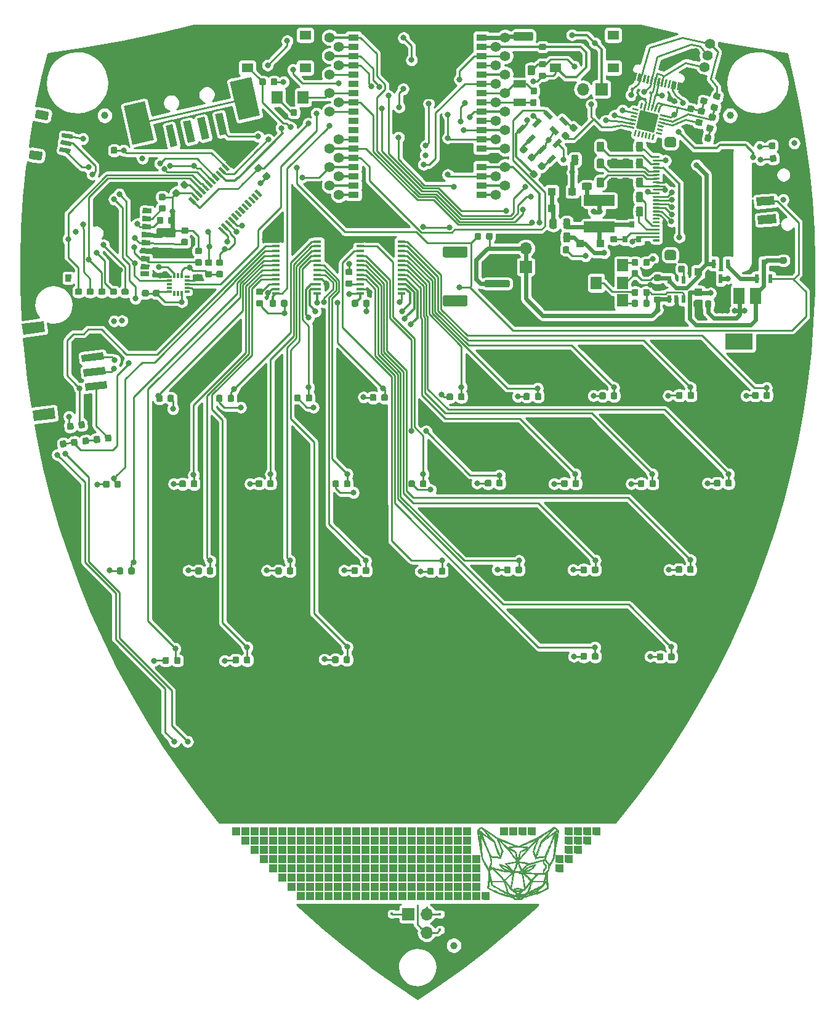
<source format=gbr>
G04 #@! TF.GenerationSoftware,KiCad,Pcbnew,5.0.2-1.fc29*
G04 #@! TF.CreationDate,2019-02-25T04:27:57+01:00*
G04 #@! TF.ProjectId,tr19-badge,74723139-2d62-4616-9467-652e6b696361,rev?*
G04 #@! TF.SameCoordinates,Original*
G04 #@! TF.FileFunction,Copper,L4,Bot*
G04 #@! TF.FilePolarity,Positive*
%FSLAX46Y46*%
G04 Gerber Fmt 4.6, Leading zero omitted, Abs format (unit mm)*
G04 Created by KiCad (PCBNEW 5.0.2-1.fc29) date Mon 25 Feb 2019 04:27:57 CET*
%MOMM*%
%LPD*%
G01*
G04 APERTURE LIST*
G04 #@! TA.AperFunction,EtchedComponent*
%ADD10C,0.010000*%
G04 #@! TD*
G04 #@! TA.AperFunction,ComponentPad*
%ADD11R,1.700000X1.700000*%
G04 #@! TD*
G04 #@! TA.AperFunction,ComponentPad*
%ADD12O,1.700000X1.700000*%
G04 #@! TD*
G04 #@! TA.AperFunction,Conductor*
%ADD13R,4.000000X4.000000*%
G04 #@! TD*
G04 #@! TA.AperFunction,SMDPad,CuDef*
%ADD14R,1.450000X0.930000*%
G04 #@! TD*
G04 #@! TA.AperFunction,BGAPad,CuDef*
%ADD15C,1.000000*%
G04 #@! TD*
G04 #@! TA.AperFunction,SMDPad,CuDef*
%ADD16C,1.500000*%
G04 #@! TD*
G04 #@! TA.AperFunction,Conductor*
%ADD17C,0.100000*%
G04 #@! TD*
G04 #@! TA.AperFunction,SMDPad,CuDef*
%ADD18C,1.010000*%
G04 #@! TD*
G04 #@! TA.AperFunction,SMDPad,CuDef*
%ADD19R,1.800000X1.000000*%
G04 #@! TD*
G04 #@! TA.AperFunction,SMDPad,CuDef*
%ADD20C,0.400000*%
G04 #@! TD*
G04 #@! TA.AperFunction,SMDPad,CuDef*
%ADD21R,0.600000X1.300000*%
G04 #@! TD*
G04 #@! TA.AperFunction,SMDPad,CuDef*
%ADD22C,0.975000*%
G04 #@! TD*
G04 #@! TA.AperFunction,SMDPad,CuDef*
%ADD23C,0.280000*%
G04 #@! TD*
G04 #@! TA.AperFunction,SMDPad,CuDef*
%ADD24C,1.400000*%
G04 #@! TD*
G04 #@! TA.AperFunction,SMDPad,CuDef*
%ADD25R,1.500000X1.800000*%
G04 #@! TD*
G04 #@! TA.AperFunction,ComponentPad*
%ADD26C,1.400000*%
G04 #@! TD*
G04 #@! TA.AperFunction,SMDPad,CuDef*
%ADD27C,0.875000*%
G04 #@! TD*
G04 #@! TA.AperFunction,SMDPad,CuDef*
%ADD28C,1.250000*%
G04 #@! TD*
G04 #@! TA.AperFunction,SMDPad,CuDef*
%ADD29C,0.350000*%
G04 #@! TD*
G04 #@! TA.AperFunction,SMDPad,CuDef*
%ADD30R,1.100000X1.100000*%
G04 #@! TD*
G04 #@! TA.AperFunction,SMDPad,CuDef*
%ADD31C,1.000000*%
G04 #@! TD*
G04 #@! TA.AperFunction,SMDPad,CuDef*
%ADD32C,1.200000*%
G04 #@! TD*
G04 #@! TA.AperFunction,SMDPad,CuDef*
%ADD33C,0.600000*%
G04 #@! TD*
G04 #@! TA.AperFunction,SMDPad,CuDef*
%ADD34R,4.200000X1.500000*%
G04 #@! TD*
G04 #@! TA.AperFunction,SMDPad,CuDef*
%ADD35R,0.800000X0.900000*%
G04 #@! TD*
G04 #@! TA.AperFunction,SMDPad,CuDef*
%ADD36R,1.550000X1.300000*%
G04 #@! TD*
G04 #@! TA.AperFunction,SMDPad,CuDef*
%ADD37C,0.250000*%
G04 #@! TD*
G04 #@! TA.AperFunction,SMDPad,CuDef*
%ADD38C,2.600000*%
G04 #@! TD*
G04 #@! TA.AperFunction,SMDPad,CuDef*
%ADD39R,0.600000X1.050000*%
G04 #@! TD*
G04 #@! TA.AperFunction,SMDPad,CuDef*
%ADD40R,3.800000X2.200000*%
G04 #@! TD*
G04 #@! TA.AperFunction,SMDPad,CuDef*
%ADD41R,1.500000X2.200000*%
G04 #@! TD*
G04 #@! TA.AperFunction,SMDPad,CuDef*
%ADD42C,1.300000*%
G04 #@! TD*
G04 #@! TA.AperFunction,SMDPad,CuDef*
%ADD43C,0.800000*%
G04 #@! TD*
G04 #@! TA.AperFunction,SMDPad,CuDef*
%ADD44C,0.700000*%
G04 #@! TD*
G04 #@! TA.AperFunction,SMDPad,CuDef*
%ADD45R,0.350000X0.750000*%
G04 #@! TD*
G04 #@! TA.AperFunction,SMDPad,CuDef*
%ADD46R,0.750000X0.350000*%
G04 #@! TD*
G04 #@! TA.AperFunction,SMDPad,CuDef*
%ADD47C,3.000000*%
G04 #@! TD*
G04 #@! TA.AperFunction,SMDPad,CuDef*
%ADD48C,0.300000*%
G04 #@! TD*
G04 #@! TA.AperFunction,SMDPad,CuDef*
%ADD49C,0.620000*%
G04 #@! TD*
G04 #@! TA.AperFunction,ComponentPad*
%ADD50C,1.000000*%
G04 #@! TD*
G04 #@! TA.AperFunction,Conductor*
%ADD51C,1.000000*%
G04 #@! TD*
G04 #@! TA.AperFunction,SMDPad,CuDef*
%ADD52R,1.100000X0.400000*%
G04 #@! TD*
G04 #@! TA.AperFunction,SMDPad,CuDef*
%ADD53R,0.350000X0.400000*%
G04 #@! TD*
G04 #@! TA.AperFunction,SMDPad,CuDef*
%ADD54R,0.400000X0.350000*%
G04 #@! TD*
G04 #@! TA.AperFunction,ViaPad*
%ADD55C,0.800000*%
G04 #@! TD*
G04 #@! TA.AperFunction,Conductor*
%ADD56C,0.500000*%
G04 #@! TD*
G04 #@! TA.AperFunction,Conductor*
%ADD57C,0.600000*%
G04 #@! TD*
G04 #@! TA.AperFunction,Conductor*
%ADD58C,0.250000*%
G04 #@! TD*
G04 #@! TA.AperFunction,Conductor*
%ADD59C,0.300000*%
G04 #@! TD*
G04 #@! TA.AperFunction,Conductor*
%ADD60C,0.254000*%
G04 #@! TD*
G04 APERTURE END LIST*
D10*
G04 #@! TO.C,Ref\002A\002A*
G36*
X8742192Y24267400D02*
X8646637Y24202785D01*
X8520413Y24110093D01*
X8474415Y24074932D01*
X8311429Y23938641D01*
X8219868Y23835627D01*
X8195002Y23768015D01*
X8202033Y23708470D01*
X8221610Y23574334D01*
X8252319Y23374528D01*
X8292747Y23117968D01*
X8341479Y22813573D01*
X8397101Y22470262D01*
X8458198Y22096952D01*
X8504691Y21815166D01*
X8813044Y19952500D01*
X9265355Y19103512D01*
X9717667Y18254523D01*
X9717667Y17508491D01*
X9711590Y17050644D01*
X9692337Y16654453D01*
X9658378Y16297710D01*
X9612529Y15983482D01*
X9608564Y15941512D01*
X9618946Y15903917D01*
X9653419Y15864057D01*
X9721731Y15815293D01*
X9833626Y15750985D01*
X9998851Y15664493D01*
X10227151Y15549177D01*
X10313483Y15505923D01*
X10551239Y15388202D01*
X10752133Y15293122D01*
X10934173Y15214013D01*
X11115367Y15144201D01*
X11313726Y15077013D01*
X11547258Y15005778D01*
X11833974Y14923822D01*
X12037561Y14867131D01*
X12354869Y14778545D01*
X12601363Y14707545D01*
X12788088Y14650089D01*
X12926089Y14602135D01*
X13026411Y14559640D01*
X13100097Y14518564D01*
X13158193Y14474865D01*
X13190785Y14445107D01*
X13340737Y14301000D01*
X13811439Y14301000D01*
X14017027Y14301790D01*
X14155794Y14306626D01*
X14245581Y14319211D01*
X14304232Y14343244D01*
X14349592Y14382428D01*
X14381663Y14419275D01*
X14459664Y14505493D01*
X14519802Y14561091D01*
X14525079Y14564679D01*
X14576544Y14583132D01*
X14698009Y14620661D01*
X14719910Y14627140D01*
X14315103Y14627140D01*
X14304369Y14597274D01*
X14268500Y14555000D01*
X14221932Y14515039D01*
X14157417Y14489879D01*
X14056209Y14476260D01*
X13899559Y14470921D01*
X13781667Y14470333D01*
X13586812Y14472381D01*
X13457648Y14480774D01*
X13375253Y14498888D01*
X13320703Y14530098D01*
X13292495Y14557584D01*
X13241796Y14625252D01*
X13251196Y14665961D01*
X13275350Y14683936D01*
X13369091Y14719700D01*
X13471535Y14701075D01*
X13606142Y14623649D01*
X13610058Y14620965D01*
X13697174Y14565081D01*
X13768032Y14540322D01*
X13853641Y14543389D01*
X13985010Y14570987D01*
X14014500Y14577970D01*
X14181579Y14616456D01*
X14277977Y14633190D01*
X14315103Y14627140D01*
X14719910Y14627140D01*
X14877848Y14673862D01*
X15104433Y14739330D01*
X15366139Y14813659D01*
X15579391Y14873429D01*
X15911045Y14966921D01*
X16178637Y15045730D01*
X16400058Y15116438D01*
X16593198Y15185625D01*
X16775948Y15259874D01*
X16966200Y15345766D01*
X17181843Y15449883D01*
X17284247Y15500609D01*
X17978684Y15846166D01*
X17966190Y15957097D01*
X17812453Y15957097D01*
X17162310Y15630480D01*
X16976578Y15538460D01*
X16808390Y15459064D01*
X16646186Y15388336D01*
X16478404Y15322324D01*
X16293484Y15257071D01*
X16079866Y15188624D01*
X15825989Y15113029D01*
X15520293Y15026331D01*
X15151218Y14924576D01*
X14892917Y14854209D01*
X14882727Y14870882D01*
X14610808Y14870882D01*
X14567326Y14828820D01*
X14486208Y14780774D01*
X14440326Y14768013D01*
X14434193Y14789451D01*
X14454401Y14809000D01*
X13125500Y14809000D01*
X13123565Y14769928D01*
X13109331Y14766666D01*
X13049485Y14797559D01*
X13040834Y14809000D01*
X13042769Y14848072D01*
X13057004Y14851333D01*
X13116849Y14820440D01*
X13125500Y14809000D01*
X14454401Y14809000D01*
X14477675Y14831513D01*
X14546875Y14872500D01*
X13612334Y14872500D01*
X13591167Y14851333D01*
X13582767Y14859733D01*
X12703827Y14859733D01*
X12659834Y14866887D01*
X12592110Y14885808D01*
X12458167Y14922851D01*
X12273441Y14973760D01*
X12053368Y15034279D01*
X11876667Y15082793D01*
X11531577Y15183041D01*
X11226450Y15285692D01*
X10927488Y15403381D01*
X10600894Y15548744D01*
X10486143Y15602639D01*
X9794120Y15930833D01*
X9821692Y16248333D01*
X9843045Y16466313D01*
X9864910Y16612900D01*
X9891228Y16701296D01*
X9925945Y16744706D01*
X9973001Y16756333D01*
X9973404Y16756333D01*
X10024576Y16745083D01*
X10061260Y16700045D01*
X10091622Y16604291D01*
X10122827Y16446543D01*
X10133449Y16391388D01*
X10149153Y16343955D01*
X10178169Y16298287D01*
X10228723Y16248430D01*
X10309044Y16188425D01*
X10427360Y16112317D01*
X10591898Y16014149D01*
X10810885Y15887966D01*
X11092551Y15727811D01*
X11199334Y15667241D01*
X11445229Y15530425D01*
X11684925Y15401871D01*
X11901782Y15290146D01*
X12079163Y15203819D01*
X12200429Y15151456D01*
X12202259Y15150781D01*
X12318560Y15102186D01*
X12440233Y15042176D01*
X12553436Y14979339D01*
X12644330Y14922261D01*
X12699074Y14879530D01*
X12703827Y14859733D01*
X13582767Y14859733D01*
X13570000Y14872500D01*
X13591167Y14893666D01*
X13612334Y14872500D01*
X14546875Y14872500D01*
X14558793Y14879559D01*
X14604675Y14892320D01*
X14610808Y14870882D01*
X14882727Y14870882D01*
X14882334Y14871524D01*
X14918245Y14917364D01*
X15027737Y14973678D01*
X15213449Y15041460D01*
X15478017Y15121702D01*
X15729032Y15190461D01*
X16385167Y15364346D01*
X16766167Y15735637D01*
X16848611Y15814252D01*
X16600527Y15814252D01*
X16582067Y15778737D01*
X16517550Y15704743D01*
X16458473Y15645023D01*
X16338374Y15547493D01*
X16195153Y15474908D01*
X15999149Y15412497D01*
X15983000Y15408210D01*
X15826402Y15368178D01*
X15700569Y15338139D01*
X15628778Y15323602D01*
X15623167Y15323047D01*
X15642623Y15340148D01*
X15725448Y15388182D01*
X15859230Y15460323D01*
X16031557Y15549744D01*
X16082720Y15575781D01*
X16268875Y15668438D01*
X16426239Y15743548D01*
X16540447Y15794495D01*
X16597134Y15814663D01*
X16600527Y15814252D01*
X16848611Y15814252D01*
X16923186Y15885363D01*
X17069267Y16018757D01*
X17188120Y16121314D01*
X17263456Y16178528D01*
X17263584Y16178606D01*
X17344473Y16243647D01*
X17379933Y16302328D01*
X17380000Y16304218D01*
X17408349Y16362033D01*
X17481167Y16452712D01*
X17545010Y16519278D01*
X17710020Y16680406D01*
X17733803Y16559620D01*
X17752144Y16448471D01*
X17773216Y16295359D01*
X17785019Y16197965D01*
X17812453Y15957097D01*
X17966190Y15957097D01*
X17954844Y16057833D01*
X17946661Y16162516D01*
X17937201Y16336093D01*
X17927142Y16562814D01*
X17920287Y16744199D01*
X17542510Y16744199D01*
X17532210Y16720541D01*
X17489584Y16675094D01*
X17465079Y16684417D01*
X17464667Y16690335D01*
X17479921Y16708500D01*
X17324749Y16708500D01*
X17321395Y16690323D01*
X17297958Y16597222D01*
X17295334Y16565619D01*
X17276541Y16489361D01*
X17215789Y16406600D01*
X17106516Y16312765D01*
X16942161Y16203285D01*
X16716163Y16073588D01*
X16421961Y15919103D01*
X16225859Y15820501D01*
X15936511Y15677181D01*
X15714163Y15568562D01*
X15550302Y15491051D01*
X15436414Y15441056D01*
X15363988Y15414984D01*
X15324510Y15409243D01*
X15309468Y15420240D01*
X15308634Y15433416D01*
X15322819Y15482383D01*
X15360063Y15596968D01*
X15415585Y15762832D01*
X15484606Y15965634D01*
X15530884Y16100166D01*
X15723702Y16658529D01*
X15544582Y16658529D01*
X15536444Y16615890D01*
X15505173Y16506567D01*
X15454909Y16344030D01*
X15389789Y16141750D01*
X15334075Y15973220D01*
X15109747Y15301732D01*
X14794957Y15168122D01*
X14607070Y15094939D01*
X14457771Y15056169D01*
X14312080Y15044319D01*
X14226167Y15046307D01*
X14095973Y15057584D01*
X14037667Y15069677D01*
X13619917Y15069677D01*
X13499709Y15004533D01*
X13423188Y14966038D01*
X13355879Y14946823D01*
X13278405Y14948898D01*
X13171391Y14974277D01*
X13015461Y15024970D01*
X12892697Y15067559D01*
X12515951Y15199118D01*
X12471120Y15334210D01*
X12287301Y15334210D01*
X12265435Y15301744D01*
X12213410Y15305207D01*
X12130247Y15335621D01*
X12024834Y15379922D01*
X11955016Y15414625D01*
X11828853Y15482745D01*
X11659353Y15576815D01*
X11459524Y15689368D01*
X11242377Y15812936D01*
X11020918Y15940052D01*
X10808156Y16063250D01*
X10617100Y16175062D01*
X10460759Y16268020D01*
X10352140Y16334658D01*
X10304253Y16367508D01*
X10304107Y16367659D01*
X10280915Y16424187D01*
X10255477Y16531515D01*
X10247313Y16577344D01*
X10217912Y16758189D01*
X11033059Y16746678D01*
X11848206Y16735166D01*
X12092725Y16002871D01*
X12181718Y15736934D01*
X12244464Y15542829D01*
X12279984Y15411579D01*
X12287301Y15334210D01*
X12471120Y15334210D01*
X12261078Y15967142D01*
X12185244Y16200036D01*
X12123652Y16397834D01*
X12079457Y16549638D01*
X12055811Y16644550D01*
X12055866Y16671673D01*
X12057853Y16669558D01*
X12101452Y16612070D01*
X12184073Y16501360D01*
X12294578Y16352412D01*
X12421826Y16180210D01*
X12446003Y16147421D01*
X12600608Y15943262D01*
X12722956Y15796862D01*
X12826238Y15694547D01*
X12923647Y15622640D01*
X12985753Y15587900D01*
X13099308Y15520602D01*
X13173079Y15458162D01*
X13189000Y15428122D01*
X13221399Y15375586D01*
X13305663Y15296030D01*
X13404459Y15220507D01*
X13619917Y15069677D01*
X14037667Y15069677D01*
X14011389Y15075127D01*
X13991151Y15092301D01*
X14035291Y15132898D01*
X14127475Y15199387D01*
X14196693Y15244812D01*
X14307761Y15327360D01*
X14384902Y15407192D01*
X14403990Y15442429D01*
X14405206Y15444000D01*
X14224601Y15444000D01*
X14013717Y15298166D01*
X13900587Y15220862D01*
X13819342Y15167097D01*
X13790580Y15149999D01*
X13752007Y15170479D01*
X13663608Y15226184D01*
X13558312Y15295833D01*
X13338297Y15444000D01*
X14224601Y15444000D01*
X14405206Y15444000D01*
X14452585Y15505189D01*
X14545815Y15569947D01*
X14647940Y15616210D01*
X14721083Y15624232D01*
X14754908Y15653301D01*
X14829111Y15739552D01*
X14934462Y15871557D01*
X14974001Y15923232D01*
X14656558Y15923232D01*
X14654925Y15854575D01*
X14600938Y15796610D01*
X14517186Y15748282D01*
X14356022Y15665600D01*
X14354560Y15668558D01*
X14193825Y15668558D01*
X14167246Y15633282D01*
X14058942Y15610903D01*
X13985509Y15605058D01*
X13769492Y15598780D01*
X13586956Y15605086D01*
X13451945Y15622483D01*
X13378506Y15649478D01*
X13370086Y15670478D01*
X13422505Y15708213D01*
X13535352Y15733559D01*
X13685308Y15746569D01*
X13849053Y15747300D01*
X14003268Y15735804D01*
X14124634Y15712137D01*
X14189831Y15676353D01*
X14193825Y15668558D01*
X14354560Y15668558D01*
X14311377Y15755883D01*
X14257683Y15816316D01*
X14155169Y15858340D01*
X14024199Y15884768D01*
X13810591Y15903706D01*
X13606351Y15895288D01*
X13431069Y15862785D01*
X13304334Y15809466D01*
X13251958Y15755883D01*
X13220244Y15700851D01*
X13182487Y15687709D01*
X13111428Y15715203D01*
X13049500Y15746562D01*
X12947268Y15809675D01*
X12909456Y15869541D01*
X12912550Y15921512D01*
X12924726Y15985793D01*
X12947969Y16116622D01*
X12979935Y16300199D01*
X13018282Y16522722D01*
X13060665Y16770388D01*
X13104742Y17029397D01*
X13148169Y17285945D01*
X13188603Y17526233D01*
X13223700Y17736457D01*
X13249689Y17894153D01*
X13080843Y17894153D01*
X13078360Y17850370D01*
X13063676Y17737992D01*
X13039221Y17571819D01*
X13007423Y17366651D01*
X12970712Y17137286D01*
X12931515Y16898524D01*
X12892262Y16665163D01*
X12855380Y16452004D01*
X12823300Y16273846D01*
X12798450Y16145487D01*
X12783531Y16082504D01*
X12773392Y16055934D01*
X12759643Y16046128D01*
X12734221Y16061820D01*
X12689063Y16111745D01*
X12616104Y16204635D01*
X12507281Y16349227D01*
X12381840Y16517583D01*
X12109477Y16883333D01*
X11886203Y16883333D01*
X11037621Y16883333D01*
X10747688Y16883902D01*
X10531355Y16886237D01*
X10377562Y16891277D01*
X10275245Y16899965D01*
X10213344Y16913240D01*
X10180795Y16932043D01*
X10178479Y16936150D01*
X10001237Y16936150D01*
X9983991Y16890442D01*
X9952419Y16883333D01*
X9915697Y16900036D01*
X9896282Y16961321D01*
X9890261Y17083951D01*
X9890639Y17147916D01*
X9896484Y17279462D01*
X9909673Y17329270D01*
X9930797Y17296702D01*
X9960444Y17181118D01*
X9988156Y17042083D01*
X10001237Y16936150D01*
X10178479Y16936150D01*
X10166538Y16957316D01*
X10166508Y16957416D01*
X10144114Y17042955D01*
X10110416Y17185909D01*
X10069343Y17368007D01*
X10024826Y17570975D01*
X9980794Y17776541D01*
X9941177Y17966431D01*
X9909904Y18122374D01*
X9890906Y18226096D01*
X9887000Y18257071D01*
X9920938Y18311897D01*
X10007954Y18385389D01*
X10081024Y18432803D01*
X10275047Y18546508D01*
X10613329Y18212337D01*
X10768662Y18056424D01*
X10960104Y17860539D01*
X11166217Y17646813D01*
X11365563Y17437375D01*
X11418907Y17380750D01*
X11886203Y16883333D01*
X12109477Y16883333D01*
X12071002Y16935000D01*
X12568154Y17422570D01*
X12734738Y17584150D01*
X12879491Y17721150D01*
X12992126Y17824107D01*
X13062353Y17883557D01*
X13080843Y17894153D01*
X13249689Y17894153D01*
X13251117Y17902815D01*
X13268511Y18011507D01*
X13273667Y18048395D01*
X13312699Y18057706D01*
X13416600Y18064762D01*
X13565581Y18068408D01*
X13620800Y18068666D01*
X13793116Y18066022D01*
X13891640Y18056860D01*
X13927120Y18039339D01*
X13917134Y18017866D01*
X13872326Y17956973D01*
X13891713Y17920134D01*
X13982520Y17902625D01*
X14098361Y17899333D01*
X14233812Y17895417D01*
X14307211Y17878021D01*
X14341024Y17838677D01*
X14351002Y17804083D01*
X14363642Y17734188D01*
X14386831Y17595000D01*
X14418243Y17400910D01*
X14455553Y17166308D01*
X14496437Y16905583D01*
X14503192Y16862166D01*
X14544475Y16598820D01*
X14582663Y16359515D01*
X14615417Y16158579D01*
X14640394Y16010341D01*
X14655255Y15929130D01*
X14656558Y15923232D01*
X14974001Y15923232D01*
X15061732Y16037888D01*
X15140546Y16143676D01*
X15274965Y16323815D01*
X15391169Y16475797D01*
X15480326Y16588368D01*
X15533603Y16650274D01*
X15544582Y16658529D01*
X15723702Y16658529D01*
X15750167Y16735166D01*
X16548812Y16746702D01*
X16828029Y16750133D01*
X17033185Y16750674D01*
X17174857Y16747553D01*
X17263622Y16739999D01*
X17310061Y16727238D01*
X17324749Y16708500D01*
X17479921Y16708500D01*
X17494736Y16726141D01*
X17513541Y16739209D01*
X17542510Y16744199D01*
X17920287Y16744199D01*
X17917160Y16826930D01*
X17909123Y17075824D01*
X17715235Y17075824D01*
X17709538Y16966184D01*
X17694186Y16908484D01*
X17665612Y16886382D01*
X17634000Y16883333D01*
X17563076Y16913018D01*
X17550301Y16957416D01*
X17561413Y17033674D01*
X17589698Y17163844D01*
X17629151Y17320411D01*
X17631146Y17327833D01*
X17711025Y17624166D01*
X17714846Y17253750D01*
X17715235Y17075824D01*
X17909123Y17075824D01*
X17907932Y17112690D01*
X17904810Y17222000D01*
X17896605Y17529690D01*
X17891690Y17759494D01*
X17576284Y17759494D01*
X17570899Y17716878D01*
X17548271Y17609700D01*
X17512262Y17455392D01*
X17478055Y17316251D01*
X17369499Y16883333D01*
X16549250Y16883333D01*
X16296183Y16884926D01*
X16074804Y16889363D01*
X15897990Y16896136D01*
X15778615Y16904732D01*
X15729553Y16914643D01*
X15729435Y16914899D01*
X15475000Y16914899D01*
X15450989Y16870271D01*
X15385340Y16772021D01*
X15287632Y16633946D01*
X15167443Y16469844D01*
X15146917Y16442297D01*
X15005771Y16257367D01*
X14905300Y16136306D01*
X14839169Y16072566D01*
X14801040Y16059601D01*
X14789265Y16072755D01*
X14773963Y16134640D01*
X14748626Y16266314D01*
X14715691Y16453825D01*
X14677597Y16683220D01*
X14636783Y16940546D01*
X14630515Y16981096D01*
X14591051Y17239669D01*
X14556454Y17470916D01*
X14528689Y17661324D01*
X14509722Y17797377D01*
X14501517Y17865564D01*
X14501334Y17869405D01*
X14529341Y17858058D01*
X14606834Y17795020D01*
X14724022Y17689054D01*
X14871116Y17548924D01*
X14988167Y17433666D01*
X15151983Y17268364D01*
X15292301Y17123047D01*
X15399048Y17008450D01*
X15462152Y16935307D01*
X15475000Y16914899D01*
X15729435Y16914899D01*
X15729000Y16915840D01*
X15757466Y16955667D01*
X15835801Y17043423D01*
X15953410Y17167768D01*
X16099698Y17317364D01*
X16170226Y17388070D01*
X16588577Y17804997D01*
X16303114Y17804997D01*
X16284127Y17768803D01*
X16219134Y17686994D01*
X16121629Y17574192D01*
X16005104Y17445017D01*
X15883054Y17314089D01*
X15768973Y17196030D01*
X15676353Y17105460D01*
X15618690Y17056999D01*
X15608771Y17052666D01*
X15570613Y17080899D01*
X15484897Y17158142D01*
X15363605Y17273212D01*
X15218721Y17414928D01*
X15190046Y17443414D01*
X15044071Y17590366D01*
X14922712Y17715554D01*
X14837180Y17807187D01*
X14798685Y17853475D01*
X14797614Y17856164D01*
X14837140Y17862410D01*
X14944858Y17864694D01*
X15104411Y17863574D01*
X15299444Y17859604D01*
X15513602Y17853340D01*
X15730530Y17845338D01*
X15933872Y17836154D01*
X16107274Y17826344D01*
X16234379Y17816464D01*
X16298832Y17807069D01*
X16303114Y17804997D01*
X16588577Y17804997D01*
X16611451Y17827793D01*
X17088704Y17798807D01*
X17279476Y17786415D01*
X17435881Y17774728D01*
X17540590Y17765144D01*
X17576284Y17759494D01*
X17891690Y17759494D01*
X17891594Y17763946D01*
X17890460Y17935959D01*
X17893889Y18056925D01*
X17902566Y18138037D01*
X17917173Y18190489D01*
X17938396Y18225476D01*
X17966919Y18254191D01*
X17967975Y18255144D01*
X18042231Y18374374D01*
X18057334Y18470786D01*
X18080092Y18570437D01*
X18147759Y18739254D01*
X18259427Y18975206D01*
X18414185Y19276260D01*
X18438167Y19321475D01*
X18557561Y19550394D01*
X18661646Y19758648D01*
X18744133Y19932932D01*
X18798731Y20059944D01*
X18819149Y20126377D01*
X18819167Y20127265D01*
X18825905Y20187068D01*
X18845097Y20321322D01*
X18875324Y20520957D01*
X18915166Y20776903D01*
X18963201Y21080090D01*
X19018011Y21421447D01*
X19078173Y21791904D01*
X19116444Y22025562D01*
X19398683Y23743259D01*
X19218333Y23743259D01*
X19214471Y23625495D01*
X19193516Y23437136D01*
X19154995Y23173254D01*
X19131741Y23028171D01*
X19092519Y22794129D01*
X19057104Y22593371D01*
X19027954Y22439000D01*
X19007526Y22344120D01*
X18998899Y22319990D01*
X18996983Y22364993D01*
X19001271Y22479555D01*
X19010962Y22648859D01*
X19025255Y22858087D01*
X19034806Y22985032D01*
X19047464Y23133270D01*
X18891175Y23133270D01*
X18889803Y23090605D01*
X18882062Y22973010D01*
X18868674Y22789925D01*
X18850363Y22550788D01*
X18827850Y22265040D01*
X18801860Y21942119D01*
X18773114Y21591464D01*
X18773109Y21591400D01*
X18646330Y20058243D01*
X18362415Y19531185D01*
X18250792Y19325920D01*
X18172042Y19187740D01*
X18120072Y19108562D01*
X18088790Y19080304D01*
X18072102Y19094883D01*
X18064698Y19136268D01*
X18051277Y19175764D01*
X17930334Y19175764D01*
X17930334Y18446720D01*
X17729250Y18194540D01*
X17591697Y18037504D01*
X17489456Y17956513D01*
X17421289Y17951239D01*
X17385958Y18021358D01*
X17380000Y18102408D01*
X17392440Y18213227D01*
X17440540Y18308644D01*
X17540473Y18419805D01*
X17549334Y18428500D01*
X17643654Y18526391D01*
X17694314Y18607023D01*
X17714818Y18704273D01*
X17718572Y18848385D01*
X17549334Y18848385D01*
X17539410Y18717967D01*
X17496792Y18625557D01*
X17402205Y18529567D01*
X17401167Y18528654D01*
X17307358Y18434528D01*
X17264225Y18344535D01*
X17253077Y18217006D01*
X17253000Y18198337D01*
X17246766Y18073101D01*
X17230973Y17985032D01*
X17221250Y17965336D01*
X17167966Y17953847D01*
X17049938Y17949247D01*
X16886837Y17951869D01*
X16766167Y17957594D01*
X16600356Y17965964D01*
X16368292Y17975664D01*
X16088365Y17986032D01*
X15778964Y17996405D01*
X15458480Y18006118D01*
X15293748Y18010684D01*
X15004630Y18019489D01*
X14744614Y18029460D01*
X14525337Y18039984D01*
X14358432Y18050447D01*
X14255536Y18060234D01*
X14227225Y18066955D01*
X14230012Y18072287D01*
X13010503Y18072287D01*
X12985826Y18043160D01*
X12909929Y17964657D01*
X12792339Y17846378D01*
X12642586Y17697923D01*
X12502503Y17560440D01*
X11982500Y17052213D01*
X11293184Y17756595D01*
X11098847Y17956386D01*
X10926963Y18135411D01*
X10785576Y18285101D01*
X10682727Y18396886D01*
X10626459Y18462197D01*
X10618428Y18475539D01*
X10662004Y18469655D01*
X10772385Y18443771D01*
X10935091Y18401575D01*
X11135644Y18346753D01*
X11244245Y18316143D01*
X11522725Y18240075D01*
X11752191Y18186578D01*
X11963537Y18150244D01*
X12187659Y18125662D01*
X12427000Y18109047D01*
X12637043Y18096663D01*
X12814174Y18085833D01*
X12942573Y18077552D01*
X13006418Y18072817D01*
X13010503Y18072287D01*
X14230012Y18072287D01*
X14247701Y18106120D01*
X14314271Y18193203D01*
X14410208Y18308975D01*
X14187311Y18308975D01*
X14168398Y18275950D01*
X14142417Y18254602D01*
X14065471Y18225941D01*
X13939711Y18206095D01*
X13787414Y18195301D01*
X13630857Y18193797D01*
X13492316Y18201820D01*
X13394068Y18219610D01*
X13358334Y18246229D01*
X13372999Y18312828D01*
X13412275Y18430849D01*
X13469083Y18583156D01*
X13536342Y18752613D01*
X13606974Y18922085D01*
X13673899Y19074436D01*
X13730038Y19192530D01*
X13768311Y19259232D01*
X13780099Y19267111D01*
X13807955Y19216935D01*
X13862242Y19105931D01*
X13935053Y18950662D01*
X14016001Y18773185D01*
X14102978Y18578169D01*
X14158153Y18445511D01*
X14185080Y18360637D01*
X14187311Y18308975D01*
X14410208Y18308975D01*
X14414866Y18314595D01*
X14537416Y18456688D01*
X14669851Y18605875D01*
X14800102Y18748546D01*
X14916099Y18871095D01*
X15005773Y18959913D01*
X15055163Y19000424D01*
X15110539Y19020738D01*
X15233159Y19060101D01*
X15409631Y19114575D01*
X15626562Y19180221D01*
X15661953Y19190792D01*
X15128986Y19190792D01*
X15112123Y19173718D01*
X15064755Y19169333D01*
X14993182Y19136432D01*
X14879484Y19042415D01*
X14731785Y18894308D01*
X14673266Y18830666D01*
X14545680Y18692605D01*
X14437610Y18581686D01*
X14362105Y18510932D01*
X14334003Y18492000D01*
X14304613Y18528336D01*
X14249793Y18627111D01*
X14177540Y18772977D01*
X14100716Y18939668D01*
X14023543Y19117062D01*
X13963286Y19264298D01*
X13926185Y19365493D01*
X13918177Y19403866D01*
X13603579Y19403866D01*
X13596350Y19359253D01*
X13562514Y19250915D01*
X13507414Y19093532D01*
X13436398Y18901785D01*
X13354809Y18690355D01*
X13267993Y18473922D01*
X13242212Y18411378D01*
X13182401Y18267257D01*
X13147389Y18302150D01*
X12723334Y18302150D01*
X12685847Y18303187D01*
X12589722Y18316937D01*
X12508879Y18330870D01*
X12341879Y18381350D01*
X12140140Y18473233D01*
X11981130Y18563191D01*
X11829196Y18663746D01*
X11700082Y18761495D01*
X11615690Y18839462D01*
X11601942Y18857101D01*
X11558357Y18928851D01*
X11547608Y18957343D01*
X11590818Y18945848D01*
X11692218Y18916160D01*
X11817363Y18878491D01*
X12063857Y18773256D01*
X12337996Y18601299D01*
X12399446Y18556185D01*
X12538340Y18450648D01*
X12647443Y18365850D01*
X12712046Y18313326D01*
X12723334Y18302150D01*
X13147389Y18302150D01*
X12741882Y18706276D01*
X12589146Y18862227D01*
X12463667Y18997559D01*
X12375163Y19101202D01*
X12333355Y19162087D01*
X12332432Y19172645D01*
X12383726Y19190319D01*
X12498945Y19217597D01*
X12660276Y19251238D01*
X12849908Y19288004D01*
X13050031Y19324653D01*
X13242834Y19357947D01*
X13410505Y19384646D01*
X13535233Y19401510D01*
X13599207Y19405298D01*
X13603579Y19403866D01*
X13918177Y19403866D01*
X13918046Y19404490D01*
X13963482Y19403747D01*
X14073730Y19389763D01*
X14230550Y19365758D01*
X14415703Y19334950D01*
X14610949Y19300558D01*
X14798049Y19265801D01*
X14958764Y19233897D01*
X15074854Y19208066D01*
X15128079Y19191526D01*
X15128986Y19190792D01*
X15661953Y19190792D01*
X15870562Y19253101D01*
X16128237Y19329275D01*
X16386196Y19404804D01*
X16631047Y19475751D01*
X16849397Y19538177D01*
X17027855Y19588142D01*
X17153028Y19621709D01*
X17211525Y19634937D01*
X17212800Y19635000D01*
X17237045Y19597221D01*
X17251358Y19501902D01*
X17253000Y19449524D01*
X17262627Y19321957D01*
X17305221Y19236228D01*
X17401167Y19151037D01*
X17496292Y19066964D01*
X17539030Y18982806D01*
X17549314Y18857849D01*
X17549334Y18848385D01*
X17718572Y18848385D01*
X17718667Y18852016D01*
X17718667Y18853340D01*
X17715589Y18999260D01*
X17697566Y19091333D01*
X17651413Y19160360D01*
X17563943Y19237141D01*
X17549334Y19248910D01*
X17442775Y19346213D01*
X17392294Y19432079D01*
X17380000Y19531161D01*
X17398059Y19643483D01*
X17451020Y19680049D01*
X17537064Y19641394D01*
X17654369Y19528049D01*
X17737360Y19426549D01*
X17930334Y19175764D01*
X18051277Y19175764D01*
X18027011Y19247174D01*
X17937636Y19400946D01*
X17820389Y19563007D01*
X17708745Y19709744D01*
X17642502Y19812161D01*
X17612351Y19890554D01*
X17608985Y19965220D01*
X17612978Y19995610D01*
X17464667Y19995610D01*
X17453491Y19896125D01*
X17405495Y19850073D01*
X17348250Y19835345D01*
X17273422Y19817004D01*
X17131769Y19777894D01*
X16937407Y19722082D01*
X16704455Y19653635D01*
X16447030Y19576618D01*
X16385167Y19557914D01*
X16125237Y19481327D01*
X15887233Y19415251D01*
X15685005Y19363210D01*
X15532406Y19328726D01*
X15443287Y19315322D01*
X15432667Y19315661D01*
X15356317Y19327320D01*
X15213051Y19350425D01*
X15019426Y19382260D01*
X14792000Y19420109D01*
X14628334Y19447586D01*
X14396021Y19487185D01*
X14194666Y19522384D01*
X14038321Y19550656D01*
X13941039Y19569472D01*
X13915334Y19575826D01*
X13915506Y19576191D01*
X13605628Y19576191D01*
X13561373Y19566016D01*
X13446914Y19543776D01*
X13275460Y19511921D01*
X13060218Y19472907D01*
X12814398Y19429187D01*
X12808467Y19428141D01*
X12561634Y19383830D01*
X12344693Y19343339D01*
X12170972Y19309282D01*
X12053797Y19284273D01*
X12006494Y19270926D01*
X12006361Y19270805D01*
X12026619Y19235040D01*
X12096056Y19151791D01*
X12203873Y19033330D01*
X12339269Y18891931D01*
X12344562Y18886526D01*
X12702167Y18521652D01*
X12430523Y18726400D01*
X12276589Y18833362D01*
X12122365Y18917148D01*
X11940291Y18990629D01*
X11702805Y19066676D01*
X11700273Y19067429D01*
X11518424Y19120237D01*
X11370687Y19160798D01*
X11273174Y19184847D01*
X11241667Y19188789D01*
X11261454Y19147664D01*
X11313515Y19053505D01*
X11386900Y18926078D01*
X11392559Y18916412D01*
X11555129Y18690775D01*
X11720642Y18549431D01*
X11905043Y18435593D01*
X12027013Y18359405D01*
X12095739Y18313354D01*
X12120405Y18289929D01*
X12110196Y18281617D01*
X12074299Y18280905D01*
X12048796Y18281046D01*
X11977919Y18291817D01*
X11839542Y18322297D01*
X11647610Y18369060D01*
X11416068Y18428683D01*
X11158862Y18497742D01*
X11096296Y18514944D01*
X10836317Y18586849D01*
X10600213Y18652346D01*
X10401597Y18707640D01*
X10254083Y18748942D01*
X10171284Y18772457D01*
X10162499Y18775050D01*
X10105357Y18785785D01*
X10117764Y18753365D01*
X10131489Y18736293D01*
X10157627Y18682330D01*
X10121483Y18632712D01*
X10079730Y18603187D01*
X9998158Y18553988D01*
X9953180Y18534333D01*
X9956948Y18571161D01*
X9984770Y18670030D01*
X10031470Y18813519D01*
X10063188Y18904750D01*
X10123476Y19079634D01*
X10159807Y19210537D01*
X10175816Y19327888D01*
X10175655Y19359833D01*
X10052952Y19359833D01*
X9924152Y18968250D01*
X9866472Y18801488D01*
X9815634Y18670066D01*
X9778664Y18591364D01*
X9765830Y18576666D01*
X9737822Y18612279D01*
X9676983Y18711585D01*
X9589786Y18863285D01*
X9482703Y19056081D01*
X9362206Y19278674D01*
X9341822Y19316847D01*
X8947335Y20057028D01*
X8823831Y21528764D01*
X8795252Y21874649D01*
X8769650Y22194889D01*
X8747762Y22479419D01*
X8730328Y22718175D01*
X8718086Y22901096D01*
X8711775Y23018117D01*
X8711580Y23058038D01*
X8729806Y23033630D01*
X8776848Y22939154D01*
X8849083Y22782747D01*
X8942883Y22572544D01*
X9054625Y22316681D01*
X9180683Y22023296D01*
X9317431Y21700524D01*
X9334036Y21661038D01*
X9493519Y21280647D01*
X9623225Y20968396D01*
X9726600Y20714548D01*
X9807094Y20509367D01*
X9868154Y20343119D01*
X9913228Y20206068D01*
X9945764Y20088477D01*
X9969210Y19980611D01*
X9987014Y19872734D01*
X9999095Y19783166D01*
X10052952Y19359833D01*
X10175655Y19359833D01*
X10175138Y19462121D01*
X10161407Y19643665D01*
X10157143Y19691340D01*
X10142149Y19868331D01*
X10131978Y20009906D01*
X10127852Y20097569D01*
X10128961Y20116849D01*
X10178670Y20122303D01*
X10292530Y20117306D01*
X10451883Y20104068D01*
X10638074Y20084801D01*
X10832447Y20061715D01*
X11016346Y20037019D01*
X11171116Y20012925D01*
X11278100Y19991643D01*
X11318534Y19975900D01*
X11353572Y19955080D01*
X11404913Y19985277D01*
X11445451Y20044816D01*
X11453334Y20083690D01*
X11467524Y20145711D01*
X11478618Y20180874D01*
X11242189Y20180874D01*
X10871512Y20210568D01*
X10671546Y20227649D01*
X10475444Y20246170D01*
X10319465Y20262670D01*
X10293899Y20265715D01*
X10086964Y20291166D01*
X9438493Y21834650D01*
X9296566Y22173658D01*
X9166083Y22487635D01*
X9050463Y22768180D01*
X8953126Y23006894D01*
X8877488Y23195378D01*
X8826968Y23325232D01*
X8804986Y23388056D01*
X8804476Y23392587D01*
X8841163Y23372755D01*
X8936688Y23309368D01*
X9081652Y23208994D01*
X9266657Y23078199D01*
X9482304Y22923552D01*
X9662311Y22793088D01*
X10505693Y22179138D01*
X10795068Y21383319D01*
X10889467Y21124396D01*
X10979390Y20879001D01*
X11058817Y20663465D01*
X11121730Y20494123D01*
X11162108Y20387308D01*
X11163317Y20384187D01*
X11242189Y20180874D01*
X11478618Y20180874D01*
X11505768Y20266924D01*
X11561577Y20427558D01*
X11604967Y20545790D01*
X11735532Y20894327D01*
X11558011Y20894327D01*
X11547790Y20837621D01*
X11541432Y20815092D01*
X11481637Y20633980D01*
X11424652Y20494014D01*
X11376359Y20407084D01*
X11342640Y20385079D01*
X11334592Y20397000D01*
X11314133Y20453691D01*
X11268877Y20577658D01*
X11203284Y20756727D01*
X11121818Y20978723D01*
X11028939Y21231472D01*
X10978027Y21369888D01*
X10881060Y21630934D01*
X10792500Y21864619D01*
X10716853Y22059436D01*
X10658623Y22203876D01*
X10622317Y22286431D01*
X10613421Y22301222D01*
X10579198Y22336604D01*
X10498484Y22424204D01*
X10381149Y22553058D01*
X10237064Y22712202D01*
X10161942Y22795495D01*
X9937924Y22795495D01*
X9905873Y22809326D01*
X9832188Y22856715D01*
X9710841Y22941354D01*
X9535802Y23066934D01*
X9301042Y23237146D01*
X9178582Y23326179D01*
X8968258Y23478230D01*
X8781306Y23611650D01*
X8628439Y23718936D01*
X8520368Y23792584D01*
X8467807Y23825093D01*
X8464969Y23826000D01*
X8455794Y23793818D01*
X8467459Y23751916D01*
X8479174Y23690236D01*
X8495801Y23561538D01*
X8515703Y23383217D01*
X8537243Y23172668D01*
X8558783Y22947286D01*
X8578686Y22724466D01*
X8595314Y22521602D01*
X8607030Y22356090D01*
X8612197Y22245325D01*
X8611910Y22217333D01*
X8603941Y22236805D01*
X8584056Y22328333D01*
X8554464Y22480495D01*
X8517377Y22681868D01*
X8475006Y22921028D01*
X8468554Y22958166D01*
X8426705Y23208726D01*
X8392736Y23429997D01*
X8368430Y23608769D01*
X8355569Y23731836D01*
X8355937Y23785986D01*
X8356669Y23787018D01*
X8402545Y23825000D01*
X8492769Y23897889D01*
X8578539Y23966535D01*
X8772910Y24121533D01*
X9234607Y23603350D01*
X9403359Y23413932D01*
X9564361Y23233178D01*
X9703865Y23076523D01*
X9808123Y22959407D01*
X9844569Y22918441D01*
X9901243Y22853744D01*
X9934371Y22811531D01*
X9937924Y22795495D01*
X10161942Y22795495D01*
X10076099Y22890674D01*
X9908126Y23077511D01*
X9743016Y23261750D01*
X9590638Y23432427D01*
X9460865Y23578580D01*
X9363566Y23689246D01*
X9360173Y23693143D01*
X9371113Y23696583D01*
X9441105Y23660311D01*
X9558766Y23591600D01*
X9712711Y23497719D01*
X9891556Y23385938D01*
X10083918Y23263527D01*
X10278412Y23137756D01*
X10463654Y23015895D01*
X10628259Y22905215D01*
X10760845Y22812985D01*
X10850027Y22746476D01*
X10872404Y22727401D01*
X10909477Y22667946D01*
X10970142Y22541879D01*
X11048823Y22362072D01*
X11139946Y22141396D01*
X11237933Y21892722D01*
X11267950Y21814281D01*
X11374318Y21532780D01*
X11453159Y21318325D01*
X11507710Y21159085D01*
X11541210Y21043227D01*
X11556898Y20958918D01*
X11558011Y20894327D01*
X11735532Y20894327D01*
X11756600Y20950567D01*
X11479235Y21676941D01*
X11392137Y21907818D01*
X11317870Y22110042D01*
X11260914Y22270961D01*
X11225751Y22377920D01*
X11216721Y22418164D01*
X11254512Y22399018D01*
X11338595Y22322861D01*
X11461527Y22198113D01*
X11615865Y22033196D01*
X11794167Y21836528D01*
X11988991Y21616531D01*
X12192895Y21381624D01*
X12398436Y21140227D01*
X12598172Y20900761D01*
X12784660Y20671646D01*
X12950459Y20461301D01*
X12977922Y20425572D01*
X13153012Y20195632D01*
X13308777Y19988937D01*
X13438479Y19814601D01*
X13535381Y19681742D01*
X13592749Y19599473D01*
X13605628Y19576191D01*
X13915506Y19576191D01*
X13932890Y19612908D01*
X13998896Y19705221D01*
X14106160Y19844183D01*
X14247488Y20021211D01*
X14415687Y20227724D01*
X14603564Y20455137D01*
X14803925Y20694870D01*
X15009578Y20938340D01*
X15213330Y21176963D01*
X15234395Y21201333D01*
X14990145Y21201333D01*
X14971836Y21170136D01*
X14907838Y21083199D01*
X14805838Y20950508D01*
X14673524Y20782045D01*
X14518582Y20587794D01*
X14498820Y20563209D01*
X14339520Y20367110D01*
X14198542Y20197219D01*
X14084228Y20063290D01*
X14004922Y19975078D01*
X13968966Y19942337D01*
X13968002Y19942554D01*
X13970803Y19988140D01*
X13992158Y20097455D01*
X14028266Y20252569D01*
X14061385Y20383001D01*
X14172237Y20805979D01*
X14570179Y21003656D01*
X14736288Y21085191D01*
X14872836Y21150373D01*
X14963041Y21191303D01*
X14990145Y21201333D01*
X15234395Y21201333D01*
X15407987Y21402158D01*
X15416760Y21412152D01*
X14967000Y21412152D01*
X14955675Y21393268D01*
X14880159Y21344016D01*
X14752249Y21271361D01*
X14583747Y21182269D01*
X14538340Y21159095D01*
X14046179Y20909581D01*
X13958886Y20579207D01*
X13909869Y20393242D01*
X13862448Y20212576D01*
X13826232Y20073832D01*
X13823848Y20064643D01*
X13792935Y19958210D01*
X13769326Y19899606D01*
X13763053Y19895310D01*
X13761263Y19901312D01*
X13604966Y19901312D01*
X13597113Y19889000D01*
X13566008Y19920939D01*
X13491861Y20009863D01*
X13382969Y20145434D01*
X13247629Y20317312D01*
X13094141Y20515158D01*
X13083796Y20528590D01*
X12931608Y20728474D01*
X12800547Y20904844D01*
X12698230Y21047092D01*
X12632277Y21144609D01*
X12610308Y21186786D01*
X12610622Y21187399D01*
X12653974Y21177678D01*
X12755686Y21136179D01*
X12898969Y21070135D01*
X13014452Y21013452D01*
X13211370Y20908822D01*
X13338562Y20826395D01*
X13405803Y20759240D01*
X13421069Y20725061D01*
X13441142Y20636386D01*
X13472591Y20495554D01*
X13508510Y20333500D01*
X13544241Y20175175D01*
X13575533Y20042607D01*
X13595727Y19963986D01*
X13595994Y19963083D01*
X13604966Y19901312D01*
X13761263Y19901312D01*
X13749631Y19940312D01*
X13723446Y20050556D01*
X13688569Y20208309D01*
X13657589Y20354666D01*
X13617686Y20544264D01*
X13582507Y20707160D01*
X13556538Y20822828D01*
X13545887Y20865946D01*
X13502104Y20909119D01*
X13396795Y20978101D01*
X13245477Y21063588D01*
X13063668Y21156278D01*
X13052962Y21161462D01*
X12579326Y21390200D01*
X12746580Y21418655D01*
X13366859Y21494376D01*
X13963830Y21503976D01*
X14353167Y21475187D01*
X14564478Y21452589D01*
X14748493Y21433364D01*
X14887145Y21419369D01*
X14962367Y21412459D01*
X14967000Y21412152D01*
X15416760Y21412152D01*
X15586356Y21605342D01*
X15741243Y21777933D01*
X15865457Y21911348D01*
X15915724Y21962577D01*
X16071715Y22115242D01*
X16204098Y22241469D01*
X16302546Y22331676D01*
X16356733Y22376283D01*
X16364000Y22378486D01*
X16349557Y22331584D01*
X16309573Y22219359D01*
X16249063Y22055445D01*
X16173047Y21853479D01*
X16110000Y21688166D01*
X16025200Y21462621D01*
X15952413Y21260692D01*
X15896764Y21097275D01*
X15863379Y20987266D01*
X15856000Y20949914D01*
X15869970Y20887303D01*
X15907159Y20766884D01*
X15960489Y20608345D01*
X16022880Y20431373D01*
X16087254Y20255655D01*
X16146532Y20100879D01*
X16193635Y19986732D01*
X16221483Y19932902D01*
X16221811Y19932559D01*
X16256920Y19944188D01*
X16276886Y19969706D01*
X16340801Y20004117D01*
X16485149Y20034600D01*
X16705755Y20060299D01*
X16729668Y20062388D01*
X16929215Y20079905D01*
X17115033Y20097102D01*
X17258829Y20111322D01*
X17305917Y20116462D01*
X17409489Y20123978D01*
X17454054Y20100991D01*
X17464479Y20028572D01*
X17464667Y19995610D01*
X17612978Y19995610D01*
X17614986Y20010885D01*
X17634271Y20072774D01*
X17680781Y20199204D01*
X17750399Y20380100D01*
X17839006Y20605389D01*
X17942486Y20864997D01*
X18056721Y21148851D01*
X18177594Y21446877D01*
X18300988Y21749001D01*
X18422785Y22045150D01*
X18538868Y22325250D01*
X18645120Y22579227D01*
X18737423Y22797009D01*
X18811659Y22968520D01*
X18863713Y23083688D01*
X18889466Y23132439D01*
X18891175Y23133270D01*
X19047464Y23133270D01*
X19061179Y23293864D01*
X19072415Y23394774D01*
X18808602Y23394774D01*
X18787815Y23344554D01*
X18737852Y23225049D01*
X18662388Y23045008D01*
X18565094Y22813181D01*
X18449642Y22538318D01*
X18319706Y22229168D01*
X18178958Y21894482D01*
X18142914Y21808801D01*
X17499081Y20278435D01*
X17069124Y20238118D01*
X16806571Y20214167D01*
X16617214Y20199104D01*
X16490048Y20192932D01*
X16414071Y20195653D01*
X16378279Y20207268D01*
X16371668Y20227780D01*
X16374645Y20238250D01*
X16394256Y20291852D01*
X16438398Y20413016D01*
X16502698Y20589725D01*
X16582784Y20809960D01*
X16674284Y21061702D01*
X16725019Y21201333D01*
X16821669Y21464916D01*
X16910722Y21703186D01*
X16987542Y21904098D01*
X17047489Y22055610D01*
X17085926Y22145678D01*
X17095832Y22164180D01*
X17143376Y22207739D01*
X17244306Y22287979D01*
X17387799Y22397121D01*
X17563028Y22527388D01*
X17759167Y22671002D01*
X17965392Y22820184D01*
X18170877Y22967158D01*
X18364796Y23104145D01*
X18536324Y23223367D01*
X18674635Y23317046D01*
X18768905Y23377405D01*
X18808306Y23396664D01*
X18808602Y23394774D01*
X19072415Y23394774D01*
X19086852Y23524425D01*
X19113169Y23683082D01*
X19141472Y23776205D01*
X19173103Y23810165D01*
X19205578Y23795356D01*
X19218333Y23743259D01*
X19398683Y23743259D01*
X19413554Y23833759D01*
X19412733Y23834412D01*
X19096446Y23834412D01*
X19054109Y23800628D01*
X18956942Y23727357D01*
X18817216Y23623562D01*
X18647199Y23498207D01*
X18459160Y23360255D01*
X18265367Y23218670D01*
X18078090Y23082415D01*
X17909597Y22960452D01*
X17772158Y22861746D01*
X17678041Y22795260D01*
X17639514Y22769957D01*
X17639400Y22769933D01*
X17648816Y22795800D01*
X17681734Y22841725D01*
X17768659Y22946928D01*
X17890094Y23086348D01*
X18035469Y23248650D01*
X18194212Y23422497D01*
X18355750Y23596552D01*
X18503690Y23753310D01*
X18279090Y23753310D01*
X18239368Y23697922D01*
X18180956Y23631136D01*
X18104411Y23547060D01*
X17983386Y23413229D01*
X17829886Y23242961D01*
X17655917Y23049570D01*
X17478828Y22852333D01*
X16928244Y22238500D01*
X16619011Y21391833D01*
X16524690Y21133786D01*
X16438090Y20897235D01*
X16364180Y20695723D01*
X16307928Y20542792D01*
X16274302Y20451984D01*
X16269542Y20439333D01*
X16247124Y20392326D01*
X16223968Y20388657D01*
X16191773Y20438529D01*
X16142238Y20552149D01*
X16107261Y20638836D01*
X15985214Y20944172D01*
X16302406Y21776438D01*
X16398633Y22027654D01*
X16486101Y22253610D01*
X16559869Y22441730D01*
X16590951Y22519380D01*
X16258167Y22519380D01*
X15771334Y22026809D01*
X15284500Y21534238D01*
X14975506Y21562092D01*
X14786907Y21580616D01*
X14600156Y21601425D01*
X14468081Y21618330D01*
X14275182Y21645924D01*
X13279716Y21645924D01*
X13238892Y21630375D01*
X13133709Y21613761D01*
X12977334Y21594539D01*
X12733034Y21564964D01*
X12552195Y21547913D01*
X12416155Y21550320D01*
X12306252Y21579121D01*
X12203824Y21641250D01*
X12090209Y21743644D01*
X11946747Y21893236D01*
X11825243Y22022678D01*
X11371652Y22503421D01*
X12227410Y22124292D01*
X12485028Y22010262D01*
X12723434Y21904930D01*
X12929325Y21814157D01*
X13089396Y21743807D01*
X13190343Y21699742D01*
X13210167Y21691222D01*
X13266651Y21664757D01*
X13279716Y21645924D01*
X14275182Y21645924D01*
X14269652Y21646715D01*
X15009909Y21971649D01*
X15262276Y22082419D01*
X15506824Y22189749D01*
X15725588Y22285754D01*
X15900603Y22362549D01*
X16004167Y22407981D01*
X16258167Y22519380D01*
X16590951Y22519380D01*
X16614993Y22579440D01*
X16646532Y22654165D01*
X16650549Y22662237D01*
X16690940Y22696391D01*
X16789776Y22768807D01*
X16934798Y22871167D01*
X17113750Y22995154D01*
X17314372Y23132450D01*
X17524407Y23274737D01*
X17731597Y23413698D01*
X17923685Y23541016D01*
X18088412Y23648373D01*
X18213520Y23727452D01*
X18269000Y23760431D01*
X18279090Y23753310D01*
X18503690Y23753310D01*
X18509513Y23759479D01*
X18644929Y23899941D01*
X18751426Y24006603D01*
X18818433Y24068126D01*
X18835207Y24078662D01*
X18897832Y24052883D01*
X18977986Y23992928D01*
X19051922Y23921001D01*
X19095891Y23859305D01*
X19096446Y23834412D01*
X19412733Y23834412D01*
X19317527Y23910088D01*
X19229699Y23980039D01*
X19108892Y24076423D01*
X19031000Y24138631D01*
X18921682Y24221366D01*
X18837364Y24276818D01*
X18804223Y24291256D01*
X18761192Y24268858D01*
X18656475Y24205210D01*
X18498890Y24105942D01*
X18297252Y23976684D01*
X18060380Y23823066D01*
X17797089Y23650720D01*
X17666295Y23564566D01*
X16564644Y22837466D01*
X15235823Y22252233D01*
X14918112Y22113716D01*
X14621080Y21986898D01*
X14354563Y21875772D01*
X14128397Y21784334D01*
X13952415Y21716577D01*
X13836455Y21676496D01*
X13794760Y21667000D01*
X13730194Y21683628D01*
X13598251Y21730842D01*
X13408833Y21804634D01*
X13171843Y21900999D01*
X12897180Y22015930D01*
X12594748Y22145421D01*
X12366843Y22244770D01*
X11051167Y22822539D01*
X9937251Y23557103D01*
X9663082Y23737213D01*
X9411270Y23901320D01*
X9190561Y24043824D01*
X9009704Y24159129D01*
X8877446Y24241638D01*
X8802534Y24285754D01*
X8789249Y24291666D01*
X8742192Y24267400D01*
X8742192Y24267400D01*
G37*
X8742192Y24267400D02*
X8646637Y24202785D01*
X8520413Y24110093D01*
X8474415Y24074932D01*
X8311429Y23938641D01*
X8219868Y23835627D01*
X8195002Y23768015D01*
X8202033Y23708470D01*
X8221610Y23574334D01*
X8252319Y23374528D01*
X8292747Y23117968D01*
X8341479Y22813573D01*
X8397101Y22470262D01*
X8458198Y22096952D01*
X8504691Y21815166D01*
X8813044Y19952500D01*
X9265355Y19103512D01*
X9717667Y18254523D01*
X9717667Y17508491D01*
X9711590Y17050644D01*
X9692337Y16654453D01*
X9658378Y16297710D01*
X9612529Y15983482D01*
X9608564Y15941512D01*
X9618946Y15903917D01*
X9653419Y15864057D01*
X9721731Y15815293D01*
X9833626Y15750985D01*
X9998851Y15664493D01*
X10227151Y15549177D01*
X10313483Y15505923D01*
X10551239Y15388202D01*
X10752133Y15293122D01*
X10934173Y15214013D01*
X11115367Y15144201D01*
X11313726Y15077013D01*
X11547258Y15005778D01*
X11833974Y14923822D01*
X12037561Y14867131D01*
X12354869Y14778545D01*
X12601363Y14707545D01*
X12788088Y14650089D01*
X12926089Y14602135D01*
X13026411Y14559640D01*
X13100097Y14518564D01*
X13158193Y14474865D01*
X13190785Y14445107D01*
X13340737Y14301000D01*
X13811439Y14301000D01*
X14017027Y14301790D01*
X14155794Y14306626D01*
X14245581Y14319211D01*
X14304232Y14343244D01*
X14349592Y14382428D01*
X14381663Y14419275D01*
X14459664Y14505493D01*
X14519802Y14561091D01*
X14525079Y14564679D01*
X14576544Y14583132D01*
X14698009Y14620661D01*
X14719910Y14627140D01*
X14315103Y14627140D01*
X14304369Y14597274D01*
X14268500Y14555000D01*
X14221932Y14515039D01*
X14157417Y14489879D01*
X14056209Y14476260D01*
X13899559Y14470921D01*
X13781667Y14470333D01*
X13586812Y14472381D01*
X13457648Y14480774D01*
X13375253Y14498888D01*
X13320703Y14530098D01*
X13292495Y14557584D01*
X13241796Y14625252D01*
X13251196Y14665961D01*
X13275350Y14683936D01*
X13369091Y14719700D01*
X13471535Y14701075D01*
X13606142Y14623649D01*
X13610058Y14620965D01*
X13697174Y14565081D01*
X13768032Y14540322D01*
X13853641Y14543389D01*
X13985010Y14570987D01*
X14014500Y14577970D01*
X14181579Y14616456D01*
X14277977Y14633190D01*
X14315103Y14627140D01*
X14719910Y14627140D01*
X14877848Y14673862D01*
X15104433Y14739330D01*
X15366139Y14813659D01*
X15579391Y14873429D01*
X15911045Y14966921D01*
X16178637Y15045730D01*
X16400058Y15116438D01*
X16593198Y15185625D01*
X16775948Y15259874D01*
X16966200Y15345766D01*
X17181843Y15449883D01*
X17284247Y15500609D01*
X17978684Y15846166D01*
X17966190Y15957097D01*
X17812453Y15957097D01*
X17162310Y15630480D01*
X16976578Y15538460D01*
X16808390Y15459064D01*
X16646186Y15388336D01*
X16478404Y15322324D01*
X16293484Y15257071D01*
X16079866Y15188624D01*
X15825989Y15113029D01*
X15520293Y15026331D01*
X15151218Y14924576D01*
X14892917Y14854209D01*
X14882727Y14870882D01*
X14610808Y14870882D01*
X14567326Y14828820D01*
X14486208Y14780774D01*
X14440326Y14768013D01*
X14434193Y14789451D01*
X14454401Y14809000D01*
X13125500Y14809000D01*
X13123565Y14769928D01*
X13109331Y14766666D01*
X13049485Y14797559D01*
X13040834Y14809000D01*
X13042769Y14848072D01*
X13057004Y14851333D01*
X13116849Y14820440D01*
X13125500Y14809000D01*
X14454401Y14809000D01*
X14477675Y14831513D01*
X14546875Y14872500D01*
X13612334Y14872500D01*
X13591167Y14851333D01*
X13582767Y14859733D01*
X12703827Y14859733D01*
X12659834Y14866887D01*
X12592110Y14885808D01*
X12458167Y14922851D01*
X12273441Y14973760D01*
X12053368Y15034279D01*
X11876667Y15082793D01*
X11531577Y15183041D01*
X11226450Y15285692D01*
X10927488Y15403381D01*
X10600894Y15548744D01*
X10486143Y15602639D01*
X9794120Y15930833D01*
X9821692Y16248333D01*
X9843045Y16466313D01*
X9864910Y16612900D01*
X9891228Y16701296D01*
X9925945Y16744706D01*
X9973001Y16756333D01*
X9973404Y16756333D01*
X10024576Y16745083D01*
X10061260Y16700045D01*
X10091622Y16604291D01*
X10122827Y16446543D01*
X10133449Y16391388D01*
X10149153Y16343955D01*
X10178169Y16298287D01*
X10228723Y16248430D01*
X10309044Y16188425D01*
X10427360Y16112317D01*
X10591898Y16014149D01*
X10810885Y15887966D01*
X11092551Y15727811D01*
X11199334Y15667241D01*
X11445229Y15530425D01*
X11684925Y15401871D01*
X11901782Y15290146D01*
X12079163Y15203819D01*
X12200429Y15151456D01*
X12202259Y15150781D01*
X12318560Y15102186D01*
X12440233Y15042176D01*
X12553436Y14979339D01*
X12644330Y14922261D01*
X12699074Y14879530D01*
X12703827Y14859733D01*
X13582767Y14859733D01*
X13570000Y14872500D01*
X13591167Y14893666D01*
X13612334Y14872500D01*
X14546875Y14872500D01*
X14558793Y14879559D01*
X14604675Y14892320D01*
X14610808Y14870882D01*
X14882727Y14870882D01*
X14882334Y14871524D01*
X14918245Y14917364D01*
X15027737Y14973678D01*
X15213449Y15041460D01*
X15478017Y15121702D01*
X15729032Y15190461D01*
X16385167Y15364346D01*
X16766167Y15735637D01*
X16848611Y15814252D01*
X16600527Y15814252D01*
X16582067Y15778737D01*
X16517550Y15704743D01*
X16458473Y15645023D01*
X16338374Y15547493D01*
X16195153Y15474908D01*
X15999149Y15412497D01*
X15983000Y15408210D01*
X15826402Y15368178D01*
X15700569Y15338139D01*
X15628778Y15323602D01*
X15623167Y15323047D01*
X15642623Y15340148D01*
X15725448Y15388182D01*
X15859230Y15460323D01*
X16031557Y15549744D01*
X16082720Y15575781D01*
X16268875Y15668438D01*
X16426239Y15743548D01*
X16540447Y15794495D01*
X16597134Y15814663D01*
X16600527Y15814252D01*
X16848611Y15814252D01*
X16923186Y15885363D01*
X17069267Y16018757D01*
X17188120Y16121314D01*
X17263456Y16178528D01*
X17263584Y16178606D01*
X17344473Y16243647D01*
X17379933Y16302328D01*
X17380000Y16304218D01*
X17408349Y16362033D01*
X17481167Y16452712D01*
X17545010Y16519278D01*
X17710020Y16680406D01*
X17733803Y16559620D01*
X17752144Y16448471D01*
X17773216Y16295359D01*
X17785019Y16197965D01*
X17812453Y15957097D01*
X17966190Y15957097D01*
X17954844Y16057833D01*
X17946661Y16162516D01*
X17937201Y16336093D01*
X17927142Y16562814D01*
X17920287Y16744199D01*
X17542510Y16744199D01*
X17532210Y16720541D01*
X17489584Y16675094D01*
X17465079Y16684417D01*
X17464667Y16690335D01*
X17479921Y16708500D01*
X17324749Y16708500D01*
X17321395Y16690323D01*
X17297958Y16597222D01*
X17295334Y16565619D01*
X17276541Y16489361D01*
X17215789Y16406600D01*
X17106516Y16312765D01*
X16942161Y16203285D01*
X16716163Y16073588D01*
X16421961Y15919103D01*
X16225859Y15820501D01*
X15936511Y15677181D01*
X15714163Y15568562D01*
X15550302Y15491051D01*
X15436414Y15441056D01*
X15363988Y15414984D01*
X15324510Y15409243D01*
X15309468Y15420240D01*
X15308634Y15433416D01*
X15322819Y15482383D01*
X15360063Y15596968D01*
X15415585Y15762832D01*
X15484606Y15965634D01*
X15530884Y16100166D01*
X15723702Y16658529D01*
X15544582Y16658529D01*
X15536444Y16615890D01*
X15505173Y16506567D01*
X15454909Y16344030D01*
X15389789Y16141750D01*
X15334075Y15973220D01*
X15109747Y15301732D01*
X14794957Y15168122D01*
X14607070Y15094939D01*
X14457771Y15056169D01*
X14312080Y15044319D01*
X14226167Y15046307D01*
X14095973Y15057584D01*
X14037667Y15069677D01*
X13619917Y15069677D01*
X13499709Y15004533D01*
X13423188Y14966038D01*
X13355879Y14946823D01*
X13278405Y14948898D01*
X13171391Y14974277D01*
X13015461Y15024970D01*
X12892697Y15067559D01*
X12515951Y15199118D01*
X12471120Y15334210D01*
X12287301Y15334210D01*
X12265435Y15301744D01*
X12213410Y15305207D01*
X12130247Y15335621D01*
X12024834Y15379922D01*
X11955016Y15414625D01*
X11828853Y15482745D01*
X11659353Y15576815D01*
X11459524Y15689368D01*
X11242377Y15812936D01*
X11020918Y15940052D01*
X10808156Y16063250D01*
X10617100Y16175062D01*
X10460759Y16268020D01*
X10352140Y16334658D01*
X10304253Y16367508D01*
X10304107Y16367659D01*
X10280915Y16424187D01*
X10255477Y16531515D01*
X10247313Y16577344D01*
X10217912Y16758189D01*
X11033059Y16746678D01*
X11848206Y16735166D01*
X12092725Y16002871D01*
X12181718Y15736934D01*
X12244464Y15542829D01*
X12279984Y15411579D01*
X12287301Y15334210D01*
X12471120Y15334210D01*
X12261078Y15967142D01*
X12185244Y16200036D01*
X12123652Y16397834D01*
X12079457Y16549638D01*
X12055811Y16644550D01*
X12055866Y16671673D01*
X12057853Y16669558D01*
X12101452Y16612070D01*
X12184073Y16501360D01*
X12294578Y16352412D01*
X12421826Y16180210D01*
X12446003Y16147421D01*
X12600608Y15943262D01*
X12722956Y15796862D01*
X12826238Y15694547D01*
X12923647Y15622640D01*
X12985753Y15587900D01*
X13099308Y15520602D01*
X13173079Y15458162D01*
X13189000Y15428122D01*
X13221399Y15375586D01*
X13305663Y15296030D01*
X13404459Y15220507D01*
X13619917Y15069677D01*
X14037667Y15069677D01*
X14011389Y15075127D01*
X13991151Y15092301D01*
X14035291Y15132898D01*
X14127475Y15199387D01*
X14196693Y15244812D01*
X14307761Y15327360D01*
X14384902Y15407192D01*
X14403990Y15442429D01*
X14405206Y15444000D01*
X14224601Y15444000D01*
X14013717Y15298166D01*
X13900587Y15220862D01*
X13819342Y15167097D01*
X13790580Y15149999D01*
X13752007Y15170479D01*
X13663608Y15226184D01*
X13558312Y15295833D01*
X13338297Y15444000D01*
X14224601Y15444000D01*
X14405206Y15444000D01*
X14452585Y15505189D01*
X14545815Y15569947D01*
X14647940Y15616210D01*
X14721083Y15624232D01*
X14754908Y15653301D01*
X14829111Y15739552D01*
X14934462Y15871557D01*
X14974001Y15923232D01*
X14656558Y15923232D01*
X14654925Y15854575D01*
X14600938Y15796610D01*
X14517186Y15748282D01*
X14356022Y15665600D01*
X14354560Y15668558D01*
X14193825Y15668558D01*
X14167246Y15633282D01*
X14058942Y15610903D01*
X13985509Y15605058D01*
X13769492Y15598780D01*
X13586956Y15605086D01*
X13451945Y15622483D01*
X13378506Y15649478D01*
X13370086Y15670478D01*
X13422505Y15708213D01*
X13535352Y15733559D01*
X13685308Y15746569D01*
X13849053Y15747300D01*
X14003268Y15735804D01*
X14124634Y15712137D01*
X14189831Y15676353D01*
X14193825Y15668558D01*
X14354560Y15668558D01*
X14311377Y15755883D01*
X14257683Y15816316D01*
X14155169Y15858340D01*
X14024199Y15884768D01*
X13810591Y15903706D01*
X13606351Y15895288D01*
X13431069Y15862785D01*
X13304334Y15809466D01*
X13251958Y15755883D01*
X13220244Y15700851D01*
X13182487Y15687709D01*
X13111428Y15715203D01*
X13049500Y15746562D01*
X12947268Y15809675D01*
X12909456Y15869541D01*
X12912550Y15921512D01*
X12924726Y15985793D01*
X12947969Y16116622D01*
X12979935Y16300199D01*
X13018282Y16522722D01*
X13060665Y16770388D01*
X13104742Y17029397D01*
X13148169Y17285945D01*
X13188603Y17526233D01*
X13223700Y17736457D01*
X13249689Y17894153D01*
X13080843Y17894153D01*
X13078360Y17850370D01*
X13063676Y17737992D01*
X13039221Y17571819D01*
X13007423Y17366651D01*
X12970712Y17137286D01*
X12931515Y16898524D01*
X12892262Y16665163D01*
X12855380Y16452004D01*
X12823300Y16273846D01*
X12798450Y16145487D01*
X12783531Y16082504D01*
X12773392Y16055934D01*
X12759643Y16046128D01*
X12734221Y16061820D01*
X12689063Y16111745D01*
X12616104Y16204635D01*
X12507281Y16349227D01*
X12381840Y16517583D01*
X12109477Y16883333D01*
X11886203Y16883333D01*
X11037621Y16883333D01*
X10747688Y16883902D01*
X10531355Y16886237D01*
X10377562Y16891277D01*
X10275245Y16899965D01*
X10213344Y16913240D01*
X10180795Y16932043D01*
X10178479Y16936150D01*
X10001237Y16936150D01*
X9983991Y16890442D01*
X9952419Y16883333D01*
X9915697Y16900036D01*
X9896282Y16961321D01*
X9890261Y17083951D01*
X9890639Y17147916D01*
X9896484Y17279462D01*
X9909673Y17329270D01*
X9930797Y17296702D01*
X9960444Y17181118D01*
X9988156Y17042083D01*
X10001237Y16936150D01*
X10178479Y16936150D01*
X10166538Y16957316D01*
X10166508Y16957416D01*
X10144114Y17042955D01*
X10110416Y17185909D01*
X10069343Y17368007D01*
X10024826Y17570975D01*
X9980794Y17776541D01*
X9941177Y17966431D01*
X9909904Y18122374D01*
X9890906Y18226096D01*
X9887000Y18257071D01*
X9920938Y18311897D01*
X10007954Y18385389D01*
X10081024Y18432803D01*
X10275047Y18546508D01*
X10613329Y18212337D01*
X10768662Y18056424D01*
X10960104Y17860539D01*
X11166217Y17646813D01*
X11365563Y17437375D01*
X11418907Y17380750D01*
X11886203Y16883333D01*
X12109477Y16883333D01*
X12071002Y16935000D01*
X12568154Y17422570D01*
X12734738Y17584150D01*
X12879491Y17721150D01*
X12992126Y17824107D01*
X13062353Y17883557D01*
X13080843Y17894153D01*
X13249689Y17894153D01*
X13251117Y17902815D01*
X13268511Y18011507D01*
X13273667Y18048395D01*
X13312699Y18057706D01*
X13416600Y18064762D01*
X13565581Y18068408D01*
X13620800Y18068666D01*
X13793116Y18066022D01*
X13891640Y18056860D01*
X13927120Y18039339D01*
X13917134Y18017866D01*
X13872326Y17956973D01*
X13891713Y17920134D01*
X13982520Y17902625D01*
X14098361Y17899333D01*
X14233812Y17895417D01*
X14307211Y17878021D01*
X14341024Y17838677D01*
X14351002Y17804083D01*
X14363642Y17734188D01*
X14386831Y17595000D01*
X14418243Y17400910D01*
X14455553Y17166308D01*
X14496437Y16905583D01*
X14503192Y16862166D01*
X14544475Y16598820D01*
X14582663Y16359515D01*
X14615417Y16158579D01*
X14640394Y16010341D01*
X14655255Y15929130D01*
X14656558Y15923232D01*
X14974001Y15923232D01*
X15061732Y16037888D01*
X15140546Y16143676D01*
X15274965Y16323815D01*
X15391169Y16475797D01*
X15480326Y16588368D01*
X15533603Y16650274D01*
X15544582Y16658529D01*
X15723702Y16658529D01*
X15750167Y16735166D01*
X16548812Y16746702D01*
X16828029Y16750133D01*
X17033185Y16750674D01*
X17174857Y16747553D01*
X17263622Y16739999D01*
X17310061Y16727238D01*
X17324749Y16708500D01*
X17479921Y16708500D01*
X17494736Y16726141D01*
X17513541Y16739209D01*
X17542510Y16744199D01*
X17920287Y16744199D01*
X17917160Y16826930D01*
X17909123Y17075824D01*
X17715235Y17075824D01*
X17709538Y16966184D01*
X17694186Y16908484D01*
X17665612Y16886382D01*
X17634000Y16883333D01*
X17563076Y16913018D01*
X17550301Y16957416D01*
X17561413Y17033674D01*
X17589698Y17163844D01*
X17629151Y17320411D01*
X17631146Y17327833D01*
X17711025Y17624166D01*
X17714846Y17253750D01*
X17715235Y17075824D01*
X17909123Y17075824D01*
X17907932Y17112690D01*
X17904810Y17222000D01*
X17896605Y17529690D01*
X17891690Y17759494D01*
X17576284Y17759494D01*
X17570899Y17716878D01*
X17548271Y17609700D01*
X17512262Y17455392D01*
X17478055Y17316251D01*
X17369499Y16883333D01*
X16549250Y16883333D01*
X16296183Y16884926D01*
X16074804Y16889363D01*
X15897990Y16896136D01*
X15778615Y16904732D01*
X15729553Y16914643D01*
X15729435Y16914899D01*
X15475000Y16914899D01*
X15450989Y16870271D01*
X15385340Y16772021D01*
X15287632Y16633946D01*
X15167443Y16469844D01*
X15146917Y16442297D01*
X15005771Y16257367D01*
X14905300Y16136306D01*
X14839169Y16072566D01*
X14801040Y16059601D01*
X14789265Y16072755D01*
X14773963Y16134640D01*
X14748626Y16266314D01*
X14715691Y16453825D01*
X14677597Y16683220D01*
X14636783Y16940546D01*
X14630515Y16981096D01*
X14591051Y17239669D01*
X14556454Y17470916D01*
X14528689Y17661324D01*
X14509722Y17797377D01*
X14501517Y17865564D01*
X14501334Y17869405D01*
X14529341Y17858058D01*
X14606834Y17795020D01*
X14724022Y17689054D01*
X14871116Y17548924D01*
X14988167Y17433666D01*
X15151983Y17268364D01*
X15292301Y17123047D01*
X15399048Y17008450D01*
X15462152Y16935307D01*
X15475000Y16914899D01*
X15729435Y16914899D01*
X15729000Y16915840D01*
X15757466Y16955667D01*
X15835801Y17043423D01*
X15953410Y17167768D01*
X16099698Y17317364D01*
X16170226Y17388070D01*
X16588577Y17804997D01*
X16303114Y17804997D01*
X16284127Y17768803D01*
X16219134Y17686994D01*
X16121629Y17574192D01*
X16005104Y17445017D01*
X15883054Y17314089D01*
X15768973Y17196030D01*
X15676353Y17105460D01*
X15618690Y17056999D01*
X15608771Y17052666D01*
X15570613Y17080899D01*
X15484897Y17158142D01*
X15363605Y17273212D01*
X15218721Y17414928D01*
X15190046Y17443414D01*
X15044071Y17590366D01*
X14922712Y17715554D01*
X14837180Y17807187D01*
X14798685Y17853475D01*
X14797614Y17856164D01*
X14837140Y17862410D01*
X14944858Y17864694D01*
X15104411Y17863574D01*
X15299444Y17859604D01*
X15513602Y17853340D01*
X15730530Y17845338D01*
X15933872Y17836154D01*
X16107274Y17826344D01*
X16234379Y17816464D01*
X16298832Y17807069D01*
X16303114Y17804997D01*
X16588577Y17804997D01*
X16611451Y17827793D01*
X17088704Y17798807D01*
X17279476Y17786415D01*
X17435881Y17774728D01*
X17540590Y17765144D01*
X17576284Y17759494D01*
X17891690Y17759494D01*
X17891594Y17763946D01*
X17890460Y17935959D01*
X17893889Y18056925D01*
X17902566Y18138037D01*
X17917173Y18190489D01*
X17938396Y18225476D01*
X17966919Y18254191D01*
X17967975Y18255144D01*
X18042231Y18374374D01*
X18057334Y18470786D01*
X18080092Y18570437D01*
X18147759Y18739254D01*
X18259427Y18975206D01*
X18414185Y19276260D01*
X18438167Y19321475D01*
X18557561Y19550394D01*
X18661646Y19758648D01*
X18744133Y19932932D01*
X18798731Y20059944D01*
X18819149Y20126377D01*
X18819167Y20127265D01*
X18825905Y20187068D01*
X18845097Y20321322D01*
X18875324Y20520957D01*
X18915166Y20776903D01*
X18963201Y21080090D01*
X19018011Y21421447D01*
X19078173Y21791904D01*
X19116444Y22025562D01*
X19398683Y23743259D01*
X19218333Y23743259D01*
X19214471Y23625495D01*
X19193516Y23437136D01*
X19154995Y23173254D01*
X19131741Y23028171D01*
X19092519Y22794129D01*
X19057104Y22593371D01*
X19027954Y22439000D01*
X19007526Y22344120D01*
X18998899Y22319990D01*
X18996983Y22364993D01*
X19001271Y22479555D01*
X19010962Y22648859D01*
X19025255Y22858087D01*
X19034806Y22985032D01*
X19047464Y23133270D01*
X18891175Y23133270D01*
X18889803Y23090605D01*
X18882062Y22973010D01*
X18868674Y22789925D01*
X18850363Y22550788D01*
X18827850Y22265040D01*
X18801860Y21942119D01*
X18773114Y21591464D01*
X18773109Y21591400D01*
X18646330Y20058243D01*
X18362415Y19531185D01*
X18250792Y19325920D01*
X18172042Y19187740D01*
X18120072Y19108562D01*
X18088790Y19080304D01*
X18072102Y19094883D01*
X18064698Y19136268D01*
X18051277Y19175764D01*
X17930334Y19175764D01*
X17930334Y18446720D01*
X17729250Y18194540D01*
X17591697Y18037504D01*
X17489456Y17956513D01*
X17421289Y17951239D01*
X17385958Y18021358D01*
X17380000Y18102408D01*
X17392440Y18213227D01*
X17440540Y18308644D01*
X17540473Y18419805D01*
X17549334Y18428500D01*
X17643654Y18526391D01*
X17694314Y18607023D01*
X17714818Y18704273D01*
X17718572Y18848385D01*
X17549334Y18848385D01*
X17539410Y18717967D01*
X17496792Y18625557D01*
X17402205Y18529567D01*
X17401167Y18528654D01*
X17307358Y18434528D01*
X17264225Y18344535D01*
X17253077Y18217006D01*
X17253000Y18198337D01*
X17246766Y18073101D01*
X17230973Y17985032D01*
X17221250Y17965336D01*
X17167966Y17953847D01*
X17049938Y17949247D01*
X16886837Y17951869D01*
X16766167Y17957594D01*
X16600356Y17965964D01*
X16368292Y17975664D01*
X16088365Y17986032D01*
X15778964Y17996405D01*
X15458480Y18006118D01*
X15293748Y18010684D01*
X15004630Y18019489D01*
X14744614Y18029460D01*
X14525337Y18039984D01*
X14358432Y18050447D01*
X14255536Y18060234D01*
X14227225Y18066955D01*
X14230012Y18072287D01*
X13010503Y18072287D01*
X12985826Y18043160D01*
X12909929Y17964657D01*
X12792339Y17846378D01*
X12642586Y17697923D01*
X12502503Y17560440D01*
X11982500Y17052213D01*
X11293184Y17756595D01*
X11098847Y17956386D01*
X10926963Y18135411D01*
X10785576Y18285101D01*
X10682727Y18396886D01*
X10626459Y18462197D01*
X10618428Y18475539D01*
X10662004Y18469655D01*
X10772385Y18443771D01*
X10935091Y18401575D01*
X11135644Y18346753D01*
X11244245Y18316143D01*
X11522725Y18240075D01*
X11752191Y18186578D01*
X11963537Y18150244D01*
X12187659Y18125662D01*
X12427000Y18109047D01*
X12637043Y18096663D01*
X12814174Y18085833D01*
X12942573Y18077552D01*
X13006418Y18072817D01*
X13010503Y18072287D01*
X14230012Y18072287D01*
X14247701Y18106120D01*
X14314271Y18193203D01*
X14410208Y18308975D01*
X14187311Y18308975D01*
X14168398Y18275950D01*
X14142417Y18254602D01*
X14065471Y18225941D01*
X13939711Y18206095D01*
X13787414Y18195301D01*
X13630857Y18193797D01*
X13492316Y18201820D01*
X13394068Y18219610D01*
X13358334Y18246229D01*
X13372999Y18312828D01*
X13412275Y18430849D01*
X13469083Y18583156D01*
X13536342Y18752613D01*
X13606974Y18922085D01*
X13673899Y19074436D01*
X13730038Y19192530D01*
X13768311Y19259232D01*
X13780099Y19267111D01*
X13807955Y19216935D01*
X13862242Y19105931D01*
X13935053Y18950662D01*
X14016001Y18773185D01*
X14102978Y18578169D01*
X14158153Y18445511D01*
X14185080Y18360637D01*
X14187311Y18308975D01*
X14410208Y18308975D01*
X14414866Y18314595D01*
X14537416Y18456688D01*
X14669851Y18605875D01*
X14800102Y18748546D01*
X14916099Y18871095D01*
X15005773Y18959913D01*
X15055163Y19000424D01*
X15110539Y19020738D01*
X15233159Y19060101D01*
X15409631Y19114575D01*
X15626562Y19180221D01*
X15661953Y19190792D01*
X15128986Y19190792D01*
X15112123Y19173718D01*
X15064755Y19169333D01*
X14993182Y19136432D01*
X14879484Y19042415D01*
X14731785Y18894308D01*
X14673266Y18830666D01*
X14545680Y18692605D01*
X14437610Y18581686D01*
X14362105Y18510932D01*
X14334003Y18492000D01*
X14304613Y18528336D01*
X14249793Y18627111D01*
X14177540Y18772977D01*
X14100716Y18939668D01*
X14023543Y19117062D01*
X13963286Y19264298D01*
X13926185Y19365493D01*
X13918177Y19403866D01*
X13603579Y19403866D01*
X13596350Y19359253D01*
X13562514Y19250915D01*
X13507414Y19093532D01*
X13436398Y18901785D01*
X13354809Y18690355D01*
X13267993Y18473922D01*
X13242212Y18411378D01*
X13182401Y18267257D01*
X13147389Y18302150D01*
X12723334Y18302150D01*
X12685847Y18303187D01*
X12589722Y18316937D01*
X12508879Y18330870D01*
X12341879Y18381350D01*
X12140140Y18473233D01*
X11981130Y18563191D01*
X11829196Y18663746D01*
X11700082Y18761495D01*
X11615690Y18839462D01*
X11601942Y18857101D01*
X11558357Y18928851D01*
X11547608Y18957343D01*
X11590818Y18945848D01*
X11692218Y18916160D01*
X11817363Y18878491D01*
X12063857Y18773256D01*
X12337996Y18601299D01*
X12399446Y18556185D01*
X12538340Y18450648D01*
X12647443Y18365850D01*
X12712046Y18313326D01*
X12723334Y18302150D01*
X13147389Y18302150D01*
X12741882Y18706276D01*
X12589146Y18862227D01*
X12463667Y18997559D01*
X12375163Y19101202D01*
X12333355Y19162087D01*
X12332432Y19172645D01*
X12383726Y19190319D01*
X12498945Y19217597D01*
X12660276Y19251238D01*
X12849908Y19288004D01*
X13050031Y19324653D01*
X13242834Y19357947D01*
X13410505Y19384646D01*
X13535233Y19401510D01*
X13599207Y19405298D01*
X13603579Y19403866D01*
X13918177Y19403866D01*
X13918046Y19404490D01*
X13963482Y19403747D01*
X14073730Y19389763D01*
X14230550Y19365758D01*
X14415703Y19334950D01*
X14610949Y19300558D01*
X14798049Y19265801D01*
X14958764Y19233897D01*
X15074854Y19208066D01*
X15128079Y19191526D01*
X15128986Y19190792D01*
X15661953Y19190792D01*
X15870562Y19253101D01*
X16128237Y19329275D01*
X16386196Y19404804D01*
X16631047Y19475751D01*
X16849397Y19538177D01*
X17027855Y19588142D01*
X17153028Y19621709D01*
X17211525Y19634937D01*
X17212800Y19635000D01*
X17237045Y19597221D01*
X17251358Y19501902D01*
X17253000Y19449524D01*
X17262627Y19321957D01*
X17305221Y19236228D01*
X17401167Y19151037D01*
X17496292Y19066964D01*
X17539030Y18982806D01*
X17549314Y18857849D01*
X17549334Y18848385D01*
X17718572Y18848385D01*
X17718667Y18852016D01*
X17718667Y18853340D01*
X17715589Y18999260D01*
X17697566Y19091333D01*
X17651413Y19160360D01*
X17563943Y19237141D01*
X17549334Y19248910D01*
X17442775Y19346213D01*
X17392294Y19432079D01*
X17380000Y19531161D01*
X17398059Y19643483D01*
X17451020Y19680049D01*
X17537064Y19641394D01*
X17654369Y19528049D01*
X17737360Y19426549D01*
X17930334Y19175764D01*
X18051277Y19175764D01*
X18027011Y19247174D01*
X17937636Y19400946D01*
X17820389Y19563007D01*
X17708745Y19709744D01*
X17642502Y19812161D01*
X17612351Y19890554D01*
X17608985Y19965220D01*
X17612978Y19995610D01*
X17464667Y19995610D01*
X17453491Y19896125D01*
X17405495Y19850073D01*
X17348250Y19835345D01*
X17273422Y19817004D01*
X17131769Y19777894D01*
X16937407Y19722082D01*
X16704455Y19653635D01*
X16447030Y19576618D01*
X16385167Y19557914D01*
X16125237Y19481327D01*
X15887233Y19415251D01*
X15685005Y19363210D01*
X15532406Y19328726D01*
X15443287Y19315322D01*
X15432667Y19315661D01*
X15356317Y19327320D01*
X15213051Y19350425D01*
X15019426Y19382260D01*
X14792000Y19420109D01*
X14628334Y19447586D01*
X14396021Y19487185D01*
X14194666Y19522384D01*
X14038321Y19550656D01*
X13941039Y19569472D01*
X13915334Y19575826D01*
X13915506Y19576191D01*
X13605628Y19576191D01*
X13561373Y19566016D01*
X13446914Y19543776D01*
X13275460Y19511921D01*
X13060218Y19472907D01*
X12814398Y19429187D01*
X12808467Y19428141D01*
X12561634Y19383830D01*
X12344693Y19343339D01*
X12170972Y19309282D01*
X12053797Y19284273D01*
X12006494Y19270926D01*
X12006361Y19270805D01*
X12026619Y19235040D01*
X12096056Y19151791D01*
X12203873Y19033330D01*
X12339269Y18891931D01*
X12344562Y18886526D01*
X12702167Y18521652D01*
X12430523Y18726400D01*
X12276589Y18833362D01*
X12122365Y18917148D01*
X11940291Y18990629D01*
X11702805Y19066676D01*
X11700273Y19067429D01*
X11518424Y19120237D01*
X11370687Y19160798D01*
X11273174Y19184847D01*
X11241667Y19188789D01*
X11261454Y19147664D01*
X11313515Y19053505D01*
X11386900Y18926078D01*
X11392559Y18916412D01*
X11555129Y18690775D01*
X11720642Y18549431D01*
X11905043Y18435593D01*
X12027013Y18359405D01*
X12095739Y18313354D01*
X12120405Y18289929D01*
X12110196Y18281617D01*
X12074299Y18280905D01*
X12048796Y18281046D01*
X11977919Y18291817D01*
X11839542Y18322297D01*
X11647610Y18369060D01*
X11416068Y18428683D01*
X11158862Y18497742D01*
X11096296Y18514944D01*
X10836317Y18586849D01*
X10600213Y18652346D01*
X10401597Y18707640D01*
X10254083Y18748942D01*
X10171284Y18772457D01*
X10162499Y18775050D01*
X10105357Y18785785D01*
X10117764Y18753365D01*
X10131489Y18736293D01*
X10157627Y18682330D01*
X10121483Y18632712D01*
X10079730Y18603187D01*
X9998158Y18553988D01*
X9953180Y18534333D01*
X9956948Y18571161D01*
X9984770Y18670030D01*
X10031470Y18813519D01*
X10063188Y18904750D01*
X10123476Y19079634D01*
X10159807Y19210537D01*
X10175816Y19327888D01*
X10175655Y19359833D01*
X10052952Y19359833D01*
X9924152Y18968250D01*
X9866472Y18801488D01*
X9815634Y18670066D01*
X9778664Y18591364D01*
X9765830Y18576666D01*
X9737822Y18612279D01*
X9676983Y18711585D01*
X9589786Y18863285D01*
X9482703Y19056081D01*
X9362206Y19278674D01*
X9341822Y19316847D01*
X8947335Y20057028D01*
X8823831Y21528764D01*
X8795252Y21874649D01*
X8769650Y22194889D01*
X8747762Y22479419D01*
X8730328Y22718175D01*
X8718086Y22901096D01*
X8711775Y23018117D01*
X8711580Y23058038D01*
X8729806Y23033630D01*
X8776848Y22939154D01*
X8849083Y22782747D01*
X8942883Y22572544D01*
X9054625Y22316681D01*
X9180683Y22023296D01*
X9317431Y21700524D01*
X9334036Y21661038D01*
X9493519Y21280647D01*
X9623225Y20968396D01*
X9726600Y20714548D01*
X9807094Y20509367D01*
X9868154Y20343119D01*
X9913228Y20206068D01*
X9945764Y20088477D01*
X9969210Y19980611D01*
X9987014Y19872734D01*
X9999095Y19783166D01*
X10052952Y19359833D01*
X10175655Y19359833D01*
X10175138Y19462121D01*
X10161407Y19643665D01*
X10157143Y19691340D01*
X10142149Y19868331D01*
X10131978Y20009906D01*
X10127852Y20097569D01*
X10128961Y20116849D01*
X10178670Y20122303D01*
X10292530Y20117306D01*
X10451883Y20104068D01*
X10638074Y20084801D01*
X10832447Y20061715D01*
X11016346Y20037019D01*
X11171116Y20012925D01*
X11278100Y19991643D01*
X11318534Y19975900D01*
X11353572Y19955080D01*
X11404913Y19985277D01*
X11445451Y20044816D01*
X11453334Y20083690D01*
X11467524Y20145711D01*
X11478618Y20180874D01*
X11242189Y20180874D01*
X10871512Y20210568D01*
X10671546Y20227649D01*
X10475444Y20246170D01*
X10319465Y20262670D01*
X10293899Y20265715D01*
X10086964Y20291166D01*
X9438493Y21834650D01*
X9296566Y22173658D01*
X9166083Y22487635D01*
X9050463Y22768180D01*
X8953126Y23006894D01*
X8877488Y23195378D01*
X8826968Y23325232D01*
X8804986Y23388056D01*
X8804476Y23392587D01*
X8841163Y23372755D01*
X8936688Y23309368D01*
X9081652Y23208994D01*
X9266657Y23078199D01*
X9482304Y22923552D01*
X9662311Y22793088D01*
X10505693Y22179138D01*
X10795068Y21383319D01*
X10889467Y21124396D01*
X10979390Y20879001D01*
X11058817Y20663465D01*
X11121730Y20494123D01*
X11162108Y20387308D01*
X11163317Y20384187D01*
X11242189Y20180874D01*
X11478618Y20180874D01*
X11505768Y20266924D01*
X11561577Y20427558D01*
X11604967Y20545790D01*
X11735532Y20894327D01*
X11558011Y20894327D01*
X11547790Y20837621D01*
X11541432Y20815092D01*
X11481637Y20633980D01*
X11424652Y20494014D01*
X11376359Y20407084D01*
X11342640Y20385079D01*
X11334592Y20397000D01*
X11314133Y20453691D01*
X11268877Y20577658D01*
X11203284Y20756727D01*
X11121818Y20978723D01*
X11028939Y21231472D01*
X10978027Y21369888D01*
X10881060Y21630934D01*
X10792500Y21864619D01*
X10716853Y22059436D01*
X10658623Y22203876D01*
X10622317Y22286431D01*
X10613421Y22301222D01*
X10579198Y22336604D01*
X10498484Y22424204D01*
X10381149Y22553058D01*
X10237064Y22712202D01*
X10161942Y22795495D01*
X9937924Y22795495D01*
X9905873Y22809326D01*
X9832188Y22856715D01*
X9710841Y22941354D01*
X9535802Y23066934D01*
X9301042Y23237146D01*
X9178582Y23326179D01*
X8968258Y23478230D01*
X8781306Y23611650D01*
X8628439Y23718936D01*
X8520368Y23792584D01*
X8467807Y23825093D01*
X8464969Y23826000D01*
X8455794Y23793818D01*
X8467459Y23751916D01*
X8479174Y23690236D01*
X8495801Y23561538D01*
X8515703Y23383217D01*
X8537243Y23172668D01*
X8558783Y22947286D01*
X8578686Y22724466D01*
X8595314Y22521602D01*
X8607030Y22356090D01*
X8612197Y22245325D01*
X8611910Y22217333D01*
X8603941Y22236805D01*
X8584056Y22328333D01*
X8554464Y22480495D01*
X8517377Y22681868D01*
X8475006Y22921028D01*
X8468554Y22958166D01*
X8426705Y23208726D01*
X8392736Y23429997D01*
X8368430Y23608769D01*
X8355569Y23731836D01*
X8355937Y23785986D01*
X8356669Y23787018D01*
X8402545Y23825000D01*
X8492769Y23897889D01*
X8578539Y23966535D01*
X8772910Y24121533D01*
X9234607Y23603350D01*
X9403359Y23413932D01*
X9564361Y23233178D01*
X9703865Y23076523D01*
X9808123Y22959407D01*
X9844569Y22918441D01*
X9901243Y22853744D01*
X9934371Y22811531D01*
X9937924Y22795495D01*
X10161942Y22795495D01*
X10076099Y22890674D01*
X9908126Y23077511D01*
X9743016Y23261750D01*
X9590638Y23432427D01*
X9460865Y23578580D01*
X9363566Y23689246D01*
X9360173Y23693143D01*
X9371113Y23696583D01*
X9441105Y23660311D01*
X9558766Y23591600D01*
X9712711Y23497719D01*
X9891556Y23385938D01*
X10083918Y23263527D01*
X10278412Y23137756D01*
X10463654Y23015895D01*
X10628259Y22905215D01*
X10760845Y22812985D01*
X10850027Y22746476D01*
X10872404Y22727401D01*
X10909477Y22667946D01*
X10970142Y22541879D01*
X11048823Y22362072D01*
X11139946Y22141396D01*
X11237933Y21892722D01*
X11267950Y21814281D01*
X11374318Y21532780D01*
X11453159Y21318325D01*
X11507710Y21159085D01*
X11541210Y21043227D01*
X11556898Y20958918D01*
X11558011Y20894327D01*
X11735532Y20894327D01*
X11756600Y20950567D01*
X11479235Y21676941D01*
X11392137Y21907818D01*
X11317870Y22110042D01*
X11260914Y22270961D01*
X11225751Y22377920D01*
X11216721Y22418164D01*
X11254512Y22399018D01*
X11338595Y22322861D01*
X11461527Y22198113D01*
X11615865Y22033196D01*
X11794167Y21836528D01*
X11988991Y21616531D01*
X12192895Y21381624D01*
X12398436Y21140227D01*
X12598172Y20900761D01*
X12784660Y20671646D01*
X12950459Y20461301D01*
X12977922Y20425572D01*
X13153012Y20195632D01*
X13308777Y19988937D01*
X13438479Y19814601D01*
X13535381Y19681742D01*
X13592749Y19599473D01*
X13605628Y19576191D01*
X13915506Y19576191D01*
X13932890Y19612908D01*
X13998896Y19705221D01*
X14106160Y19844183D01*
X14247488Y20021211D01*
X14415687Y20227724D01*
X14603564Y20455137D01*
X14803925Y20694870D01*
X15009578Y20938340D01*
X15213330Y21176963D01*
X15234395Y21201333D01*
X14990145Y21201333D01*
X14971836Y21170136D01*
X14907838Y21083199D01*
X14805838Y20950508D01*
X14673524Y20782045D01*
X14518582Y20587794D01*
X14498820Y20563209D01*
X14339520Y20367110D01*
X14198542Y20197219D01*
X14084228Y20063290D01*
X14004922Y19975078D01*
X13968966Y19942337D01*
X13968002Y19942554D01*
X13970803Y19988140D01*
X13992158Y20097455D01*
X14028266Y20252569D01*
X14061385Y20383001D01*
X14172237Y20805979D01*
X14570179Y21003656D01*
X14736288Y21085191D01*
X14872836Y21150373D01*
X14963041Y21191303D01*
X14990145Y21201333D01*
X15234395Y21201333D01*
X15407987Y21402158D01*
X15416760Y21412152D01*
X14967000Y21412152D01*
X14955675Y21393268D01*
X14880159Y21344016D01*
X14752249Y21271361D01*
X14583747Y21182269D01*
X14538340Y21159095D01*
X14046179Y20909581D01*
X13958886Y20579207D01*
X13909869Y20393242D01*
X13862448Y20212576D01*
X13826232Y20073832D01*
X13823848Y20064643D01*
X13792935Y19958210D01*
X13769326Y19899606D01*
X13763053Y19895310D01*
X13761263Y19901312D01*
X13604966Y19901312D01*
X13597113Y19889000D01*
X13566008Y19920939D01*
X13491861Y20009863D01*
X13382969Y20145434D01*
X13247629Y20317312D01*
X13094141Y20515158D01*
X13083796Y20528590D01*
X12931608Y20728474D01*
X12800547Y20904844D01*
X12698230Y21047092D01*
X12632277Y21144609D01*
X12610308Y21186786D01*
X12610622Y21187399D01*
X12653974Y21177678D01*
X12755686Y21136179D01*
X12898969Y21070135D01*
X13014452Y21013452D01*
X13211370Y20908822D01*
X13338562Y20826395D01*
X13405803Y20759240D01*
X13421069Y20725061D01*
X13441142Y20636386D01*
X13472591Y20495554D01*
X13508510Y20333500D01*
X13544241Y20175175D01*
X13575533Y20042607D01*
X13595727Y19963986D01*
X13595994Y19963083D01*
X13604966Y19901312D01*
X13761263Y19901312D01*
X13749631Y19940312D01*
X13723446Y20050556D01*
X13688569Y20208309D01*
X13657589Y20354666D01*
X13617686Y20544264D01*
X13582507Y20707160D01*
X13556538Y20822828D01*
X13545887Y20865946D01*
X13502104Y20909119D01*
X13396795Y20978101D01*
X13245477Y21063588D01*
X13063668Y21156278D01*
X13052962Y21161462D01*
X12579326Y21390200D01*
X12746580Y21418655D01*
X13366859Y21494376D01*
X13963830Y21503976D01*
X14353167Y21475187D01*
X14564478Y21452589D01*
X14748493Y21433364D01*
X14887145Y21419369D01*
X14962367Y21412459D01*
X14967000Y21412152D01*
X15416760Y21412152D01*
X15586356Y21605342D01*
X15741243Y21777933D01*
X15865457Y21911348D01*
X15915724Y21962577D01*
X16071715Y22115242D01*
X16204098Y22241469D01*
X16302546Y22331676D01*
X16356733Y22376283D01*
X16364000Y22378486D01*
X16349557Y22331584D01*
X16309573Y22219359D01*
X16249063Y22055445D01*
X16173047Y21853479D01*
X16110000Y21688166D01*
X16025200Y21462621D01*
X15952413Y21260692D01*
X15896764Y21097275D01*
X15863379Y20987266D01*
X15856000Y20949914D01*
X15869970Y20887303D01*
X15907159Y20766884D01*
X15960489Y20608345D01*
X16022880Y20431373D01*
X16087254Y20255655D01*
X16146532Y20100879D01*
X16193635Y19986732D01*
X16221483Y19932902D01*
X16221811Y19932559D01*
X16256920Y19944188D01*
X16276886Y19969706D01*
X16340801Y20004117D01*
X16485149Y20034600D01*
X16705755Y20060299D01*
X16729668Y20062388D01*
X16929215Y20079905D01*
X17115033Y20097102D01*
X17258829Y20111322D01*
X17305917Y20116462D01*
X17409489Y20123978D01*
X17454054Y20100991D01*
X17464479Y20028572D01*
X17464667Y19995610D01*
X17612978Y19995610D01*
X17614986Y20010885D01*
X17634271Y20072774D01*
X17680781Y20199204D01*
X17750399Y20380100D01*
X17839006Y20605389D01*
X17942486Y20864997D01*
X18056721Y21148851D01*
X18177594Y21446877D01*
X18300988Y21749001D01*
X18422785Y22045150D01*
X18538868Y22325250D01*
X18645120Y22579227D01*
X18737423Y22797009D01*
X18811659Y22968520D01*
X18863713Y23083688D01*
X18889466Y23132439D01*
X18891175Y23133270D01*
X19047464Y23133270D01*
X19061179Y23293864D01*
X19072415Y23394774D01*
X18808602Y23394774D01*
X18787815Y23344554D01*
X18737852Y23225049D01*
X18662388Y23045008D01*
X18565094Y22813181D01*
X18449642Y22538318D01*
X18319706Y22229168D01*
X18178958Y21894482D01*
X18142914Y21808801D01*
X17499081Y20278435D01*
X17069124Y20238118D01*
X16806571Y20214167D01*
X16617214Y20199104D01*
X16490048Y20192932D01*
X16414071Y20195653D01*
X16378279Y20207268D01*
X16371668Y20227780D01*
X16374645Y20238250D01*
X16394256Y20291852D01*
X16438398Y20413016D01*
X16502698Y20589725D01*
X16582784Y20809960D01*
X16674284Y21061702D01*
X16725019Y21201333D01*
X16821669Y21464916D01*
X16910722Y21703186D01*
X16987542Y21904098D01*
X17047489Y22055610D01*
X17085926Y22145678D01*
X17095832Y22164180D01*
X17143376Y22207739D01*
X17244306Y22287979D01*
X17387799Y22397121D01*
X17563028Y22527388D01*
X17759167Y22671002D01*
X17965392Y22820184D01*
X18170877Y22967158D01*
X18364796Y23104145D01*
X18536324Y23223367D01*
X18674635Y23317046D01*
X18768905Y23377405D01*
X18808306Y23396664D01*
X18808602Y23394774D01*
X19072415Y23394774D01*
X19086852Y23524425D01*
X19113169Y23683082D01*
X19141472Y23776205D01*
X19173103Y23810165D01*
X19205578Y23795356D01*
X19218333Y23743259D01*
X19398683Y23743259D01*
X19413554Y23833759D01*
X19412733Y23834412D01*
X19096446Y23834412D01*
X19054109Y23800628D01*
X18956942Y23727357D01*
X18817216Y23623562D01*
X18647199Y23498207D01*
X18459160Y23360255D01*
X18265367Y23218670D01*
X18078090Y23082415D01*
X17909597Y22960452D01*
X17772158Y22861746D01*
X17678041Y22795260D01*
X17639514Y22769957D01*
X17639400Y22769933D01*
X17648816Y22795800D01*
X17681734Y22841725D01*
X17768659Y22946928D01*
X17890094Y23086348D01*
X18035469Y23248650D01*
X18194212Y23422497D01*
X18355750Y23596552D01*
X18503690Y23753310D01*
X18279090Y23753310D01*
X18239368Y23697922D01*
X18180956Y23631136D01*
X18104411Y23547060D01*
X17983386Y23413229D01*
X17829886Y23242961D01*
X17655917Y23049570D01*
X17478828Y22852333D01*
X16928244Y22238500D01*
X16619011Y21391833D01*
X16524690Y21133786D01*
X16438090Y20897235D01*
X16364180Y20695723D01*
X16307928Y20542792D01*
X16274302Y20451984D01*
X16269542Y20439333D01*
X16247124Y20392326D01*
X16223968Y20388657D01*
X16191773Y20438529D01*
X16142238Y20552149D01*
X16107261Y20638836D01*
X15985214Y20944172D01*
X16302406Y21776438D01*
X16398633Y22027654D01*
X16486101Y22253610D01*
X16559869Y22441730D01*
X16590951Y22519380D01*
X16258167Y22519380D01*
X15771334Y22026809D01*
X15284500Y21534238D01*
X14975506Y21562092D01*
X14786907Y21580616D01*
X14600156Y21601425D01*
X14468081Y21618330D01*
X14275182Y21645924D01*
X13279716Y21645924D01*
X13238892Y21630375D01*
X13133709Y21613761D01*
X12977334Y21594539D01*
X12733034Y21564964D01*
X12552195Y21547913D01*
X12416155Y21550320D01*
X12306252Y21579121D01*
X12203824Y21641250D01*
X12090209Y21743644D01*
X11946747Y21893236D01*
X11825243Y22022678D01*
X11371652Y22503421D01*
X12227410Y22124292D01*
X12485028Y22010262D01*
X12723434Y21904930D01*
X12929325Y21814157D01*
X13089396Y21743807D01*
X13190343Y21699742D01*
X13210167Y21691222D01*
X13266651Y21664757D01*
X13279716Y21645924D01*
X14275182Y21645924D01*
X14269652Y21646715D01*
X15009909Y21971649D01*
X15262276Y22082419D01*
X15506824Y22189749D01*
X15725588Y22285754D01*
X15900603Y22362549D01*
X16004167Y22407981D01*
X16258167Y22519380D01*
X16590951Y22519380D01*
X16614993Y22579440D01*
X16646532Y22654165D01*
X16650549Y22662237D01*
X16690940Y22696391D01*
X16789776Y22768807D01*
X16934798Y22871167D01*
X17113750Y22995154D01*
X17314372Y23132450D01*
X17524407Y23274737D01*
X17731597Y23413698D01*
X17923685Y23541016D01*
X18088412Y23648373D01*
X18213520Y23727452D01*
X18269000Y23760431D01*
X18279090Y23753310D01*
X18503690Y23753310D01*
X18509513Y23759479D01*
X18644929Y23899941D01*
X18751426Y24006603D01*
X18818433Y24068126D01*
X18835207Y24078662D01*
X18897832Y24052883D01*
X18977986Y23992928D01*
X19051922Y23921001D01*
X19095891Y23859305D01*
X19096446Y23834412D01*
X19412733Y23834412D01*
X19317527Y23910088D01*
X19229699Y23980039D01*
X19108892Y24076423D01*
X19031000Y24138631D01*
X18921682Y24221366D01*
X18837364Y24276818D01*
X18804223Y24291256D01*
X18761192Y24268858D01*
X18656475Y24205210D01*
X18498890Y24105942D01*
X18297252Y23976684D01*
X18060380Y23823066D01*
X17797089Y23650720D01*
X17666295Y23564566D01*
X16564644Y22837466D01*
X15235823Y22252233D01*
X14918112Y22113716D01*
X14621080Y21986898D01*
X14354563Y21875772D01*
X14128397Y21784334D01*
X13952415Y21716577D01*
X13836455Y21676496D01*
X13794760Y21667000D01*
X13730194Y21683628D01*
X13598251Y21730842D01*
X13408833Y21804634D01*
X13171843Y21900999D01*
X12897180Y22015930D01*
X12594748Y22145421D01*
X12366843Y22244770D01*
X11051167Y22822539D01*
X9937251Y23557103D01*
X9663082Y23737213D01*
X9411270Y23901320D01*
X9190561Y24043824D01*
X9009704Y24159129D01*
X8877446Y24241638D01*
X8802534Y24285754D01*
X8789249Y24291666D01*
X8742192Y24267400D01*
G36*
X8837907Y14861916D02*
X8849834Y14364500D01*
X9347250Y14352573D01*
X9844667Y14340646D01*
X9844667Y15359333D01*
X8825980Y15359333D01*
X8837907Y14861916D01*
X8837907Y14861916D01*
G37*
X8837907Y14861916D02*
X8849834Y14364500D01*
X9347250Y14352573D01*
X9844667Y14340646D01*
X9844667Y15359333D01*
X8825980Y15359333D01*
X8837907Y14861916D01*
G36*
X7558667Y14343333D02*
X8574667Y14343333D01*
X8574667Y15359333D01*
X7558667Y15359333D01*
X7558667Y14343333D01*
X7558667Y14343333D01*
G37*
X7558667Y14343333D02*
X8574667Y14343333D01*
X8574667Y15359333D01*
X7558667Y15359333D01*
X7558667Y14343333D01*
G36*
X6288667Y14343333D02*
X7304667Y14343333D01*
X7304667Y15359333D01*
X6288667Y15359333D01*
X6288667Y14343333D01*
X6288667Y14343333D01*
G37*
X6288667Y14343333D02*
X7304667Y14343333D01*
X7304667Y15359333D01*
X6288667Y15359333D01*
X6288667Y14343333D01*
G36*
X5018667Y14343333D02*
X6034667Y14343333D01*
X6034667Y15359333D01*
X5018667Y15359333D01*
X5018667Y14343333D01*
X5018667Y14343333D01*
G37*
X5018667Y14343333D02*
X6034667Y14343333D01*
X6034667Y15359333D01*
X5018667Y15359333D01*
X5018667Y14343333D01*
G36*
X3748667Y14343333D02*
X4764667Y14343333D01*
X4764667Y15359333D01*
X3748667Y15359333D01*
X3748667Y14343333D01*
X3748667Y14343333D01*
G37*
X3748667Y14343333D02*
X4764667Y14343333D01*
X4764667Y15359333D01*
X3748667Y15359333D01*
X3748667Y14343333D01*
G36*
X2478667Y14343333D02*
X3494667Y14343333D01*
X3494667Y15359333D01*
X2478667Y15359333D01*
X2478667Y14343333D01*
X2478667Y14343333D01*
G37*
X2478667Y14343333D02*
X3494667Y14343333D01*
X3494667Y15359333D01*
X2478667Y15359333D01*
X2478667Y14343333D01*
G36*
X1208667Y14343333D02*
X2224667Y14343333D01*
X2224667Y15359333D01*
X1208667Y15359333D01*
X1208667Y14343333D01*
X1208667Y14343333D01*
G37*
X1208667Y14343333D02*
X2224667Y14343333D01*
X2224667Y15359333D01*
X1208667Y15359333D01*
X1208667Y14343333D01*
G36*
X-61333Y14343333D02*
X954667Y14343333D01*
X954667Y15359333D01*
X-61333Y15359333D01*
X-61333Y14343333D01*
X-61333Y14343333D01*
G37*
X-61333Y14343333D02*
X954667Y14343333D01*
X954667Y15359333D01*
X-61333Y15359333D01*
X-61333Y14343333D01*
G36*
X-1331333Y14343333D02*
X-315333Y14343333D01*
X-315333Y15359333D01*
X-1331333Y15359333D01*
X-1331333Y14343333D01*
X-1331333Y14343333D01*
G37*
X-1331333Y14343333D02*
X-315333Y14343333D01*
X-315333Y15359333D01*
X-1331333Y15359333D01*
X-1331333Y14343333D01*
G36*
X-2601333Y14343333D02*
X-1585333Y14343333D01*
X-1585333Y15359333D01*
X-2601333Y15359333D01*
X-2601333Y14343333D01*
X-2601333Y14343333D01*
G37*
X-2601333Y14343333D02*
X-1585333Y14343333D01*
X-1585333Y15359333D01*
X-2601333Y15359333D01*
X-2601333Y14343333D01*
G36*
X-3871333Y14343333D02*
X-2855333Y14343333D01*
X-2855333Y15359333D01*
X-3871333Y15359333D01*
X-3871333Y14343333D01*
X-3871333Y14343333D01*
G37*
X-3871333Y14343333D02*
X-2855333Y14343333D01*
X-2855333Y15359333D01*
X-3871333Y15359333D01*
X-3871333Y14343333D01*
G36*
X-5141333Y14343333D02*
X-4125333Y14343333D01*
X-4125333Y15359333D01*
X-5141333Y15359333D01*
X-5141333Y14343333D01*
X-5141333Y14343333D01*
G37*
X-5141333Y14343333D02*
X-4125333Y14343333D01*
X-4125333Y15359333D01*
X-5141333Y15359333D01*
X-5141333Y14343333D01*
G36*
X-6411333Y14343333D02*
X-5395333Y14343333D01*
X-5395333Y15359333D01*
X-6411333Y15359333D01*
X-6411333Y14343333D01*
X-6411333Y14343333D01*
G37*
X-6411333Y14343333D02*
X-5395333Y14343333D01*
X-5395333Y15359333D01*
X-6411333Y15359333D01*
X-6411333Y14343333D01*
G36*
X-7681333Y14343333D02*
X-6665333Y14343333D01*
X-6665333Y15359333D01*
X-7681333Y15359333D01*
X-7681333Y14343333D01*
X-7681333Y14343333D01*
G37*
X-7681333Y14343333D02*
X-6665333Y14343333D01*
X-6665333Y15359333D01*
X-7681333Y15359333D01*
X-7681333Y14343333D01*
G36*
X-8951333Y14343333D02*
X-7935333Y14343333D01*
X-7935333Y15359333D01*
X-8951333Y15359333D01*
X-8951333Y14343333D01*
X-8951333Y14343333D01*
G37*
X-8951333Y14343333D02*
X-7935333Y14343333D01*
X-7935333Y15359333D01*
X-8951333Y15359333D01*
X-8951333Y14343333D01*
G36*
X-10221333Y14343333D02*
X-9205333Y14343333D01*
X-9205333Y15359333D01*
X-10221333Y15359333D01*
X-10221333Y14343333D01*
X-10221333Y14343333D01*
G37*
X-10221333Y14343333D02*
X-9205333Y14343333D01*
X-9205333Y15359333D01*
X-10221333Y15359333D01*
X-10221333Y14343333D01*
G36*
X-11491333Y14343333D02*
X-10475333Y14343333D01*
X-10475333Y15359333D01*
X-11491333Y15359333D01*
X-11491333Y14343333D01*
X-11491333Y14343333D01*
G37*
X-11491333Y14343333D02*
X-10475333Y14343333D01*
X-10475333Y15359333D01*
X-11491333Y15359333D01*
X-11491333Y14343333D01*
G36*
X-12761333Y14343333D02*
X-11745333Y14343333D01*
X-11745333Y15359333D01*
X-12761333Y15359333D01*
X-12761333Y14343333D01*
X-12761333Y14343333D01*
G37*
X-12761333Y14343333D02*
X-11745333Y14343333D01*
X-11745333Y15359333D01*
X-12761333Y15359333D01*
X-12761333Y14343333D01*
G36*
X-14031333Y14343333D02*
X-13015333Y14343333D01*
X-13015333Y15359333D01*
X-14031333Y15359333D01*
X-14031333Y14343333D01*
X-14031333Y14343333D01*
G37*
X-14031333Y14343333D02*
X-13015333Y14343333D01*
X-13015333Y15359333D01*
X-14031333Y15359333D01*
X-14031333Y14343333D01*
G36*
X-15301333Y14343333D02*
X-14285333Y14343333D01*
X-14285333Y15359333D01*
X-15301333Y15359333D01*
X-15301333Y14343333D01*
X-15301333Y14343333D01*
G37*
X-15301333Y14343333D02*
X-14285333Y14343333D01*
X-14285333Y15359333D01*
X-15301333Y15359333D01*
X-15301333Y14343333D01*
G36*
X-16571333Y14343333D02*
X-15555333Y14343333D01*
X-15555333Y15359333D01*
X-16571333Y15359333D01*
X-16571333Y14343333D01*
X-16571333Y14343333D01*
G37*
X-16571333Y14343333D02*
X-15555333Y14343333D01*
X-15555333Y15359333D01*
X-16571333Y15359333D01*
X-16571333Y14343333D01*
G36*
X7558667Y15613333D02*
X8574667Y15613333D01*
X8574667Y16629333D01*
X7558667Y16629333D01*
X7558667Y15613333D01*
X7558667Y15613333D01*
G37*
X7558667Y15613333D02*
X8574667Y15613333D01*
X8574667Y16629333D01*
X7558667Y16629333D01*
X7558667Y15613333D01*
G36*
X6288667Y15613333D02*
X7304667Y15613333D01*
X7304667Y16629333D01*
X6288667Y16629333D01*
X6288667Y15613333D01*
X6288667Y15613333D01*
G37*
X6288667Y15613333D02*
X7304667Y15613333D01*
X7304667Y16629333D01*
X6288667Y16629333D01*
X6288667Y15613333D01*
G36*
X5018667Y15613333D02*
X6034667Y15613333D01*
X6034667Y16629333D01*
X5018667Y16629333D01*
X5018667Y15613333D01*
X5018667Y15613333D01*
G37*
X5018667Y15613333D02*
X6034667Y15613333D01*
X6034667Y16629333D01*
X5018667Y16629333D01*
X5018667Y15613333D01*
G36*
X3748667Y15613333D02*
X4764667Y15613333D01*
X4764667Y16629333D01*
X3748667Y16629333D01*
X3748667Y15613333D01*
X3748667Y15613333D01*
G37*
X3748667Y15613333D02*
X4764667Y15613333D01*
X4764667Y16629333D01*
X3748667Y16629333D01*
X3748667Y15613333D01*
G36*
X2478667Y15613333D02*
X3494667Y15613333D01*
X3494667Y16629333D01*
X2478667Y16629333D01*
X2478667Y15613333D01*
X2478667Y15613333D01*
G37*
X2478667Y15613333D02*
X3494667Y15613333D01*
X3494667Y16629333D01*
X2478667Y16629333D01*
X2478667Y15613333D01*
G36*
X1208667Y15613333D02*
X2224667Y15613333D01*
X2224667Y16629333D01*
X1208667Y16629333D01*
X1208667Y15613333D01*
X1208667Y15613333D01*
G37*
X1208667Y15613333D02*
X2224667Y15613333D01*
X2224667Y16629333D01*
X1208667Y16629333D01*
X1208667Y15613333D01*
G36*
X-61333Y15613333D02*
X954667Y15613333D01*
X954667Y16629333D01*
X-61333Y16629333D01*
X-61333Y15613333D01*
X-61333Y15613333D01*
G37*
X-61333Y15613333D02*
X954667Y15613333D01*
X954667Y16629333D01*
X-61333Y16629333D01*
X-61333Y15613333D01*
G36*
X-1331333Y15613333D02*
X-315333Y15613333D01*
X-315333Y16629333D01*
X-1331333Y16629333D01*
X-1331333Y15613333D01*
X-1331333Y15613333D01*
G37*
X-1331333Y15613333D02*
X-315333Y15613333D01*
X-315333Y16629333D01*
X-1331333Y16629333D01*
X-1331333Y15613333D01*
G36*
X-2601333Y15613333D02*
X-1585333Y15613333D01*
X-1585333Y16629333D01*
X-2601333Y16629333D01*
X-2601333Y15613333D01*
X-2601333Y15613333D01*
G37*
X-2601333Y15613333D02*
X-1585333Y15613333D01*
X-1585333Y16629333D01*
X-2601333Y16629333D01*
X-2601333Y15613333D01*
G36*
X-3871333Y15613333D02*
X-2855333Y15613333D01*
X-2855333Y16629333D01*
X-3871333Y16629333D01*
X-3871333Y15613333D01*
X-3871333Y15613333D01*
G37*
X-3871333Y15613333D02*
X-2855333Y15613333D01*
X-2855333Y16629333D01*
X-3871333Y16629333D01*
X-3871333Y15613333D01*
G36*
X-5141333Y15613333D02*
X-4125333Y15613333D01*
X-4125333Y16629333D01*
X-5141333Y16629333D01*
X-5141333Y15613333D01*
X-5141333Y15613333D01*
G37*
X-5141333Y15613333D02*
X-4125333Y15613333D01*
X-4125333Y16629333D01*
X-5141333Y16629333D01*
X-5141333Y15613333D01*
G36*
X-6411333Y15613333D02*
X-5395333Y15613333D01*
X-5395333Y16629333D01*
X-6411333Y16629333D01*
X-6411333Y15613333D01*
X-6411333Y15613333D01*
G37*
X-6411333Y15613333D02*
X-5395333Y15613333D01*
X-5395333Y16629333D01*
X-6411333Y16629333D01*
X-6411333Y15613333D01*
G36*
X-7681333Y15613333D02*
X-6665333Y15613333D01*
X-6665333Y16629333D01*
X-7681333Y16629333D01*
X-7681333Y15613333D01*
X-7681333Y15613333D01*
G37*
X-7681333Y15613333D02*
X-6665333Y15613333D01*
X-6665333Y16629333D01*
X-7681333Y16629333D01*
X-7681333Y15613333D01*
G36*
X-8951333Y15613333D02*
X-7935333Y15613333D01*
X-7935333Y16629333D01*
X-8951333Y16629333D01*
X-8951333Y15613333D01*
X-8951333Y15613333D01*
G37*
X-8951333Y15613333D02*
X-7935333Y15613333D01*
X-7935333Y16629333D01*
X-8951333Y16629333D01*
X-8951333Y15613333D01*
G36*
X-10221333Y15613333D02*
X-9205333Y15613333D01*
X-9205333Y16629333D01*
X-10221333Y16629333D01*
X-10221333Y15613333D01*
X-10221333Y15613333D01*
G37*
X-10221333Y15613333D02*
X-9205333Y15613333D01*
X-9205333Y16629333D01*
X-10221333Y16629333D01*
X-10221333Y15613333D01*
G36*
X-11491333Y15613333D02*
X-10475333Y15613333D01*
X-10475333Y16629333D01*
X-11491333Y16629333D01*
X-11491333Y15613333D01*
X-11491333Y15613333D01*
G37*
X-11491333Y15613333D02*
X-10475333Y15613333D01*
X-10475333Y16629333D01*
X-11491333Y16629333D01*
X-11491333Y15613333D01*
G36*
X-12761333Y15613333D02*
X-11745333Y15613333D01*
X-11745333Y16629333D01*
X-12761333Y16629333D01*
X-12761333Y15613333D01*
X-12761333Y15613333D01*
G37*
X-12761333Y15613333D02*
X-11745333Y15613333D01*
X-11745333Y16629333D01*
X-12761333Y16629333D01*
X-12761333Y15613333D01*
G36*
X-14031333Y15613333D02*
X-13015333Y15613333D01*
X-13015333Y16629333D01*
X-14031333Y16629333D01*
X-14031333Y15613333D01*
X-14031333Y15613333D01*
G37*
X-14031333Y15613333D02*
X-13015333Y15613333D01*
X-13015333Y16629333D01*
X-14031333Y16629333D01*
X-14031333Y15613333D01*
G36*
X-15301333Y15613333D02*
X-14285333Y15613333D01*
X-14285333Y16629333D01*
X-15301333Y16629333D01*
X-15301333Y15613333D01*
X-15301333Y15613333D01*
G37*
X-15301333Y15613333D02*
X-14285333Y15613333D01*
X-14285333Y16629333D01*
X-15301333Y16629333D01*
X-15301333Y15613333D01*
G36*
X-16571333Y15613333D02*
X-15555333Y15613333D01*
X-15555333Y16629333D01*
X-16571333Y16629333D01*
X-16571333Y15613333D01*
X-16571333Y15613333D01*
G37*
X-16571333Y15613333D02*
X-15555333Y15613333D01*
X-15555333Y16629333D01*
X-16571333Y16629333D01*
X-16571333Y15613333D01*
G36*
X-17841333Y15613333D02*
X-16825333Y15613333D01*
X-16825333Y16629333D01*
X-17841333Y16629333D01*
X-17841333Y15613333D01*
X-17841333Y15613333D01*
G37*
X-17841333Y15613333D02*
X-16825333Y15613333D01*
X-16825333Y16629333D01*
X-17841333Y16629333D01*
X-17841333Y15613333D01*
G36*
X7558667Y16883333D02*
X8574667Y16883333D01*
X8574667Y17899333D01*
X7558667Y17899333D01*
X7558667Y16883333D01*
X7558667Y16883333D01*
G37*
X7558667Y16883333D02*
X8574667Y16883333D01*
X8574667Y17899333D01*
X7558667Y17899333D01*
X7558667Y16883333D01*
G36*
X6288667Y16883333D02*
X7304667Y16883333D01*
X7304667Y17899333D01*
X6288667Y17899333D01*
X6288667Y16883333D01*
X6288667Y16883333D01*
G37*
X6288667Y16883333D02*
X7304667Y16883333D01*
X7304667Y17899333D01*
X6288667Y17899333D01*
X6288667Y16883333D01*
G36*
X5018667Y16883333D02*
X6034667Y16883333D01*
X6034667Y17899333D01*
X5018667Y17899333D01*
X5018667Y16883333D01*
X5018667Y16883333D01*
G37*
X5018667Y16883333D02*
X6034667Y16883333D01*
X6034667Y17899333D01*
X5018667Y17899333D01*
X5018667Y16883333D01*
G36*
X3748667Y16883333D02*
X4764667Y16883333D01*
X4764667Y17899333D01*
X3748667Y17899333D01*
X3748667Y16883333D01*
X3748667Y16883333D01*
G37*
X3748667Y16883333D02*
X4764667Y16883333D01*
X4764667Y17899333D01*
X3748667Y17899333D01*
X3748667Y16883333D01*
G36*
X2478667Y16883333D02*
X3494667Y16883333D01*
X3494667Y17899333D01*
X2478667Y17899333D01*
X2478667Y16883333D01*
X2478667Y16883333D01*
G37*
X2478667Y16883333D02*
X3494667Y16883333D01*
X3494667Y17899333D01*
X2478667Y17899333D01*
X2478667Y16883333D01*
G36*
X1208667Y16883333D02*
X2224667Y16883333D01*
X2224667Y17899333D01*
X1208667Y17899333D01*
X1208667Y16883333D01*
X1208667Y16883333D01*
G37*
X1208667Y16883333D02*
X2224667Y16883333D01*
X2224667Y17899333D01*
X1208667Y17899333D01*
X1208667Y16883333D01*
G36*
X-61333Y16883333D02*
X954667Y16883333D01*
X954667Y17899333D01*
X-61333Y17899333D01*
X-61333Y16883333D01*
X-61333Y16883333D01*
G37*
X-61333Y16883333D02*
X954667Y16883333D01*
X954667Y17899333D01*
X-61333Y17899333D01*
X-61333Y16883333D01*
G36*
X-1331333Y16883333D02*
X-315333Y16883333D01*
X-315333Y17899333D01*
X-1331333Y17899333D01*
X-1331333Y16883333D01*
X-1331333Y16883333D01*
G37*
X-1331333Y16883333D02*
X-315333Y16883333D01*
X-315333Y17899333D01*
X-1331333Y17899333D01*
X-1331333Y16883333D01*
G36*
X-2601333Y16883333D02*
X-1585333Y16883333D01*
X-1585333Y17899333D01*
X-2601333Y17899333D01*
X-2601333Y16883333D01*
X-2601333Y16883333D01*
G37*
X-2601333Y16883333D02*
X-1585333Y16883333D01*
X-1585333Y17899333D01*
X-2601333Y17899333D01*
X-2601333Y16883333D01*
G36*
X-3871333Y16883333D02*
X-2855333Y16883333D01*
X-2855333Y17899333D01*
X-3871333Y17899333D01*
X-3871333Y16883333D01*
X-3871333Y16883333D01*
G37*
X-3871333Y16883333D02*
X-2855333Y16883333D01*
X-2855333Y17899333D01*
X-3871333Y17899333D01*
X-3871333Y16883333D01*
G36*
X-5141333Y16883333D02*
X-4125333Y16883333D01*
X-4125333Y17899333D01*
X-5141333Y17899333D01*
X-5141333Y16883333D01*
X-5141333Y16883333D01*
G37*
X-5141333Y16883333D02*
X-4125333Y16883333D01*
X-4125333Y17899333D01*
X-5141333Y17899333D01*
X-5141333Y16883333D01*
G36*
X-6411333Y16883333D02*
X-5395333Y16883333D01*
X-5395333Y17899333D01*
X-6411333Y17899333D01*
X-6411333Y16883333D01*
X-6411333Y16883333D01*
G37*
X-6411333Y16883333D02*
X-5395333Y16883333D01*
X-5395333Y17899333D01*
X-6411333Y17899333D01*
X-6411333Y16883333D01*
G36*
X-7681333Y16883333D02*
X-6665333Y16883333D01*
X-6665333Y17899333D01*
X-7681333Y17899333D01*
X-7681333Y16883333D01*
X-7681333Y16883333D01*
G37*
X-7681333Y16883333D02*
X-6665333Y16883333D01*
X-6665333Y17899333D01*
X-7681333Y17899333D01*
X-7681333Y16883333D01*
G36*
X-8951333Y16883333D02*
X-7935333Y16883333D01*
X-7935333Y17899333D01*
X-8951333Y17899333D01*
X-8951333Y16883333D01*
X-8951333Y16883333D01*
G37*
X-8951333Y16883333D02*
X-7935333Y16883333D01*
X-7935333Y17899333D01*
X-8951333Y17899333D01*
X-8951333Y16883333D01*
G36*
X-10221333Y16883333D02*
X-9205333Y16883333D01*
X-9205333Y17899333D01*
X-10221333Y17899333D01*
X-10221333Y16883333D01*
X-10221333Y16883333D01*
G37*
X-10221333Y16883333D02*
X-9205333Y16883333D01*
X-9205333Y17899333D01*
X-10221333Y17899333D01*
X-10221333Y16883333D01*
G36*
X-11491333Y16883333D02*
X-10475333Y16883333D01*
X-10475333Y17899333D01*
X-11491333Y17899333D01*
X-11491333Y16883333D01*
X-11491333Y16883333D01*
G37*
X-11491333Y16883333D02*
X-10475333Y16883333D01*
X-10475333Y17899333D01*
X-11491333Y17899333D01*
X-11491333Y16883333D01*
G36*
X-12761333Y16883333D02*
X-11745333Y16883333D01*
X-11745333Y17899333D01*
X-12761333Y17899333D01*
X-12761333Y16883333D01*
X-12761333Y16883333D01*
G37*
X-12761333Y16883333D02*
X-11745333Y16883333D01*
X-11745333Y17899333D01*
X-12761333Y17899333D01*
X-12761333Y16883333D01*
G36*
X-14031333Y16883333D02*
X-13015333Y16883333D01*
X-13015333Y17899333D01*
X-14031333Y17899333D01*
X-14031333Y16883333D01*
X-14031333Y16883333D01*
G37*
X-14031333Y16883333D02*
X-13015333Y16883333D01*
X-13015333Y17899333D01*
X-14031333Y17899333D01*
X-14031333Y16883333D01*
G36*
X-15301333Y16883333D02*
X-14285333Y16883333D01*
X-14285333Y17899333D01*
X-15301333Y17899333D01*
X-15301333Y16883333D01*
X-15301333Y16883333D01*
G37*
X-15301333Y16883333D02*
X-14285333Y16883333D01*
X-14285333Y17899333D01*
X-15301333Y17899333D01*
X-15301333Y16883333D01*
G36*
X-16571333Y16883333D02*
X-15555333Y16883333D01*
X-15555333Y17899333D01*
X-16571333Y17899333D01*
X-16571333Y16883333D01*
X-16571333Y16883333D01*
G37*
X-16571333Y16883333D02*
X-15555333Y16883333D01*
X-15555333Y17899333D01*
X-16571333Y17899333D01*
X-16571333Y16883333D01*
G36*
X-17841333Y16883333D02*
X-16825333Y16883333D01*
X-16825333Y17899333D01*
X-17841333Y17899333D01*
X-17841333Y16883333D01*
X-17841333Y16883333D01*
G37*
X-17841333Y16883333D02*
X-16825333Y16883333D01*
X-16825333Y17899333D01*
X-17841333Y17899333D01*
X-17841333Y16883333D01*
G36*
X-19111333Y16883333D02*
X-18095333Y16883333D01*
X-18095333Y17899333D01*
X-19111333Y17899333D01*
X-19111333Y16883333D01*
X-19111333Y16883333D01*
G37*
X-19111333Y16883333D02*
X-18095333Y16883333D01*
X-18095333Y17899333D01*
X-19111333Y17899333D01*
X-19111333Y16883333D01*
G36*
X19507250Y19160093D02*
X19009834Y19148166D01*
X19009834Y18174500D01*
X19507250Y18162573D01*
X20004667Y18150646D01*
X20004667Y19172020D01*
X19507250Y19160093D01*
X19507250Y19160093D01*
G37*
X19507250Y19160093D02*
X19009834Y19148166D01*
X19009834Y18174500D01*
X19507250Y18162573D01*
X20004667Y18150646D01*
X20004667Y19172020D01*
X19507250Y19160093D01*
G36*
X7558667Y18153333D02*
X8574667Y18153333D01*
X8574667Y19169333D01*
X7558667Y19169333D01*
X7558667Y18153333D01*
X7558667Y18153333D01*
G37*
X7558667Y18153333D02*
X8574667Y18153333D01*
X8574667Y19169333D01*
X7558667Y19169333D01*
X7558667Y18153333D01*
G36*
X6288667Y18153333D02*
X7304667Y18153333D01*
X7304667Y19169333D01*
X6288667Y19169333D01*
X6288667Y18153333D01*
X6288667Y18153333D01*
G37*
X6288667Y18153333D02*
X7304667Y18153333D01*
X7304667Y19169333D01*
X6288667Y19169333D01*
X6288667Y18153333D01*
G36*
X5018667Y18153333D02*
X6034667Y18153333D01*
X6034667Y19169333D01*
X5018667Y19169333D01*
X5018667Y18153333D01*
X5018667Y18153333D01*
G37*
X5018667Y18153333D02*
X6034667Y18153333D01*
X6034667Y19169333D01*
X5018667Y19169333D01*
X5018667Y18153333D01*
G36*
X3748667Y18153333D02*
X4764667Y18153333D01*
X4764667Y19169333D01*
X3748667Y19169333D01*
X3748667Y18153333D01*
X3748667Y18153333D01*
G37*
X3748667Y18153333D02*
X4764667Y18153333D01*
X4764667Y19169333D01*
X3748667Y19169333D01*
X3748667Y18153333D01*
G36*
X2478667Y18153333D02*
X3494667Y18153333D01*
X3494667Y19169333D01*
X2478667Y19169333D01*
X2478667Y18153333D01*
X2478667Y18153333D01*
G37*
X2478667Y18153333D02*
X3494667Y18153333D01*
X3494667Y19169333D01*
X2478667Y19169333D01*
X2478667Y18153333D01*
G36*
X1208667Y18153333D02*
X2224667Y18153333D01*
X2224667Y19169333D01*
X1208667Y19169333D01*
X1208667Y18153333D01*
X1208667Y18153333D01*
G37*
X1208667Y18153333D02*
X2224667Y18153333D01*
X2224667Y19169333D01*
X1208667Y19169333D01*
X1208667Y18153333D01*
G36*
X-61333Y18153333D02*
X954667Y18153333D01*
X954667Y19169333D01*
X-61333Y19169333D01*
X-61333Y18153333D01*
X-61333Y18153333D01*
G37*
X-61333Y18153333D02*
X954667Y18153333D01*
X954667Y19169333D01*
X-61333Y19169333D01*
X-61333Y18153333D01*
G36*
X-1331333Y18153333D02*
X-315333Y18153333D01*
X-315333Y19169333D01*
X-1331333Y19169333D01*
X-1331333Y18153333D01*
X-1331333Y18153333D01*
G37*
X-1331333Y18153333D02*
X-315333Y18153333D01*
X-315333Y19169333D01*
X-1331333Y19169333D01*
X-1331333Y18153333D01*
G36*
X-2601333Y18153333D02*
X-1585333Y18153333D01*
X-1585333Y19169333D01*
X-2601333Y19169333D01*
X-2601333Y18153333D01*
X-2601333Y18153333D01*
G37*
X-2601333Y18153333D02*
X-1585333Y18153333D01*
X-1585333Y19169333D01*
X-2601333Y19169333D01*
X-2601333Y18153333D01*
G36*
X-3871333Y18153333D02*
X-2855333Y18153333D01*
X-2855333Y19169333D01*
X-3871333Y19169333D01*
X-3871333Y18153333D01*
X-3871333Y18153333D01*
G37*
X-3871333Y18153333D02*
X-2855333Y18153333D01*
X-2855333Y19169333D01*
X-3871333Y19169333D01*
X-3871333Y18153333D01*
G36*
X-5141333Y18153333D02*
X-4125333Y18153333D01*
X-4125333Y19169333D01*
X-5141333Y19169333D01*
X-5141333Y18153333D01*
X-5141333Y18153333D01*
G37*
X-5141333Y18153333D02*
X-4125333Y18153333D01*
X-4125333Y19169333D01*
X-5141333Y19169333D01*
X-5141333Y18153333D01*
G36*
X-6411333Y18153333D02*
X-5395333Y18153333D01*
X-5395333Y19169333D01*
X-6411333Y19169333D01*
X-6411333Y18153333D01*
X-6411333Y18153333D01*
G37*
X-6411333Y18153333D02*
X-5395333Y18153333D01*
X-5395333Y19169333D01*
X-6411333Y19169333D01*
X-6411333Y18153333D01*
G36*
X-7681333Y18153333D02*
X-6665333Y18153333D01*
X-6665333Y19169333D01*
X-7681333Y19169333D01*
X-7681333Y18153333D01*
X-7681333Y18153333D01*
G37*
X-7681333Y18153333D02*
X-6665333Y18153333D01*
X-6665333Y19169333D01*
X-7681333Y19169333D01*
X-7681333Y18153333D01*
G36*
X-8951333Y18153333D02*
X-7935333Y18153333D01*
X-7935333Y19169333D01*
X-8951333Y19169333D01*
X-8951333Y18153333D01*
X-8951333Y18153333D01*
G37*
X-8951333Y18153333D02*
X-7935333Y18153333D01*
X-7935333Y19169333D01*
X-8951333Y19169333D01*
X-8951333Y18153333D01*
G36*
X-10221333Y18153333D02*
X-9205333Y18153333D01*
X-9205333Y19169333D01*
X-10221333Y19169333D01*
X-10221333Y18153333D01*
X-10221333Y18153333D01*
G37*
X-10221333Y18153333D02*
X-9205333Y18153333D01*
X-9205333Y19169333D01*
X-10221333Y19169333D01*
X-10221333Y18153333D01*
G36*
X-11491333Y18153333D02*
X-10475333Y18153333D01*
X-10475333Y19169333D01*
X-11491333Y19169333D01*
X-11491333Y18153333D01*
X-11491333Y18153333D01*
G37*
X-11491333Y18153333D02*
X-10475333Y18153333D01*
X-10475333Y19169333D01*
X-11491333Y19169333D01*
X-11491333Y18153333D01*
G36*
X-12761333Y18153333D02*
X-11745333Y18153333D01*
X-11745333Y19169333D01*
X-12761333Y19169333D01*
X-12761333Y18153333D01*
X-12761333Y18153333D01*
G37*
X-12761333Y18153333D02*
X-11745333Y18153333D01*
X-11745333Y19169333D01*
X-12761333Y19169333D01*
X-12761333Y18153333D01*
G36*
X-14031333Y18153333D02*
X-13015333Y18153333D01*
X-13015333Y19169333D01*
X-14031333Y19169333D01*
X-14031333Y18153333D01*
X-14031333Y18153333D01*
G37*
X-14031333Y18153333D02*
X-13015333Y18153333D01*
X-13015333Y19169333D01*
X-14031333Y19169333D01*
X-14031333Y18153333D01*
G36*
X-15301333Y18153333D02*
X-14285333Y18153333D01*
X-14285333Y19169333D01*
X-15301333Y19169333D01*
X-15301333Y18153333D01*
X-15301333Y18153333D01*
G37*
X-15301333Y18153333D02*
X-14285333Y18153333D01*
X-14285333Y19169333D01*
X-15301333Y19169333D01*
X-15301333Y18153333D01*
G36*
X-16571333Y18153333D02*
X-15555333Y18153333D01*
X-15555333Y19169333D01*
X-16571333Y19169333D01*
X-16571333Y18153333D01*
X-16571333Y18153333D01*
G37*
X-16571333Y18153333D02*
X-15555333Y18153333D01*
X-15555333Y19169333D01*
X-16571333Y19169333D01*
X-16571333Y18153333D01*
G36*
X-17841333Y18153333D02*
X-16825333Y18153333D01*
X-16825333Y19169333D01*
X-17841333Y19169333D01*
X-17841333Y18153333D01*
X-17841333Y18153333D01*
G37*
X-17841333Y18153333D02*
X-16825333Y18153333D01*
X-16825333Y19169333D01*
X-17841333Y19169333D01*
X-17841333Y18153333D01*
G36*
X-19111333Y18153333D02*
X-18095333Y18153333D01*
X-18095333Y19169333D01*
X-19111333Y19169333D01*
X-19111333Y18153333D01*
X-19111333Y18153333D01*
G37*
X-19111333Y18153333D02*
X-18095333Y18153333D01*
X-18095333Y19169333D01*
X-19111333Y19169333D01*
X-19111333Y18153333D01*
G36*
X-20381333Y18153333D02*
X-19365333Y18153333D01*
X-19365333Y19169333D01*
X-20381333Y19169333D01*
X-20381333Y18153333D01*
X-20381333Y18153333D01*
G37*
X-20381333Y18153333D02*
X-19365333Y18153333D01*
X-19365333Y19169333D01*
X-20381333Y19169333D01*
X-20381333Y18153333D01*
G36*
X20777250Y20430093D02*
X20279834Y20418166D01*
X20279834Y19444500D01*
X20777250Y19432573D01*
X21274667Y19420646D01*
X21274667Y20442020D01*
X20777250Y20430093D01*
X20777250Y20430093D01*
G37*
X20777250Y20430093D02*
X20279834Y20418166D01*
X20279834Y19444500D01*
X20777250Y19432573D01*
X21274667Y19420646D01*
X21274667Y20442020D01*
X20777250Y20430093D01*
G36*
X19507250Y20430093D02*
X19009834Y20418166D01*
X19009834Y19444500D01*
X19507250Y19432573D01*
X20004667Y19420646D01*
X20004667Y20442020D01*
X19507250Y20430093D01*
X19507250Y20430093D01*
G37*
X19507250Y20430093D02*
X19009834Y20418166D01*
X19009834Y19444500D01*
X19507250Y19432573D01*
X20004667Y19420646D01*
X20004667Y20442020D01*
X19507250Y20430093D01*
G36*
X7558667Y19423333D02*
X8574667Y19423333D01*
X8574667Y20439333D01*
X7558667Y20439333D01*
X7558667Y19423333D01*
X7558667Y19423333D01*
G37*
X7558667Y19423333D02*
X8574667Y19423333D01*
X8574667Y20439333D01*
X7558667Y20439333D01*
X7558667Y19423333D01*
G36*
X6288667Y19423333D02*
X7304667Y19423333D01*
X7304667Y20439333D01*
X6288667Y20439333D01*
X6288667Y19423333D01*
X6288667Y19423333D01*
G37*
X6288667Y19423333D02*
X7304667Y19423333D01*
X7304667Y20439333D01*
X6288667Y20439333D01*
X6288667Y19423333D01*
G36*
X5018667Y19423333D02*
X6034667Y19423333D01*
X6034667Y20439333D01*
X5018667Y20439333D01*
X5018667Y19423333D01*
X5018667Y19423333D01*
G37*
X5018667Y19423333D02*
X6034667Y19423333D01*
X6034667Y20439333D01*
X5018667Y20439333D01*
X5018667Y19423333D01*
G36*
X3748667Y19423333D02*
X4764667Y19423333D01*
X4764667Y20439333D01*
X3748667Y20439333D01*
X3748667Y19423333D01*
X3748667Y19423333D01*
G37*
X3748667Y19423333D02*
X4764667Y19423333D01*
X4764667Y20439333D01*
X3748667Y20439333D01*
X3748667Y19423333D01*
G36*
X2478667Y19423333D02*
X3494667Y19423333D01*
X3494667Y20439333D01*
X2478667Y20439333D01*
X2478667Y19423333D01*
X2478667Y19423333D01*
G37*
X2478667Y19423333D02*
X3494667Y19423333D01*
X3494667Y20439333D01*
X2478667Y20439333D01*
X2478667Y19423333D01*
G36*
X1208667Y19423333D02*
X2224667Y19423333D01*
X2224667Y20439333D01*
X1208667Y20439333D01*
X1208667Y19423333D01*
X1208667Y19423333D01*
G37*
X1208667Y19423333D02*
X2224667Y19423333D01*
X2224667Y20439333D01*
X1208667Y20439333D01*
X1208667Y19423333D01*
G36*
X-61333Y19423333D02*
X954667Y19423333D01*
X954667Y20439333D01*
X-61333Y20439333D01*
X-61333Y19423333D01*
X-61333Y19423333D01*
G37*
X-61333Y19423333D02*
X954667Y19423333D01*
X954667Y20439333D01*
X-61333Y20439333D01*
X-61333Y19423333D01*
G36*
X-1331333Y19423333D02*
X-315333Y19423333D01*
X-315333Y20439333D01*
X-1331333Y20439333D01*
X-1331333Y19423333D01*
X-1331333Y19423333D01*
G37*
X-1331333Y19423333D02*
X-315333Y19423333D01*
X-315333Y20439333D01*
X-1331333Y20439333D01*
X-1331333Y19423333D01*
G36*
X-2601333Y19423333D02*
X-1585333Y19423333D01*
X-1585333Y20439333D01*
X-2601333Y20439333D01*
X-2601333Y19423333D01*
X-2601333Y19423333D01*
G37*
X-2601333Y19423333D02*
X-1585333Y19423333D01*
X-1585333Y20439333D01*
X-2601333Y20439333D01*
X-2601333Y19423333D01*
G36*
X-3871333Y19423333D02*
X-2855333Y19423333D01*
X-2855333Y20439333D01*
X-3871333Y20439333D01*
X-3871333Y19423333D01*
X-3871333Y19423333D01*
G37*
X-3871333Y19423333D02*
X-2855333Y19423333D01*
X-2855333Y20439333D01*
X-3871333Y20439333D01*
X-3871333Y19423333D01*
G36*
X-5141333Y19423333D02*
X-4125333Y19423333D01*
X-4125333Y20439333D01*
X-5141333Y20439333D01*
X-5141333Y19423333D01*
X-5141333Y19423333D01*
G37*
X-5141333Y19423333D02*
X-4125333Y19423333D01*
X-4125333Y20439333D01*
X-5141333Y20439333D01*
X-5141333Y19423333D01*
G36*
X-6411333Y19423333D02*
X-5395333Y19423333D01*
X-5395333Y20439333D01*
X-6411333Y20439333D01*
X-6411333Y19423333D01*
X-6411333Y19423333D01*
G37*
X-6411333Y19423333D02*
X-5395333Y19423333D01*
X-5395333Y20439333D01*
X-6411333Y20439333D01*
X-6411333Y19423333D01*
G36*
X-7681333Y19423333D02*
X-6665333Y19423333D01*
X-6665333Y20439333D01*
X-7681333Y20439333D01*
X-7681333Y19423333D01*
X-7681333Y19423333D01*
G37*
X-7681333Y19423333D02*
X-6665333Y19423333D01*
X-6665333Y20439333D01*
X-7681333Y20439333D01*
X-7681333Y19423333D01*
G36*
X-8951333Y19423333D02*
X-7935333Y19423333D01*
X-7935333Y20439333D01*
X-8951333Y20439333D01*
X-8951333Y19423333D01*
X-8951333Y19423333D01*
G37*
X-8951333Y19423333D02*
X-7935333Y19423333D01*
X-7935333Y20439333D01*
X-8951333Y20439333D01*
X-8951333Y19423333D01*
G36*
X-10221333Y19423333D02*
X-9205333Y19423333D01*
X-9205333Y20439333D01*
X-10221333Y20439333D01*
X-10221333Y19423333D01*
X-10221333Y19423333D01*
G37*
X-10221333Y19423333D02*
X-9205333Y19423333D01*
X-9205333Y20439333D01*
X-10221333Y20439333D01*
X-10221333Y19423333D01*
G36*
X-11491333Y19423333D02*
X-10475333Y19423333D01*
X-10475333Y20439333D01*
X-11491333Y20439333D01*
X-11491333Y19423333D01*
X-11491333Y19423333D01*
G37*
X-11491333Y19423333D02*
X-10475333Y19423333D01*
X-10475333Y20439333D01*
X-11491333Y20439333D01*
X-11491333Y19423333D01*
G36*
X-12761333Y19423333D02*
X-11745333Y19423333D01*
X-11745333Y20439333D01*
X-12761333Y20439333D01*
X-12761333Y19423333D01*
X-12761333Y19423333D01*
G37*
X-12761333Y19423333D02*
X-11745333Y19423333D01*
X-11745333Y20439333D01*
X-12761333Y20439333D01*
X-12761333Y19423333D01*
G36*
X-14031333Y19423333D02*
X-13015333Y19423333D01*
X-13015333Y20439333D01*
X-14031333Y20439333D01*
X-14031333Y19423333D01*
X-14031333Y19423333D01*
G37*
X-14031333Y19423333D02*
X-13015333Y19423333D01*
X-13015333Y20439333D01*
X-14031333Y20439333D01*
X-14031333Y19423333D01*
G36*
X-15301333Y19423333D02*
X-14285333Y19423333D01*
X-14285333Y20439333D01*
X-15301333Y20439333D01*
X-15301333Y19423333D01*
X-15301333Y19423333D01*
G37*
X-15301333Y19423333D02*
X-14285333Y19423333D01*
X-14285333Y20439333D01*
X-15301333Y20439333D01*
X-15301333Y19423333D01*
G36*
X-16571333Y19423333D02*
X-15555333Y19423333D01*
X-15555333Y20439333D01*
X-16571333Y20439333D01*
X-16571333Y19423333D01*
X-16571333Y19423333D01*
G37*
X-16571333Y19423333D02*
X-15555333Y19423333D01*
X-15555333Y20439333D01*
X-16571333Y20439333D01*
X-16571333Y19423333D01*
G36*
X-17841333Y19423333D02*
X-16825333Y19423333D01*
X-16825333Y20439333D01*
X-17841333Y20439333D01*
X-17841333Y19423333D01*
X-17841333Y19423333D01*
G37*
X-17841333Y19423333D02*
X-16825333Y19423333D01*
X-16825333Y20439333D01*
X-17841333Y20439333D01*
X-17841333Y19423333D01*
G36*
X-19111333Y19423333D02*
X-18095333Y19423333D01*
X-18095333Y20439333D01*
X-19111333Y20439333D01*
X-19111333Y19423333D01*
X-19111333Y19423333D01*
G37*
X-19111333Y19423333D02*
X-18095333Y19423333D01*
X-18095333Y20439333D01*
X-19111333Y20439333D01*
X-19111333Y19423333D01*
G36*
X-20381333Y19423333D02*
X-19365333Y19423333D01*
X-19365333Y20439333D01*
X-20381333Y20439333D01*
X-20381333Y19423333D01*
X-20381333Y19423333D01*
G37*
X-20381333Y19423333D02*
X-19365333Y19423333D01*
X-19365333Y20439333D01*
X-20381333Y20439333D01*
X-20381333Y19423333D01*
G36*
X-21651333Y19423333D02*
X-20635333Y19423333D01*
X-20635333Y20439333D01*
X-21651333Y20439333D01*
X-21651333Y19423333D01*
X-21651333Y19423333D01*
G37*
X-21651333Y19423333D02*
X-20635333Y19423333D01*
X-20635333Y20439333D01*
X-21651333Y20439333D01*
X-21651333Y19423333D01*
G36*
X22047250Y21700093D02*
X21549834Y21688166D01*
X21549834Y20714500D01*
X22047250Y20702573D01*
X22544667Y20690646D01*
X22544667Y21712020D01*
X22047250Y21700093D01*
X22047250Y21700093D01*
G37*
X22047250Y21700093D02*
X21549834Y21688166D01*
X21549834Y20714500D01*
X22047250Y20702573D01*
X22544667Y20690646D01*
X22544667Y21712020D01*
X22047250Y21700093D01*
G36*
X20777250Y21700093D02*
X20279834Y21688166D01*
X20279834Y20714500D01*
X20777250Y20702573D01*
X21274667Y20690646D01*
X21274667Y21712020D01*
X20777250Y21700093D01*
X20777250Y21700093D01*
G37*
X20777250Y21700093D02*
X20279834Y21688166D01*
X20279834Y20714500D01*
X20777250Y20702573D01*
X21274667Y20690646D01*
X21274667Y21712020D01*
X20777250Y21700093D01*
G36*
X6288667Y20693333D02*
X7304667Y20693333D01*
X7304667Y21709333D01*
X6288667Y21709333D01*
X6288667Y20693333D01*
X6288667Y20693333D01*
G37*
X6288667Y20693333D02*
X7304667Y20693333D01*
X7304667Y21709333D01*
X6288667Y21709333D01*
X6288667Y20693333D01*
G36*
X5018667Y20693333D02*
X6034667Y20693333D01*
X6034667Y21709333D01*
X5018667Y21709333D01*
X5018667Y20693333D01*
X5018667Y20693333D01*
G37*
X5018667Y20693333D02*
X6034667Y20693333D01*
X6034667Y21709333D01*
X5018667Y21709333D01*
X5018667Y20693333D01*
G36*
X3748667Y20693333D02*
X4764667Y20693333D01*
X4764667Y21709333D01*
X3748667Y21709333D01*
X3748667Y20693333D01*
X3748667Y20693333D01*
G37*
X3748667Y20693333D02*
X4764667Y20693333D01*
X4764667Y21709333D01*
X3748667Y21709333D01*
X3748667Y20693333D01*
G36*
X2478667Y20693333D02*
X3494667Y20693333D01*
X3494667Y21709333D01*
X2478667Y21709333D01*
X2478667Y20693333D01*
X2478667Y20693333D01*
G37*
X2478667Y20693333D02*
X3494667Y20693333D01*
X3494667Y21709333D01*
X2478667Y21709333D01*
X2478667Y20693333D01*
G36*
X1208667Y20693333D02*
X2224667Y20693333D01*
X2224667Y21709333D01*
X1208667Y21709333D01*
X1208667Y20693333D01*
X1208667Y20693333D01*
G37*
X1208667Y20693333D02*
X2224667Y20693333D01*
X2224667Y21709333D01*
X1208667Y21709333D01*
X1208667Y20693333D01*
G36*
X-61333Y20693333D02*
X954667Y20693333D01*
X954667Y21709333D01*
X-61333Y21709333D01*
X-61333Y20693333D01*
X-61333Y20693333D01*
G37*
X-61333Y20693333D02*
X954667Y20693333D01*
X954667Y21709333D01*
X-61333Y21709333D01*
X-61333Y20693333D01*
G36*
X-1331333Y20693333D02*
X-315333Y20693333D01*
X-315333Y21709333D01*
X-1331333Y21709333D01*
X-1331333Y20693333D01*
X-1331333Y20693333D01*
G37*
X-1331333Y20693333D02*
X-315333Y20693333D01*
X-315333Y21709333D01*
X-1331333Y21709333D01*
X-1331333Y20693333D01*
G36*
X-2601333Y20693333D02*
X-1585333Y20693333D01*
X-1585333Y21709333D01*
X-2601333Y21709333D01*
X-2601333Y20693333D01*
X-2601333Y20693333D01*
G37*
X-2601333Y20693333D02*
X-1585333Y20693333D01*
X-1585333Y21709333D01*
X-2601333Y21709333D01*
X-2601333Y20693333D01*
G36*
X-3871333Y20693333D02*
X-2855333Y20693333D01*
X-2855333Y21709333D01*
X-3871333Y21709333D01*
X-3871333Y20693333D01*
X-3871333Y20693333D01*
G37*
X-3871333Y20693333D02*
X-2855333Y20693333D01*
X-2855333Y21709333D01*
X-3871333Y21709333D01*
X-3871333Y20693333D01*
G36*
X-5141333Y20693333D02*
X-4125333Y20693333D01*
X-4125333Y21709333D01*
X-5141333Y21709333D01*
X-5141333Y20693333D01*
X-5141333Y20693333D01*
G37*
X-5141333Y20693333D02*
X-4125333Y20693333D01*
X-4125333Y21709333D01*
X-5141333Y21709333D01*
X-5141333Y20693333D01*
G36*
X-6411333Y20693333D02*
X-5395333Y20693333D01*
X-5395333Y21709333D01*
X-6411333Y21709333D01*
X-6411333Y20693333D01*
X-6411333Y20693333D01*
G37*
X-6411333Y20693333D02*
X-5395333Y20693333D01*
X-5395333Y21709333D01*
X-6411333Y21709333D01*
X-6411333Y20693333D01*
G36*
X-7681333Y20693333D02*
X-6665333Y20693333D01*
X-6665333Y21709333D01*
X-7681333Y21709333D01*
X-7681333Y20693333D01*
X-7681333Y20693333D01*
G37*
X-7681333Y20693333D02*
X-6665333Y20693333D01*
X-6665333Y21709333D01*
X-7681333Y21709333D01*
X-7681333Y20693333D01*
G36*
X-8951333Y20693333D02*
X-7935333Y20693333D01*
X-7935333Y21709333D01*
X-8951333Y21709333D01*
X-8951333Y20693333D01*
X-8951333Y20693333D01*
G37*
X-8951333Y20693333D02*
X-7935333Y20693333D01*
X-7935333Y21709333D01*
X-8951333Y21709333D01*
X-8951333Y20693333D01*
G36*
X-10221333Y20693333D02*
X-9205333Y20693333D01*
X-9205333Y21709333D01*
X-10221333Y21709333D01*
X-10221333Y20693333D01*
X-10221333Y20693333D01*
G37*
X-10221333Y20693333D02*
X-9205333Y20693333D01*
X-9205333Y21709333D01*
X-10221333Y21709333D01*
X-10221333Y20693333D01*
G36*
X-11491333Y20693333D02*
X-10475333Y20693333D01*
X-10475333Y21709333D01*
X-11491333Y21709333D01*
X-11491333Y20693333D01*
X-11491333Y20693333D01*
G37*
X-11491333Y20693333D02*
X-10475333Y20693333D01*
X-10475333Y21709333D01*
X-11491333Y21709333D01*
X-11491333Y20693333D01*
G36*
X-12761333Y20693333D02*
X-11745333Y20693333D01*
X-11745333Y21709333D01*
X-12761333Y21709333D01*
X-12761333Y20693333D01*
X-12761333Y20693333D01*
G37*
X-12761333Y20693333D02*
X-11745333Y20693333D01*
X-11745333Y21709333D01*
X-12761333Y21709333D01*
X-12761333Y20693333D01*
G36*
X-14031333Y20693333D02*
X-13015333Y20693333D01*
X-13015333Y21709333D01*
X-14031333Y21709333D01*
X-14031333Y20693333D01*
X-14031333Y20693333D01*
G37*
X-14031333Y20693333D02*
X-13015333Y20693333D01*
X-13015333Y21709333D01*
X-14031333Y21709333D01*
X-14031333Y20693333D01*
G36*
X-15301333Y20693333D02*
X-14285333Y20693333D01*
X-14285333Y21709333D01*
X-15301333Y21709333D01*
X-15301333Y20693333D01*
X-15301333Y20693333D01*
G37*
X-15301333Y20693333D02*
X-14285333Y20693333D01*
X-14285333Y21709333D01*
X-15301333Y21709333D01*
X-15301333Y20693333D01*
G36*
X-16571333Y20693333D02*
X-15555333Y20693333D01*
X-15555333Y21709333D01*
X-16571333Y21709333D01*
X-16571333Y20693333D01*
X-16571333Y20693333D01*
G37*
X-16571333Y20693333D02*
X-15555333Y20693333D01*
X-15555333Y21709333D01*
X-16571333Y21709333D01*
X-16571333Y20693333D01*
G36*
X-17841333Y20693333D02*
X-16825333Y20693333D01*
X-16825333Y21709333D01*
X-17841333Y21709333D01*
X-17841333Y20693333D01*
X-17841333Y20693333D01*
G37*
X-17841333Y20693333D02*
X-16825333Y20693333D01*
X-16825333Y21709333D01*
X-17841333Y21709333D01*
X-17841333Y20693333D01*
G36*
X-19111333Y20693333D02*
X-18095333Y20693333D01*
X-18095333Y21709333D01*
X-19111333Y21709333D01*
X-19111333Y20693333D01*
X-19111333Y20693333D01*
G37*
X-19111333Y20693333D02*
X-18095333Y20693333D01*
X-18095333Y21709333D01*
X-19111333Y21709333D01*
X-19111333Y20693333D01*
G36*
X-20381333Y20693333D02*
X-19365333Y20693333D01*
X-19365333Y21709333D01*
X-20381333Y21709333D01*
X-20381333Y20693333D01*
X-20381333Y20693333D01*
G37*
X-20381333Y20693333D02*
X-19365333Y20693333D01*
X-19365333Y21709333D01*
X-20381333Y21709333D01*
X-20381333Y20693333D01*
G36*
X-21651333Y20693333D02*
X-20635333Y20693333D01*
X-20635333Y21709333D01*
X-21651333Y21709333D01*
X-21651333Y20693333D01*
X-21651333Y20693333D01*
G37*
X-21651333Y20693333D02*
X-20635333Y20693333D01*
X-20635333Y21709333D01*
X-21651333Y21709333D01*
X-21651333Y20693333D01*
G36*
X-22921333Y20693333D02*
X-21905333Y20693333D01*
X-21905333Y21709333D01*
X-22921333Y21709333D01*
X-22921333Y20693333D01*
X-22921333Y20693333D01*
G37*
X-22921333Y20693333D02*
X-21905333Y20693333D01*
X-21905333Y21709333D01*
X-22921333Y21709333D01*
X-22921333Y20693333D01*
G36*
X23317250Y22970093D02*
X22819834Y22958166D01*
X22819834Y21984500D01*
X23317250Y21972573D01*
X23814667Y21960646D01*
X23814667Y22982020D01*
X23317250Y22970093D01*
X23317250Y22970093D01*
G37*
X23317250Y22970093D02*
X22819834Y22958166D01*
X22819834Y21984500D01*
X23317250Y21972573D01*
X23814667Y21960646D01*
X23814667Y22982020D01*
X23317250Y22970093D01*
G36*
X22047250Y22970093D02*
X21549834Y22958166D01*
X21549834Y21984500D01*
X22047250Y21972573D01*
X22544667Y21960646D01*
X22544667Y22982020D01*
X22047250Y22970093D01*
X22047250Y22970093D01*
G37*
X22047250Y22970093D02*
X21549834Y22958166D01*
X21549834Y21984500D01*
X22047250Y21972573D01*
X22544667Y21960646D01*
X22544667Y22982020D01*
X22047250Y22970093D01*
G36*
X20777250Y22970093D02*
X20279834Y22958166D01*
X20279834Y21984500D01*
X20777250Y21972573D01*
X21274667Y21960646D01*
X21274667Y22982020D01*
X20777250Y22970093D01*
X20777250Y22970093D01*
G37*
X20777250Y22970093D02*
X20279834Y22958166D01*
X20279834Y21984500D01*
X20777250Y21972573D01*
X21274667Y21960646D01*
X21274667Y22982020D01*
X20777250Y22970093D01*
G36*
X6288667Y21963333D02*
X7304667Y21963333D01*
X7304667Y22979333D01*
X6288667Y22979333D01*
X6288667Y21963333D01*
X6288667Y21963333D01*
G37*
X6288667Y21963333D02*
X7304667Y21963333D01*
X7304667Y22979333D01*
X6288667Y22979333D01*
X6288667Y21963333D01*
G36*
X5018667Y21963333D02*
X6034667Y21963333D01*
X6034667Y22979333D01*
X5018667Y22979333D01*
X5018667Y21963333D01*
X5018667Y21963333D01*
G37*
X5018667Y21963333D02*
X6034667Y21963333D01*
X6034667Y22979333D01*
X5018667Y22979333D01*
X5018667Y21963333D01*
G36*
X3748667Y21963333D02*
X4764667Y21963333D01*
X4764667Y22979333D01*
X3748667Y22979333D01*
X3748667Y21963333D01*
X3748667Y21963333D01*
G37*
X3748667Y21963333D02*
X4764667Y21963333D01*
X4764667Y22979333D01*
X3748667Y22979333D01*
X3748667Y21963333D01*
G36*
X2478667Y21963333D02*
X3494667Y21963333D01*
X3494667Y22979333D01*
X2478667Y22979333D01*
X2478667Y21963333D01*
X2478667Y21963333D01*
G37*
X2478667Y21963333D02*
X3494667Y21963333D01*
X3494667Y22979333D01*
X2478667Y22979333D01*
X2478667Y21963333D01*
G36*
X1208667Y21963333D02*
X2224667Y21963333D01*
X2224667Y22979333D01*
X1208667Y22979333D01*
X1208667Y21963333D01*
X1208667Y21963333D01*
G37*
X1208667Y21963333D02*
X2224667Y21963333D01*
X2224667Y22979333D01*
X1208667Y22979333D01*
X1208667Y21963333D01*
G36*
X-61333Y21963333D02*
X954667Y21963333D01*
X954667Y22979333D01*
X-61333Y22979333D01*
X-61333Y21963333D01*
X-61333Y21963333D01*
G37*
X-61333Y21963333D02*
X954667Y21963333D01*
X954667Y22979333D01*
X-61333Y22979333D01*
X-61333Y21963333D01*
G36*
X-1331333Y21963333D02*
X-315333Y21963333D01*
X-315333Y22979333D01*
X-1331333Y22979333D01*
X-1331333Y21963333D01*
X-1331333Y21963333D01*
G37*
X-1331333Y21963333D02*
X-315333Y21963333D01*
X-315333Y22979333D01*
X-1331333Y22979333D01*
X-1331333Y21963333D01*
G36*
X-2601333Y21963333D02*
X-1585333Y21963333D01*
X-1585333Y22979333D01*
X-2601333Y22979333D01*
X-2601333Y21963333D01*
X-2601333Y21963333D01*
G37*
X-2601333Y21963333D02*
X-1585333Y21963333D01*
X-1585333Y22979333D01*
X-2601333Y22979333D01*
X-2601333Y21963333D01*
G36*
X-3871333Y21963333D02*
X-2855333Y21963333D01*
X-2855333Y22979333D01*
X-3871333Y22979333D01*
X-3871333Y21963333D01*
X-3871333Y21963333D01*
G37*
X-3871333Y21963333D02*
X-2855333Y21963333D01*
X-2855333Y22979333D01*
X-3871333Y22979333D01*
X-3871333Y21963333D01*
G36*
X-5141333Y21963333D02*
X-4125333Y21963333D01*
X-4125333Y22979333D01*
X-5141333Y22979333D01*
X-5141333Y21963333D01*
X-5141333Y21963333D01*
G37*
X-5141333Y21963333D02*
X-4125333Y21963333D01*
X-4125333Y22979333D01*
X-5141333Y22979333D01*
X-5141333Y21963333D01*
G36*
X-6411333Y21963333D02*
X-5395333Y21963333D01*
X-5395333Y22979333D01*
X-6411333Y22979333D01*
X-6411333Y21963333D01*
X-6411333Y21963333D01*
G37*
X-6411333Y21963333D02*
X-5395333Y21963333D01*
X-5395333Y22979333D01*
X-6411333Y22979333D01*
X-6411333Y21963333D01*
G36*
X-7681333Y21963333D02*
X-6665333Y21963333D01*
X-6665333Y22979333D01*
X-7681333Y22979333D01*
X-7681333Y21963333D01*
X-7681333Y21963333D01*
G37*
X-7681333Y21963333D02*
X-6665333Y21963333D01*
X-6665333Y22979333D01*
X-7681333Y22979333D01*
X-7681333Y21963333D01*
G36*
X-8951333Y21963333D02*
X-7935333Y21963333D01*
X-7935333Y22979333D01*
X-8951333Y22979333D01*
X-8951333Y21963333D01*
X-8951333Y21963333D01*
G37*
X-8951333Y21963333D02*
X-7935333Y21963333D01*
X-7935333Y22979333D01*
X-8951333Y22979333D01*
X-8951333Y21963333D01*
G36*
X-10221333Y21963333D02*
X-9205333Y21963333D01*
X-9205333Y22979333D01*
X-10221333Y22979333D01*
X-10221333Y21963333D01*
X-10221333Y21963333D01*
G37*
X-10221333Y21963333D02*
X-9205333Y21963333D01*
X-9205333Y22979333D01*
X-10221333Y22979333D01*
X-10221333Y21963333D01*
G36*
X-11491333Y21963333D02*
X-10475333Y21963333D01*
X-10475333Y22979333D01*
X-11491333Y22979333D01*
X-11491333Y21963333D01*
X-11491333Y21963333D01*
G37*
X-11491333Y21963333D02*
X-10475333Y21963333D01*
X-10475333Y22979333D01*
X-11491333Y22979333D01*
X-11491333Y21963333D01*
G36*
X-12761333Y21963333D02*
X-11745333Y21963333D01*
X-11745333Y22979333D01*
X-12761333Y22979333D01*
X-12761333Y21963333D01*
X-12761333Y21963333D01*
G37*
X-12761333Y21963333D02*
X-11745333Y21963333D01*
X-11745333Y22979333D01*
X-12761333Y22979333D01*
X-12761333Y21963333D01*
G36*
X-14031333Y21963333D02*
X-13015333Y21963333D01*
X-13015333Y22979333D01*
X-14031333Y22979333D01*
X-14031333Y21963333D01*
X-14031333Y21963333D01*
G37*
X-14031333Y21963333D02*
X-13015333Y21963333D01*
X-13015333Y22979333D01*
X-14031333Y22979333D01*
X-14031333Y21963333D01*
G36*
X-15301333Y21963333D02*
X-14285333Y21963333D01*
X-14285333Y22979333D01*
X-15301333Y22979333D01*
X-15301333Y21963333D01*
X-15301333Y21963333D01*
G37*
X-15301333Y21963333D02*
X-14285333Y21963333D01*
X-14285333Y22979333D01*
X-15301333Y22979333D01*
X-15301333Y21963333D01*
G36*
X-16571333Y21963333D02*
X-15555333Y21963333D01*
X-15555333Y22979333D01*
X-16571333Y22979333D01*
X-16571333Y21963333D01*
X-16571333Y21963333D01*
G37*
X-16571333Y21963333D02*
X-15555333Y21963333D01*
X-15555333Y22979333D01*
X-16571333Y22979333D01*
X-16571333Y21963333D01*
G36*
X-17841333Y21963333D02*
X-16825333Y21963333D01*
X-16825333Y22979333D01*
X-17841333Y22979333D01*
X-17841333Y21963333D01*
X-17841333Y21963333D01*
G37*
X-17841333Y21963333D02*
X-16825333Y21963333D01*
X-16825333Y22979333D01*
X-17841333Y22979333D01*
X-17841333Y21963333D01*
G36*
X-19111333Y21963333D02*
X-18095333Y21963333D01*
X-18095333Y22979333D01*
X-19111333Y22979333D01*
X-19111333Y21963333D01*
X-19111333Y21963333D01*
G37*
X-19111333Y21963333D02*
X-18095333Y21963333D01*
X-18095333Y22979333D01*
X-19111333Y22979333D01*
X-19111333Y21963333D01*
G36*
X-20381333Y21963333D02*
X-19365333Y21963333D01*
X-19365333Y22979333D01*
X-20381333Y22979333D01*
X-20381333Y21963333D01*
X-20381333Y21963333D01*
G37*
X-20381333Y21963333D02*
X-19365333Y21963333D01*
X-19365333Y22979333D01*
X-20381333Y22979333D01*
X-20381333Y21963333D01*
G36*
X-21651333Y21963333D02*
X-20635333Y21963333D01*
X-20635333Y22979333D01*
X-21651333Y22979333D01*
X-21651333Y21963333D01*
X-21651333Y21963333D01*
G37*
X-21651333Y21963333D02*
X-20635333Y21963333D01*
X-20635333Y22979333D01*
X-21651333Y22979333D01*
X-21651333Y21963333D01*
G36*
X-22921333Y21963333D02*
X-21905333Y21963333D01*
X-21905333Y22979333D01*
X-22921333Y22979333D01*
X-22921333Y21963333D01*
X-22921333Y21963333D01*
G37*
X-22921333Y21963333D02*
X-21905333Y21963333D01*
X-21905333Y22979333D01*
X-22921333Y22979333D01*
X-22921333Y21963333D01*
G36*
X-24191333Y21963333D02*
X-23175333Y21963333D01*
X-23175333Y22979333D01*
X-24191333Y22979333D01*
X-24191333Y21963333D01*
X-24191333Y21963333D01*
G37*
X-24191333Y21963333D02*
X-23175333Y21963333D01*
X-23175333Y22979333D01*
X-24191333Y22979333D01*
X-24191333Y21963333D01*
G36*
X24587250Y24240093D02*
X24089834Y24228166D01*
X24089834Y23254500D01*
X24587250Y23242573D01*
X25084667Y23230646D01*
X25084667Y24252020D01*
X24587250Y24240093D01*
X24587250Y24240093D01*
G37*
X24587250Y24240093D02*
X24089834Y24228166D01*
X24089834Y23254500D01*
X24587250Y23242573D01*
X25084667Y23230646D01*
X25084667Y24252020D01*
X24587250Y24240093D01*
G36*
X23317250Y24240093D02*
X22819834Y24228166D01*
X22819834Y23254500D01*
X23317250Y23242573D01*
X23814667Y23230646D01*
X23814667Y24252020D01*
X23317250Y24240093D01*
X23317250Y24240093D01*
G37*
X23317250Y24240093D02*
X22819834Y24228166D01*
X22819834Y23254500D01*
X23317250Y23242573D01*
X23814667Y23230646D01*
X23814667Y24252020D01*
X23317250Y24240093D01*
G36*
X22047250Y24240093D02*
X21549834Y24228166D01*
X21549834Y23254500D01*
X22047250Y23242573D01*
X22544667Y23230646D01*
X22544667Y24252020D01*
X22047250Y24240093D01*
X22047250Y24240093D01*
G37*
X22047250Y24240093D02*
X21549834Y24228166D01*
X21549834Y23254500D01*
X22047250Y23242573D01*
X22544667Y23230646D01*
X22544667Y24252020D01*
X22047250Y24240093D01*
G36*
X20777250Y24240093D02*
X20279834Y24228166D01*
X20279834Y23254500D01*
X20777250Y23242573D01*
X21274667Y23230646D01*
X21274667Y24252020D01*
X20777250Y24240093D01*
X20777250Y24240093D01*
G37*
X20777250Y24240093D02*
X20279834Y24228166D01*
X20279834Y23254500D01*
X20777250Y23242573D01*
X21274667Y23230646D01*
X21274667Y24252020D01*
X20777250Y24240093D01*
G36*
X15187907Y23751916D02*
X15199834Y23254500D01*
X15697250Y23242573D01*
X16194667Y23230646D01*
X16194667Y24249333D01*
X15175980Y24249333D01*
X15187907Y23751916D01*
X15187907Y23751916D01*
G37*
X15187907Y23751916D02*
X15199834Y23254500D01*
X15697250Y23242573D01*
X16194667Y23230646D01*
X16194667Y24249333D01*
X15175980Y24249333D01*
X15187907Y23751916D01*
G36*
X13917907Y23751916D02*
X13929834Y23254500D01*
X14427250Y23242573D01*
X14924667Y23230646D01*
X14924667Y24249333D01*
X13905980Y24249333D01*
X13917907Y23751916D01*
X13917907Y23751916D01*
G37*
X13917907Y23751916D02*
X13929834Y23254500D01*
X14427250Y23242573D01*
X14924667Y23230646D01*
X14924667Y24249333D01*
X13905980Y24249333D01*
X13917907Y23751916D01*
G36*
X12638667Y23233333D02*
X13654667Y23233333D01*
X13654667Y24249333D01*
X12638667Y24249333D01*
X12638667Y23233333D01*
X12638667Y23233333D01*
G37*
X12638667Y23233333D02*
X13654667Y23233333D01*
X13654667Y24249333D01*
X12638667Y24249333D01*
X12638667Y23233333D01*
G36*
X11368667Y23233333D02*
X12384667Y23233333D01*
X12384667Y24249333D01*
X11368667Y24249333D01*
X11368667Y23233333D01*
X11368667Y23233333D01*
G37*
X11368667Y23233333D02*
X12384667Y23233333D01*
X12384667Y24249333D01*
X11368667Y24249333D01*
X11368667Y23233333D01*
G36*
X6288667Y23233333D02*
X7304667Y23233333D01*
X7304667Y24249333D01*
X6288667Y24249333D01*
X6288667Y23233333D01*
X6288667Y23233333D01*
G37*
X6288667Y23233333D02*
X7304667Y23233333D01*
X7304667Y24249333D01*
X6288667Y24249333D01*
X6288667Y23233333D01*
G36*
X5018667Y23233333D02*
X6034667Y23233333D01*
X6034667Y24249333D01*
X5018667Y24249333D01*
X5018667Y23233333D01*
X5018667Y23233333D01*
G37*
X5018667Y23233333D02*
X6034667Y23233333D01*
X6034667Y24249333D01*
X5018667Y24249333D01*
X5018667Y23233333D01*
G36*
X3748667Y23233333D02*
X4764667Y23233333D01*
X4764667Y24249333D01*
X3748667Y24249333D01*
X3748667Y23233333D01*
X3748667Y23233333D01*
G37*
X3748667Y23233333D02*
X4764667Y23233333D01*
X4764667Y24249333D01*
X3748667Y24249333D01*
X3748667Y23233333D01*
G36*
X2478667Y23233333D02*
X3494667Y23233333D01*
X3494667Y24249333D01*
X2478667Y24249333D01*
X2478667Y23233333D01*
X2478667Y23233333D01*
G37*
X2478667Y23233333D02*
X3494667Y23233333D01*
X3494667Y24249333D01*
X2478667Y24249333D01*
X2478667Y23233333D01*
G36*
X1208667Y23233333D02*
X2224667Y23233333D01*
X2224667Y24249333D01*
X1208667Y24249333D01*
X1208667Y23233333D01*
X1208667Y23233333D01*
G37*
X1208667Y23233333D02*
X2224667Y23233333D01*
X2224667Y24249333D01*
X1208667Y24249333D01*
X1208667Y23233333D01*
G36*
X-61333Y23233333D02*
X954667Y23233333D01*
X954667Y24249333D01*
X-61333Y24249333D01*
X-61333Y23233333D01*
X-61333Y23233333D01*
G37*
X-61333Y23233333D02*
X954667Y23233333D01*
X954667Y24249333D01*
X-61333Y24249333D01*
X-61333Y23233333D01*
G36*
X-1331333Y23233333D02*
X-315333Y23233333D01*
X-315333Y24249333D01*
X-1331333Y24249333D01*
X-1331333Y23233333D01*
X-1331333Y23233333D01*
G37*
X-1331333Y23233333D02*
X-315333Y23233333D01*
X-315333Y24249333D01*
X-1331333Y24249333D01*
X-1331333Y23233333D01*
G36*
X-2601333Y23233333D02*
X-1585333Y23233333D01*
X-1585333Y24249333D01*
X-2601333Y24249333D01*
X-2601333Y23233333D01*
X-2601333Y23233333D01*
G37*
X-2601333Y23233333D02*
X-1585333Y23233333D01*
X-1585333Y24249333D01*
X-2601333Y24249333D01*
X-2601333Y23233333D01*
G36*
X-3871333Y23233333D02*
X-2855333Y23233333D01*
X-2855333Y24249333D01*
X-3871333Y24249333D01*
X-3871333Y23233333D01*
X-3871333Y23233333D01*
G37*
X-3871333Y23233333D02*
X-2855333Y23233333D01*
X-2855333Y24249333D01*
X-3871333Y24249333D01*
X-3871333Y23233333D01*
G36*
X-5141333Y23233333D02*
X-4125333Y23233333D01*
X-4125333Y24249333D01*
X-5141333Y24249333D01*
X-5141333Y23233333D01*
X-5141333Y23233333D01*
G37*
X-5141333Y23233333D02*
X-4125333Y23233333D01*
X-4125333Y24249333D01*
X-5141333Y24249333D01*
X-5141333Y23233333D01*
G36*
X-6411333Y23233333D02*
X-5395333Y23233333D01*
X-5395333Y24249333D01*
X-6411333Y24249333D01*
X-6411333Y23233333D01*
X-6411333Y23233333D01*
G37*
X-6411333Y23233333D02*
X-5395333Y23233333D01*
X-5395333Y24249333D01*
X-6411333Y24249333D01*
X-6411333Y23233333D01*
G36*
X-7681333Y23233333D02*
X-6665333Y23233333D01*
X-6665333Y24249333D01*
X-7681333Y24249333D01*
X-7681333Y23233333D01*
X-7681333Y23233333D01*
G37*
X-7681333Y23233333D02*
X-6665333Y23233333D01*
X-6665333Y24249333D01*
X-7681333Y24249333D01*
X-7681333Y23233333D01*
G36*
X-8951333Y23233333D02*
X-7935333Y23233333D01*
X-7935333Y24249333D01*
X-8951333Y24249333D01*
X-8951333Y23233333D01*
X-8951333Y23233333D01*
G37*
X-8951333Y23233333D02*
X-7935333Y23233333D01*
X-7935333Y24249333D01*
X-8951333Y24249333D01*
X-8951333Y23233333D01*
G36*
X-10221333Y23233333D02*
X-9205333Y23233333D01*
X-9205333Y24249333D01*
X-10221333Y24249333D01*
X-10221333Y23233333D01*
X-10221333Y23233333D01*
G37*
X-10221333Y23233333D02*
X-9205333Y23233333D01*
X-9205333Y24249333D01*
X-10221333Y24249333D01*
X-10221333Y23233333D01*
G36*
X-11491333Y23233333D02*
X-10475333Y23233333D01*
X-10475333Y24249333D01*
X-11491333Y24249333D01*
X-11491333Y23233333D01*
X-11491333Y23233333D01*
G37*
X-11491333Y23233333D02*
X-10475333Y23233333D01*
X-10475333Y24249333D01*
X-11491333Y24249333D01*
X-11491333Y23233333D01*
G36*
X-12761333Y23233333D02*
X-11745333Y23233333D01*
X-11745333Y24249333D01*
X-12761333Y24249333D01*
X-12761333Y23233333D01*
X-12761333Y23233333D01*
G37*
X-12761333Y23233333D02*
X-11745333Y23233333D01*
X-11745333Y24249333D01*
X-12761333Y24249333D01*
X-12761333Y23233333D01*
G36*
X-14031333Y23233333D02*
X-13015333Y23233333D01*
X-13015333Y24249333D01*
X-14031333Y24249333D01*
X-14031333Y23233333D01*
X-14031333Y23233333D01*
G37*
X-14031333Y23233333D02*
X-13015333Y23233333D01*
X-13015333Y24249333D01*
X-14031333Y24249333D01*
X-14031333Y23233333D01*
G36*
X-15301333Y23233333D02*
X-14285333Y23233333D01*
X-14285333Y24249333D01*
X-15301333Y24249333D01*
X-15301333Y23233333D01*
X-15301333Y23233333D01*
G37*
X-15301333Y23233333D02*
X-14285333Y23233333D01*
X-14285333Y24249333D01*
X-15301333Y24249333D01*
X-15301333Y23233333D01*
G36*
X-16571333Y23233333D02*
X-15555333Y23233333D01*
X-15555333Y24249333D01*
X-16571333Y24249333D01*
X-16571333Y23233333D01*
X-16571333Y23233333D01*
G37*
X-16571333Y23233333D02*
X-15555333Y23233333D01*
X-15555333Y24249333D01*
X-16571333Y24249333D01*
X-16571333Y23233333D01*
G36*
X-17841333Y23233333D02*
X-16825333Y23233333D01*
X-16825333Y24249333D01*
X-17841333Y24249333D01*
X-17841333Y23233333D01*
X-17841333Y23233333D01*
G37*
X-17841333Y23233333D02*
X-16825333Y23233333D01*
X-16825333Y24249333D01*
X-17841333Y24249333D01*
X-17841333Y23233333D01*
G36*
X-19111333Y23233333D02*
X-18095333Y23233333D01*
X-18095333Y24249333D01*
X-19111333Y24249333D01*
X-19111333Y23233333D01*
X-19111333Y23233333D01*
G37*
X-19111333Y23233333D02*
X-18095333Y23233333D01*
X-18095333Y24249333D01*
X-19111333Y24249333D01*
X-19111333Y23233333D01*
G36*
X-20381333Y23233333D02*
X-19365333Y23233333D01*
X-19365333Y24249333D01*
X-20381333Y24249333D01*
X-20381333Y23233333D01*
X-20381333Y23233333D01*
G37*
X-20381333Y23233333D02*
X-19365333Y23233333D01*
X-19365333Y24249333D01*
X-20381333Y24249333D01*
X-20381333Y23233333D01*
G36*
X-21651333Y23233333D02*
X-20635333Y23233333D01*
X-20635333Y24249333D01*
X-21651333Y24249333D01*
X-21651333Y23233333D01*
X-21651333Y23233333D01*
G37*
X-21651333Y23233333D02*
X-20635333Y23233333D01*
X-20635333Y24249333D01*
X-21651333Y24249333D01*
X-21651333Y23233333D01*
G36*
X-22921333Y23233333D02*
X-21905333Y23233333D01*
X-21905333Y24249333D01*
X-22921333Y24249333D01*
X-22921333Y23233333D01*
X-22921333Y23233333D01*
G37*
X-22921333Y23233333D02*
X-21905333Y23233333D01*
X-21905333Y24249333D01*
X-22921333Y24249333D01*
X-22921333Y23233333D01*
G36*
X-24191333Y23233333D02*
X-23175333Y23233333D01*
X-23175333Y24249333D01*
X-24191333Y24249333D01*
X-24191333Y23233333D01*
X-24191333Y23233333D01*
G37*
X-24191333Y23233333D02*
X-23175333Y23233333D01*
X-23175333Y24249333D01*
X-24191333Y24249333D01*
X-24191333Y23233333D01*
G36*
X-25461333Y23233333D02*
X-24445333Y23233333D01*
X-24445333Y24249333D01*
X-25461333Y24249333D01*
X-25461333Y23233333D01*
X-25461333Y23233333D01*
G37*
X-25461333Y23233333D02*
X-24445333Y23233333D01*
X-24445333Y24249333D01*
X-25461333Y24249333D01*
X-25461333Y23233333D01*
G36*
X16183826Y19155242D02*
X16069784Y19130046D01*
X15913271Y19089733D01*
X15807552Y19060326D01*
X15665742Y19017077D01*
X15537952Y18969810D01*
X15412132Y18911322D01*
X15276233Y18834415D01*
X15118206Y18731886D01*
X14926002Y18596537D01*
X14687571Y18421165D01*
X14488446Y18272041D01*
X14447157Y18209347D01*
X14439939Y18133361D01*
X14465572Y18079721D01*
X14495280Y18072936D01*
X14546366Y18082286D01*
X14660426Y18103757D01*
X14817279Y18133541D01*
X14903500Y18149988D01*
X15119687Y18197875D01*
X15293957Y18256215D01*
X15464951Y18340316D01*
X15623167Y18435058D01*
X15805609Y18556401D01*
X15935357Y18663641D01*
X16036147Y18779100D01*
X16114641Y18896950D01*
X15930284Y18896950D01*
X15908811Y18847482D01*
X15836965Y18774860D01*
X15726885Y18687475D01*
X15590715Y18593717D01*
X15440596Y18501974D01*
X15288670Y18420637D01*
X15147078Y18358095D01*
X15033937Y18323877D01*
X14900477Y18297806D01*
X14829974Y18286116D01*
X14802386Y18286472D01*
X14797667Y18296371D01*
X14829197Y18327026D01*
X14913891Y18396193D01*
X15036901Y18491951D01*
X15117420Y18553074D01*
X15340265Y18703350D01*
X15559598Y18819810D01*
X15755722Y18893222D01*
X15889240Y18914875D01*
X15930284Y18896950D01*
X16114641Y18896950D01*
X16115178Y18897756D01*
X16186646Y19023081D01*
X16230231Y19116929D01*
X16237140Y19160167D01*
X16236063Y19160788D01*
X16183826Y19155242D01*
X16183826Y19155242D01*
G37*
X16183826Y19155242D02*
X16069784Y19130046D01*
X15913271Y19089733D01*
X15807552Y19060326D01*
X15665742Y19017077D01*
X15537952Y18969810D01*
X15412132Y18911322D01*
X15276233Y18834415D01*
X15118206Y18731886D01*
X14926002Y18596537D01*
X14687571Y18421165D01*
X14488446Y18272041D01*
X14447157Y18209347D01*
X14439939Y18133361D01*
X14465572Y18079721D01*
X14495280Y18072936D01*
X14546366Y18082286D01*
X14660426Y18103757D01*
X14817279Y18133541D01*
X14903500Y18149988D01*
X15119687Y18197875D01*
X15293957Y18256215D01*
X15464951Y18340316D01*
X15623167Y18435058D01*
X15805609Y18556401D01*
X15935357Y18663641D01*
X16036147Y18779100D01*
X16114641Y18896950D01*
X15930284Y18896950D01*
X15908811Y18847482D01*
X15836965Y18774860D01*
X15726885Y18687475D01*
X15590715Y18593717D01*
X15440596Y18501974D01*
X15288670Y18420637D01*
X15147078Y18358095D01*
X15033937Y18323877D01*
X14900477Y18297806D01*
X14829974Y18286116D01*
X14802386Y18286472D01*
X14797667Y18296371D01*
X14829197Y18327026D01*
X14913891Y18396193D01*
X15036901Y18491951D01*
X15117420Y18553074D01*
X15340265Y18703350D01*
X15559598Y18819810D01*
X15755722Y18893222D01*
X15889240Y18914875D01*
X15930284Y18896950D01*
X16114641Y18896950D01*
X16115178Y18897756D01*
X16186646Y19023081D01*
X16230231Y19116929D01*
X16237140Y19160167D01*
X16236063Y19160788D01*
X16183826Y19155242D01*
G04 #@! TD*
D11*
G04 #@! TO.P,J6,1*
G04 #@! TO.N,+3V3*
X-1270000Y12330000D03*
D12*
G04 #@! TO.P,J6,2*
G04 #@! TO.N,/SDA*
X1270000Y12330000D03*
G04 #@! TO.P,J6,3*
G04 #@! TO.N,GND*
X-1270000Y9790000D03*
G04 #@! TO.P,J6,4*
G04 #@! TO.N,/SCL*
X1270000Y9790000D03*
G04 #@! TD*
D13*
G04 #@! TO.N,GND*
G04 #@! TO.C,A1*
X1380000Y126195000D03*
D14*
G04 #@! TD*
G04 #@! TO.P,A1,38*
G04 #@! TO.N,GND*
X-8810000Y133985000D03*
G04 #@! TO.P,A1,37*
G04 #@! TO.N,/MOSI*
X-8810000Y132715000D03*
G04 #@! TO.P,A1,36*
G04 #@! TO.N,/LED_DIN*
X-8810000Y131445000D03*
G04 #@! TO.P,A1,35*
G04 #@! TO.N,/TXD0*
X-8810000Y130175000D03*
G04 #@! TO.P,A1,34*
G04 #@! TO.N,/RXD0*
X-8810000Y128905000D03*
G04 #@! TO.P,A1,33*
G04 #@! TO.N,/ACCEL_INT*
X-8810000Y127635000D03*
G04 #@! TO.P,A1,32*
G04 #@! TO.N,N/C*
X-8810000Y126365000D03*
G04 #@! TO.P,A1,31*
G04 #@! TO.N,/LED*
X-8810000Y125095000D03*
G04 #@! TO.P,A1,30*
G04 #@! TO.N,/SCK*
X-8810000Y123825000D03*
G04 #@! TO.P,A1,29*
G04 #@! TO.N,/SCL*
X-8810000Y122555000D03*
G04 #@! TO.P,A1,28*
G04 #@! TO.N,N/C*
X-8810000Y121285000D03*
G04 #@! TO.P,A1,27*
X-8810000Y120015000D03*
G04 #@! TO.P,A1,26*
G04 #@! TO.N,/SDA*
X-8810000Y118745000D03*
G04 #@! TO.P,A1,25*
G04 #@! TO.N,/IO0*
X-8810000Y117475000D03*
G04 #@! TO.P,A1,24*
G04 #@! TO.N,/IO2_SD_DAT0*
X-8810000Y116205000D03*
G04 #@! TO.P,A1,23*
G04 #@! TO.N,/SD_CMD*
X-8810000Y114935000D03*
G04 #@! TO.P,A1,22*
G04 #@! TO.N,/_reserved_gpio8*
X-8810000Y113665000D03*
G04 #@! TO.P,A1,21*
G04 #@! TO.N,/_reserved_gpio7*
X-8810000Y112395000D03*
G04 #@! TO.P,A1,20*
G04 #@! TO.N,/_reserved_gpio6*
X-8810000Y111125000D03*
G04 #@! TO.P,A1,19*
G04 #@! TO.N,/_reserved_gpio11*
X8810000Y111125000D03*
G04 #@! TO.P,A1,18*
G04 #@! TO.N,/_reserved_gpio10*
X8810000Y112395000D03*
G04 #@! TO.P,A1,17*
G04 #@! TO.N,/_reserved_gpio9*
X8810000Y113665000D03*
G04 #@! TO.P,A1,16*
G04 #@! TO.N,/BUSY*
X8810000Y114935000D03*
G04 #@! TO.P,A1,15*
G04 #@! TO.N,GND*
X8810000Y116205000D03*
G04 #@! TO.P,A1,14*
G04 #@! TO.N,/_reserved_*
X8810000Y117475000D03*
G04 #@! TO.P,A1,13*
G04 #@! TO.N,/SD_CLK*
X8810000Y118745000D03*
G04 #@! TO.P,A1,12*
G04 #@! TO.N,/~DC~*
X8810000Y120015000D03*
G04 #@! TO.P,A1,11*
G04 #@! TO.N,/GV_SIG1*
X8810000Y121285000D03*
G04 #@! TO.P,A1,10*
G04 #@! TO.N,/~CS~*
X8810000Y122555000D03*
G04 #@! TO.P,A1,9*
G04 #@! TO.N,/32K_XN*
X8810000Y123825000D03*
G04 #@! TO.P,A1,8*
G04 #@! TO.N,/32K_XP*
X8810000Y125095000D03*
G04 #@! TO.P,A1,7*
G04 #@! TO.N,/KEY_INT0*
X8810000Y126365000D03*
G04 #@! TO.P,A1,6*
G04 #@! TO.N,/KEY_INT1*
X8810000Y127635000D03*
G04 #@! TO.P,A1,5*
G04 #@! TO.N,/BTN_INT*
X8810000Y128905000D03*
G04 #@! TO.P,A1,4*
G04 #@! TO.N,/GV_SIG0_DIV*
X8810000Y130175000D03*
G04 #@! TO.P,A1,3*
G04 #@! TO.N,/EN*
X8810000Y131445000D03*
G04 #@! TO.P,A1,2*
G04 #@! TO.N,+3V3*
X8810000Y132715000D03*
G04 #@! TO.P,A1,1*
G04 #@! TO.N,GND*
X8810000Y133985000D03*
G04 #@! TD*
D15*
G04 #@! TO.P,REF\002A\002A,*
G04 #@! TO.N,*
X5000000Y8000000D03*
G04 #@! TD*
G04 #@! TO.P,REF\002A\002A,*
G04 #@! TO.N,*
X43000000Y122000000D03*
G04 #@! TD*
D16*
G04 #@! TO.P,J5,MT*
G04 #@! TO.N,N/C*
X-52811836Y92838417D03*
D17*
G04 #@! TD*
G04 #@! TO.N,N/C*
G04 #@! TO.C,J5*
G36*
X-51231615Y92276811D02*
X-54209253Y91911203D01*
X-54392057Y93400023D01*
X-51414419Y93765631D01*
X-51231615Y92276811D01*
X-51231615Y92276811D01*
G37*
D16*
G04 #@! TO.P,J5,MT*
G04 #@! TO.N,N/C*
X-51349404Y80927863D03*
D17*
G04 #@! TD*
G04 #@! TO.N,N/C*
G04 #@! TO.C,J5*
G36*
X-49769183Y80366257D02*
X-52746821Y80000649D01*
X-52929625Y81489469D01*
X-49951987Y81855077D01*
X-49769183Y80366257D01*
X-49769183Y80366257D01*
G37*
D18*
G04 #@! TO.P,J5,4*
G04 #@! TO.N,GND*
X-44902877Y90786985D03*
D17*
G04 #@! TD*
G04 #@! TO.N,GND*
G04 #@! TO.C,J5*
G36*
X-43352514Y90468553D02*
X-46330152Y90102945D01*
X-46453240Y91105417D01*
X-43475602Y91471025D01*
X-43352514Y90468553D01*
X-43352514Y90468553D01*
G37*
D18*
G04 #@! TO.P,J5,3*
G04 #@! TO.N,+3V3*
X-44659139Y88801893D03*
D17*
G04 #@! TD*
G04 #@! TO.N,+3V3*
G04 #@! TO.C,J5*
G36*
X-43108776Y88483461D02*
X-46086414Y88117853D01*
X-46209502Y89120325D01*
X-43231864Y89485933D01*
X-43108776Y88483461D01*
X-43108776Y88483461D01*
G37*
D18*
G04 #@! TO.P,J5,2*
G04 #@! TO.N,/GV_SIG1*
X-44415400Y86816801D03*
D17*
G04 #@! TD*
G04 #@! TO.N,/GV_SIG1*
G04 #@! TO.C,J5*
G36*
X-42865037Y86498369D02*
X-45842675Y86132761D01*
X-45965763Y87135233D01*
X-42988125Y87500841D01*
X-42865037Y86498369D01*
X-42865037Y86498369D01*
G37*
D18*
G04 #@! TO.P,J5,1*
G04 #@! TO.N,/GV_SIG0*
X-44171661Y84831708D03*
D17*
G04 #@! TD*
G04 #@! TO.N,/GV_SIG0*
G04 #@! TO.C,J5*
G36*
X-42621298Y84513276D02*
X-45598936Y84147668D01*
X-45722024Y85150140D01*
X-42744386Y85515748D01*
X-42621298Y84513276D01*
X-42621298Y84513276D01*
G37*
D19*
G04 #@! TO.P,Y1,2*
G04 #@! TO.N,/32K_XN*
X14030000Y123810000D03*
G04 #@! TO.P,Y1,1*
G04 #@! TO.N,/32K_XP*
X14030000Y126310000D03*
G04 #@! TD*
D20*
G04 #@! TO.P,U7,24*
G04 #@! TO.N,+3V3*
X-26912652Y106256839D03*
D17*
G04 #@! TD*
G04 #@! TO.N,+3V3*
G04 #@! TO.C,U7*
G36*
X-27442982Y106504326D02*
X-27160139Y106787169D01*
X-26382322Y106009352D01*
X-26665165Y105726509D01*
X-27442982Y106504326D01*
X-27442982Y106504326D01*
G37*
D20*
G04 #@! TO.P,U7,23*
G04 #@! TO.N,/SDA*
X-26453033Y106716458D03*
D17*
G04 #@! TD*
G04 #@! TO.N,/SDA*
G04 #@! TO.C,U7*
G36*
X-26983363Y106963945D02*
X-26700520Y107246788D01*
X-25922703Y106468971D01*
X-26205546Y106186128D01*
X-26983363Y106963945D01*
X-26983363Y106963945D01*
G37*
D20*
G04 #@! TO.P,U7,22*
G04 #@! TO.N,/SCL*
X-25993414Y107176078D03*
D17*
G04 #@! TD*
G04 #@! TO.N,/SCL*
G04 #@! TO.C,U7*
G36*
X-26523744Y107423565D02*
X-26240901Y107706408D01*
X-25463084Y106928591D01*
X-25745927Y106645748D01*
X-26523744Y107423565D01*
X-26523744Y107423565D01*
G37*
D20*
G04 #@! TO.P,U7,21*
G04 #@! TO.N,+3V3*
X-25533794Y107635697D03*
D17*
G04 #@! TD*
G04 #@! TO.N,+3V3*
G04 #@! TO.C,U7*
G36*
X-26064124Y107883184D02*
X-25781281Y108166027D01*
X-25003464Y107388210D01*
X-25286307Y107105367D01*
X-26064124Y107883184D01*
X-26064124Y107883184D01*
G37*
D20*
G04 #@! TO.P,U7,20*
G04 #@! TO.N,Net-(U7-Pad20)*
X-25074175Y108095317D03*
D17*
G04 #@! TD*
G04 #@! TO.N,Net-(U7-Pad20)*
G04 #@! TO.C,U7*
G36*
X-25604505Y108342804D02*
X-25321662Y108625647D01*
X-24543845Y107847830D01*
X-24826688Y107564987D01*
X-25604505Y108342804D01*
X-25604505Y108342804D01*
G37*
D20*
G04 #@! TO.P,U7,19*
G04 #@! TO.N,Net-(U7-Pad19)*
X-24614555Y108554936D03*
D17*
G04 #@! TD*
G04 #@! TO.N,Net-(U7-Pad19)*
G04 #@! TO.C,U7*
G36*
X-25144885Y108802423D02*
X-24862042Y109085266D01*
X-24084225Y108307449D01*
X-24367068Y108024606D01*
X-25144885Y108802423D01*
X-25144885Y108802423D01*
G37*
D20*
G04 #@! TO.P,U7,18*
G04 #@! TO.N,Net-(U7-Pad18)*
X-24154936Y109014555D03*
D17*
G04 #@! TD*
G04 #@! TO.N,Net-(U7-Pad18)*
G04 #@! TO.C,U7*
G36*
X-24685266Y109262042D02*
X-24402423Y109544885D01*
X-23624606Y108767068D01*
X-23907449Y108484225D01*
X-24685266Y109262042D01*
X-24685266Y109262042D01*
G37*
D20*
G04 #@! TO.P,U7,17*
G04 #@! TO.N,Net-(U7-Pad17)*
X-23695317Y109474175D03*
D17*
G04 #@! TD*
G04 #@! TO.N,Net-(U7-Pad17)*
G04 #@! TO.C,U7*
G36*
X-24225647Y109721662D02*
X-23942804Y110004505D01*
X-23164987Y109226688D01*
X-23447830Y108943845D01*
X-24225647Y109721662D01*
X-24225647Y109721662D01*
G37*
D20*
G04 #@! TO.P,U7,16*
G04 #@! TO.N,Net-(U7-Pad16)*
X-23235697Y109933794D03*
D17*
G04 #@! TD*
G04 #@! TO.N,Net-(U7-Pad16)*
G04 #@! TO.C,U7*
G36*
X-23766027Y110181281D02*
X-23483184Y110464124D01*
X-22705367Y109686307D01*
X-22988210Y109403464D01*
X-23766027Y110181281D01*
X-23766027Y110181281D01*
G37*
D20*
G04 #@! TO.P,U7,15*
G04 #@! TO.N,Net-(U7-Pad15)*
X-22776078Y110393414D03*
D17*
G04 #@! TD*
G04 #@! TO.N,Net-(U7-Pad15)*
G04 #@! TO.C,U7*
G36*
X-23306408Y110640901D02*
X-23023565Y110923744D01*
X-22245748Y110145927D01*
X-22528591Y109863084D01*
X-23306408Y110640901D01*
X-23306408Y110640901D01*
G37*
D20*
G04 #@! TO.P,U7,14*
G04 #@! TO.N,Net-(U7-Pad14)*
X-22316458Y110853033D03*
D17*
G04 #@! TD*
G04 #@! TO.N,Net-(U7-Pad14)*
G04 #@! TO.C,U7*
G36*
X-22846788Y111100520D02*
X-22563945Y111383363D01*
X-21786128Y110605546D01*
X-22068971Y110322703D01*
X-22846788Y111100520D01*
X-22846788Y111100520D01*
G37*
D20*
G04 #@! TO.P,U7,13*
G04 #@! TO.N,Net-(U7-Pad13)*
X-21856839Y111312652D03*
D17*
G04 #@! TD*
G04 #@! TO.N,Net-(U7-Pad13)*
G04 #@! TO.C,U7*
G36*
X-22387169Y111560139D02*
X-22104326Y111842982D01*
X-21326509Y111065165D01*
X-21609352Y110782322D01*
X-22387169Y111560139D01*
X-22387169Y111560139D01*
G37*
D20*
G04 #@! TO.P,U7,12*
G04 #@! TO.N,GND*
X-25887348Y115343161D03*
D17*
G04 #@! TD*
G04 #@! TO.N,GND*
G04 #@! TO.C,U7*
G36*
X-26417678Y115590648D02*
X-26134835Y115873491D01*
X-25357018Y115095674D01*
X-25639861Y114812831D01*
X-26417678Y115590648D01*
X-26417678Y115590648D01*
G37*
D20*
G04 #@! TO.P,U7,11*
G04 #@! TO.N,/BTN_START*
X-26346967Y114883542D03*
D17*
G04 #@! TD*
G04 #@! TO.N,/BTN_START*
G04 #@! TO.C,U7*
G36*
X-26877297Y115131029D02*
X-26594454Y115413872D01*
X-25816637Y114636055D01*
X-26099480Y114353212D01*
X-26877297Y115131029D01*
X-26877297Y115131029D01*
G37*
D20*
G04 #@! TO.P,U7,10*
G04 #@! TO.N,/BTN_B*
X-26806586Y114423922D03*
D17*
G04 #@! TD*
G04 #@! TO.N,/BTN_B*
G04 #@! TO.C,U7*
G36*
X-27336916Y114671409D02*
X-27054073Y114954252D01*
X-26276256Y114176435D01*
X-26559099Y113893592D01*
X-27336916Y114671409D01*
X-27336916Y114671409D01*
G37*
D20*
G04 #@! TO.P,U7,9*
G04 #@! TO.N,/BTN_A*
X-27266206Y113964303D03*
D17*
G04 #@! TD*
G04 #@! TO.N,/BTN_A*
G04 #@! TO.C,U7*
G36*
X-27796536Y114211790D02*
X-27513693Y114494633D01*
X-26735876Y113716816D01*
X-27018719Y113433973D01*
X-27796536Y114211790D01*
X-27796536Y114211790D01*
G37*
D20*
G04 #@! TO.P,U7,8*
G04 #@! TO.N,/JOY_PUSH*
X-27725825Y113504683D03*
D17*
G04 #@! TD*
G04 #@! TO.N,/JOY_PUSH*
G04 #@! TO.C,U7*
G36*
X-28256155Y113752170D02*
X-27973312Y114035013D01*
X-27195495Y113257196D01*
X-27478338Y112974353D01*
X-28256155Y113752170D01*
X-28256155Y113752170D01*
G37*
D20*
G04 #@! TO.P,U7,7*
G04 #@! TO.N,/JOY_D*
X-28185445Y113045064D03*
D17*
G04 #@! TD*
G04 #@! TO.N,/JOY_D*
G04 #@! TO.C,U7*
G36*
X-28715775Y113292551D02*
X-28432932Y113575394D01*
X-27655115Y112797577D01*
X-27937958Y112514734D01*
X-28715775Y113292551D01*
X-28715775Y113292551D01*
G37*
D20*
G04 #@! TO.P,U7,6*
G04 #@! TO.N,/JOY_C*
X-28645064Y112585445D03*
D17*
G04 #@! TD*
G04 #@! TO.N,/JOY_C*
G04 #@! TO.C,U7*
G36*
X-29175394Y112832932D02*
X-28892551Y113115775D01*
X-28114734Y112337958D01*
X-28397577Y112055115D01*
X-29175394Y112832932D01*
X-29175394Y112832932D01*
G37*
D20*
G04 #@! TO.P,U7,5*
G04 #@! TO.N,/JOY_B*
X-29104683Y112125825D03*
D17*
G04 #@! TD*
G04 #@! TO.N,/JOY_B*
G04 #@! TO.C,U7*
G36*
X-29635013Y112373312D02*
X-29352170Y112656155D01*
X-28574353Y111878338D01*
X-28857196Y111595495D01*
X-29635013Y112373312D01*
X-29635013Y112373312D01*
G37*
D20*
G04 #@! TO.P,U7,4*
G04 #@! TO.N,/JOY_A*
X-29564303Y111666206D03*
D17*
G04 #@! TD*
G04 #@! TO.N,/JOY_A*
G04 #@! TO.C,U7*
G36*
X-30094633Y111913693D02*
X-29811790Y112196536D01*
X-29033973Y111418719D01*
X-29316816Y111135876D01*
X-30094633Y111913693D01*
X-30094633Y111913693D01*
G37*
D20*
G04 #@! TO.P,U7,3*
G04 #@! TO.N,Net-(R32-Pad2)*
X-30023922Y111206586D03*
D17*
G04 #@! TD*
G04 #@! TO.N,Net-(R32-Pad2)*
G04 #@! TO.C,U7*
G36*
X-30554252Y111454073D02*
X-30271409Y111736916D01*
X-29493592Y110959099D01*
X-29776435Y110676256D01*
X-30554252Y111454073D01*
X-30554252Y111454073D01*
G37*
D20*
G04 #@! TO.P,U7,2*
G04 #@! TO.N,+3V3*
X-30483542Y110746967D03*
D17*
G04 #@! TD*
G04 #@! TO.N,+3V3*
G04 #@! TO.C,U7*
G36*
X-31013872Y110994454D02*
X-30731029Y111277297D01*
X-29953212Y110499480D01*
X-30236055Y110216637D01*
X-31013872Y110994454D01*
X-31013872Y110994454D01*
G37*
D20*
G04 #@! TO.P,U7,1*
G04 #@! TO.N,/BTN_INT*
X-30943161Y110287348D03*
D17*
G04 #@! TD*
G04 #@! TO.N,/BTN_INT*
G04 #@! TO.C,U7*
G36*
X-31473491Y110534835D02*
X-31190648Y110817678D01*
X-30412831Y110039861D01*
X-30695674Y109757018D01*
X-31473491Y110534835D01*
X-31473491Y110534835D01*
G37*
D21*
G04 #@! TO.P,Q4,1*
G04 #@! TO.N,/~PWR_EN~*
X48550000Y99550000D03*
G04 #@! TO.P,Q4,2*
G04 #@! TO.N,Net-(Q3-Pad2)*
X46650000Y99550000D03*
G04 #@! TO.P,Q4,3*
G04 #@! TO.N,+VSW*
X47600000Y101650000D03*
G04 #@! TD*
D17*
G04 #@! TO.N,/d_VSL*
G04 #@! TO.C,C22*
G36*
X25430142Y118398826D02*
X25453803Y118395316D01*
X25477007Y118389504D01*
X25499529Y118381446D01*
X25521153Y118371218D01*
X25541670Y118358921D01*
X25560883Y118344671D01*
X25578607Y118328607D01*
X25594671Y118310883D01*
X25608921Y118291670D01*
X25621218Y118271153D01*
X25631446Y118249529D01*
X25639504Y118227007D01*
X25645316Y118203803D01*
X25648826Y118180142D01*
X25650000Y118156250D01*
X25650000Y117243750D01*
X25648826Y117219858D01*
X25645316Y117196197D01*
X25639504Y117172993D01*
X25631446Y117150471D01*
X25621218Y117128847D01*
X25608921Y117108330D01*
X25594671Y117089117D01*
X25578607Y117071393D01*
X25560883Y117055329D01*
X25541670Y117041079D01*
X25521153Y117028782D01*
X25499529Y117018554D01*
X25477007Y117010496D01*
X25453803Y117004684D01*
X25430142Y117001174D01*
X25406250Y117000000D01*
X24918750Y117000000D01*
X24894858Y117001174D01*
X24871197Y117004684D01*
X24847993Y117010496D01*
X24825471Y117018554D01*
X24803847Y117028782D01*
X24783330Y117041079D01*
X24764117Y117055329D01*
X24746393Y117071393D01*
X24730329Y117089117D01*
X24716079Y117108330D01*
X24703782Y117128847D01*
X24693554Y117150471D01*
X24685496Y117172993D01*
X24679684Y117196197D01*
X24676174Y117219858D01*
X24675000Y117243750D01*
X24675000Y118156250D01*
X24676174Y118180142D01*
X24679684Y118203803D01*
X24685496Y118227007D01*
X24693554Y118249529D01*
X24703782Y118271153D01*
X24716079Y118291670D01*
X24730329Y118310883D01*
X24746393Y118328607D01*
X24764117Y118344671D01*
X24783330Y118358921D01*
X24803847Y118371218D01*
X24825471Y118381446D01*
X24847993Y118389504D01*
X24871197Y118395316D01*
X24894858Y118398826D01*
X24918750Y118400000D01*
X25406250Y118400000D01*
X25430142Y118398826D01*
X25430142Y118398826D01*
G37*
D22*
G04 #@! TD*
G04 #@! TO.P,C22,2*
G04 #@! TO.N,/d_VSL*
X25162500Y117700000D03*
D17*
G04 #@! TO.N,GND*
G04 #@! TO.C,C22*
G36*
X27305142Y118398826D02*
X27328803Y118395316D01*
X27352007Y118389504D01*
X27374529Y118381446D01*
X27396153Y118371218D01*
X27416670Y118358921D01*
X27435883Y118344671D01*
X27453607Y118328607D01*
X27469671Y118310883D01*
X27483921Y118291670D01*
X27496218Y118271153D01*
X27506446Y118249529D01*
X27514504Y118227007D01*
X27520316Y118203803D01*
X27523826Y118180142D01*
X27525000Y118156250D01*
X27525000Y117243750D01*
X27523826Y117219858D01*
X27520316Y117196197D01*
X27514504Y117172993D01*
X27506446Y117150471D01*
X27496218Y117128847D01*
X27483921Y117108330D01*
X27469671Y117089117D01*
X27453607Y117071393D01*
X27435883Y117055329D01*
X27416670Y117041079D01*
X27396153Y117028782D01*
X27374529Y117018554D01*
X27352007Y117010496D01*
X27328803Y117004684D01*
X27305142Y117001174D01*
X27281250Y117000000D01*
X26793750Y117000000D01*
X26769858Y117001174D01*
X26746197Y117004684D01*
X26722993Y117010496D01*
X26700471Y117018554D01*
X26678847Y117028782D01*
X26658330Y117041079D01*
X26639117Y117055329D01*
X26621393Y117071393D01*
X26605329Y117089117D01*
X26591079Y117108330D01*
X26578782Y117128847D01*
X26568554Y117150471D01*
X26560496Y117172993D01*
X26554684Y117196197D01*
X26551174Y117219858D01*
X26550000Y117243750D01*
X26550000Y118156250D01*
X26551174Y118180142D01*
X26554684Y118203803D01*
X26560496Y118227007D01*
X26568554Y118249529D01*
X26578782Y118271153D01*
X26591079Y118291670D01*
X26605329Y118310883D01*
X26621393Y118328607D01*
X26639117Y118344671D01*
X26658330Y118358921D01*
X26678847Y118371218D01*
X26700471Y118381446D01*
X26722993Y118389504D01*
X26746197Y118395316D01*
X26769858Y118398826D01*
X26793750Y118400000D01*
X27281250Y118400000D01*
X27305142Y118398826D01*
X27305142Y118398826D01*
G37*
D22*
G04 #@! TD*
G04 #@! TO.P,C22,1*
G04 #@! TO.N,GND*
X27037500Y117700000D03*
D17*
G04 #@! TO.N,Net-(U4-Pad1)*
G04 #@! TO.C,U4*
G36*
X33236861Y104959663D02*
X33243656Y104958655D01*
X33250320Y104956986D01*
X33256788Y104954672D01*
X33262998Y104951734D01*
X33268890Y104948203D01*
X33274408Y104944111D01*
X33279497Y104939497D01*
X33284111Y104934408D01*
X33288203Y104928890D01*
X33291734Y104922998D01*
X33294672Y104916788D01*
X33296986Y104910320D01*
X33298655Y104903656D01*
X33299663Y104896861D01*
X33300000Y104890000D01*
X33300000Y104750000D01*
X33299663Y104743139D01*
X33298655Y104736344D01*
X33296986Y104729680D01*
X33294672Y104723212D01*
X33291734Y104717002D01*
X33288203Y104711110D01*
X33284111Y104705592D01*
X33279497Y104700503D01*
X33274408Y104695889D01*
X33268890Y104691797D01*
X33262998Y104688266D01*
X33256788Y104685328D01*
X33250320Y104683014D01*
X33243656Y104681345D01*
X33236861Y104680337D01*
X33230000Y104680000D01*
X32470000Y104680000D01*
X32463139Y104680337D01*
X32456344Y104681345D01*
X32449680Y104683014D01*
X32443212Y104685328D01*
X32437002Y104688266D01*
X32431110Y104691797D01*
X32425592Y104695889D01*
X32420503Y104700503D01*
X32415889Y104705592D01*
X32411797Y104711110D01*
X32408266Y104717002D01*
X32405328Y104723212D01*
X32403014Y104729680D01*
X32401345Y104736344D01*
X32400337Y104743139D01*
X32400000Y104750000D01*
X32400000Y104890000D01*
X32400337Y104896861D01*
X32401345Y104903656D01*
X32403014Y104910320D01*
X32405328Y104916788D01*
X32408266Y104922998D01*
X32411797Y104928890D01*
X32415889Y104934408D01*
X32420503Y104939497D01*
X32425592Y104944111D01*
X32431110Y104948203D01*
X32437002Y104951734D01*
X32443212Y104954672D01*
X32449680Y104956986D01*
X32456344Y104958655D01*
X32463139Y104959663D01*
X32470000Y104960000D01*
X33230000Y104960000D01*
X33236861Y104959663D01*
X33236861Y104959663D01*
G37*
D23*
G04 #@! TD*
G04 #@! TO.P,U4,1*
G04 #@! TO.N,Net-(U4-Pad1)*
X32850000Y104820000D03*
D17*
G04 #@! TO.N,/PREVGL*
G04 #@! TO.C,U4*
G36*
X33236861Y115959663D02*
X33243656Y115958655D01*
X33250320Y115956986D01*
X33256788Y115954672D01*
X33262998Y115951734D01*
X33268890Y115948203D01*
X33274408Y115944111D01*
X33279497Y115939497D01*
X33284111Y115934408D01*
X33288203Y115928890D01*
X33291734Y115922998D01*
X33294672Y115916788D01*
X33296986Y115910320D01*
X33298655Y115903656D01*
X33299663Y115896861D01*
X33300000Y115890000D01*
X33300000Y115750000D01*
X33299663Y115743139D01*
X33298655Y115736344D01*
X33296986Y115729680D01*
X33294672Y115723212D01*
X33291734Y115717002D01*
X33288203Y115711110D01*
X33284111Y115705592D01*
X33279497Y115700503D01*
X33274408Y115695889D01*
X33268890Y115691797D01*
X33262998Y115688266D01*
X33256788Y115685328D01*
X33250320Y115683014D01*
X33243656Y115681345D01*
X33236861Y115680337D01*
X33230000Y115680000D01*
X32470000Y115680000D01*
X32463139Y115680337D01*
X32456344Y115681345D01*
X32449680Y115683014D01*
X32443212Y115685328D01*
X32437002Y115688266D01*
X32431110Y115691797D01*
X32425592Y115695889D01*
X32420503Y115700503D01*
X32415889Y115705592D01*
X32411797Y115711110D01*
X32408266Y115717002D01*
X32405328Y115723212D01*
X32403014Y115729680D01*
X32401345Y115736344D01*
X32400337Y115743139D01*
X32400000Y115750000D01*
X32400000Y115890000D01*
X32400337Y115896861D01*
X32401345Y115903656D01*
X32403014Y115910320D01*
X32405328Y115916788D01*
X32408266Y115922998D01*
X32411797Y115928890D01*
X32415889Y115934408D01*
X32420503Y115939497D01*
X32425592Y115944111D01*
X32431110Y115948203D01*
X32437002Y115951734D01*
X32443212Y115954672D01*
X32449680Y115956986D01*
X32456344Y115958655D01*
X32463139Y115959663D01*
X32470000Y115960000D01*
X33230000Y115960000D01*
X33236861Y115959663D01*
X33236861Y115959663D01*
G37*
D23*
G04 #@! TD*
G04 #@! TO.P,U4,23*
G04 #@! TO.N,/PREVGL*
X32850000Y115820000D03*
D17*
G04 #@! TO.N,/d_VSL*
G04 #@! TO.C,U4*
G36*
X33236861Y115459663D02*
X33243656Y115458655D01*
X33250320Y115456986D01*
X33256788Y115454672D01*
X33262998Y115451734D01*
X33268890Y115448203D01*
X33274408Y115444111D01*
X33279497Y115439497D01*
X33284111Y115434408D01*
X33288203Y115428890D01*
X33291734Y115422998D01*
X33294672Y115416788D01*
X33296986Y115410320D01*
X33298655Y115403656D01*
X33299663Y115396861D01*
X33300000Y115390000D01*
X33300000Y115250000D01*
X33299663Y115243139D01*
X33298655Y115236344D01*
X33296986Y115229680D01*
X33294672Y115223212D01*
X33291734Y115217002D01*
X33288203Y115211110D01*
X33284111Y115205592D01*
X33279497Y115200503D01*
X33274408Y115195889D01*
X33268890Y115191797D01*
X33262998Y115188266D01*
X33256788Y115185328D01*
X33250320Y115183014D01*
X33243656Y115181345D01*
X33236861Y115180337D01*
X33230000Y115180000D01*
X32470000Y115180000D01*
X32463139Y115180337D01*
X32456344Y115181345D01*
X32449680Y115183014D01*
X32443212Y115185328D01*
X32437002Y115188266D01*
X32431110Y115191797D01*
X32425592Y115195889D01*
X32420503Y115200503D01*
X32415889Y115205592D01*
X32411797Y115211110D01*
X32408266Y115217002D01*
X32405328Y115223212D01*
X32403014Y115229680D01*
X32401345Y115236344D01*
X32400337Y115243139D01*
X32400000Y115250000D01*
X32400000Y115390000D01*
X32400337Y115396861D01*
X32401345Y115403656D01*
X32403014Y115410320D01*
X32405328Y115416788D01*
X32408266Y115422998D01*
X32411797Y115428890D01*
X32415889Y115434408D01*
X32420503Y115439497D01*
X32425592Y115444111D01*
X32431110Y115448203D01*
X32437002Y115451734D01*
X32443212Y115454672D01*
X32449680Y115456986D01*
X32456344Y115458655D01*
X32463139Y115459663D01*
X32470000Y115460000D01*
X33230000Y115460000D01*
X33236861Y115459663D01*
X33236861Y115459663D01*
G37*
D23*
G04 #@! TD*
G04 #@! TO.P,U4,22*
G04 #@! TO.N,/d_VSL*
X32850000Y115320000D03*
D17*
G04 #@! TO.N,/PREVGH*
G04 #@! TO.C,U4*
G36*
X33236861Y114959663D02*
X33243656Y114958655D01*
X33250320Y114956986D01*
X33256788Y114954672D01*
X33262998Y114951734D01*
X33268890Y114948203D01*
X33274408Y114944111D01*
X33279497Y114939497D01*
X33284111Y114934408D01*
X33288203Y114928890D01*
X33291734Y114922998D01*
X33294672Y114916788D01*
X33296986Y114910320D01*
X33298655Y114903656D01*
X33299663Y114896861D01*
X33300000Y114890000D01*
X33300000Y114750000D01*
X33299663Y114743139D01*
X33298655Y114736344D01*
X33296986Y114729680D01*
X33294672Y114723212D01*
X33291734Y114717002D01*
X33288203Y114711110D01*
X33284111Y114705592D01*
X33279497Y114700503D01*
X33274408Y114695889D01*
X33268890Y114691797D01*
X33262998Y114688266D01*
X33256788Y114685328D01*
X33250320Y114683014D01*
X33243656Y114681345D01*
X33236861Y114680337D01*
X33230000Y114680000D01*
X32470000Y114680000D01*
X32463139Y114680337D01*
X32456344Y114681345D01*
X32449680Y114683014D01*
X32443212Y114685328D01*
X32437002Y114688266D01*
X32431110Y114691797D01*
X32425592Y114695889D01*
X32420503Y114700503D01*
X32415889Y114705592D01*
X32411797Y114711110D01*
X32408266Y114717002D01*
X32405328Y114723212D01*
X32403014Y114729680D01*
X32401345Y114736344D01*
X32400337Y114743139D01*
X32400000Y114750000D01*
X32400000Y114890000D01*
X32400337Y114896861D01*
X32401345Y114903656D01*
X32403014Y114910320D01*
X32405328Y114916788D01*
X32408266Y114922998D01*
X32411797Y114928890D01*
X32415889Y114934408D01*
X32420503Y114939497D01*
X32425592Y114944111D01*
X32431110Y114948203D01*
X32437002Y114951734D01*
X32443212Y114954672D01*
X32449680Y114956986D01*
X32456344Y114958655D01*
X32463139Y114959663D01*
X32470000Y114960000D01*
X33230000Y114960000D01*
X33236861Y114959663D01*
X33236861Y114959663D01*
G37*
D23*
G04 #@! TD*
G04 #@! TO.P,U4,21*
G04 #@! TO.N,/PREVGH*
X32850000Y114820000D03*
D17*
G04 #@! TO.N,/d_VSH*
G04 #@! TO.C,U4*
G36*
X33236861Y114459663D02*
X33243656Y114458655D01*
X33250320Y114456986D01*
X33256788Y114454672D01*
X33262998Y114451734D01*
X33268890Y114448203D01*
X33274408Y114444111D01*
X33279497Y114439497D01*
X33284111Y114434408D01*
X33288203Y114428890D01*
X33291734Y114422998D01*
X33294672Y114416788D01*
X33296986Y114410320D01*
X33298655Y114403656D01*
X33299663Y114396861D01*
X33300000Y114390000D01*
X33300000Y114250000D01*
X33299663Y114243139D01*
X33298655Y114236344D01*
X33296986Y114229680D01*
X33294672Y114223212D01*
X33291734Y114217002D01*
X33288203Y114211110D01*
X33284111Y114205592D01*
X33279497Y114200503D01*
X33274408Y114195889D01*
X33268890Y114191797D01*
X33262998Y114188266D01*
X33256788Y114185328D01*
X33250320Y114183014D01*
X33243656Y114181345D01*
X33236861Y114180337D01*
X33230000Y114180000D01*
X32470000Y114180000D01*
X32463139Y114180337D01*
X32456344Y114181345D01*
X32449680Y114183014D01*
X32443212Y114185328D01*
X32437002Y114188266D01*
X32431110Y114191797D01*
X32425592Y114195889D01*
X32420503Y114200503D01*
X32415889Y114205592D01*
X32411797Y114211110D01*
X32408266Y114217002D01*
X32405328Y114223212D01*
X32403014Y114229680D01*
X32401345Y114236344D01*
X32400337Y114243139D01*
X32400000Y114250000D01*
X32400000Y114390000D01*
X32400337Y114396861D01*
X32401345Y114403656D01*
X32403014Y114410320D01*
X32405328Y114416788D01*
X32408266Y114422998D01*
X32411797Y114428890D01*
X32415889Y114434408D01*
X32420503Y114439497D01*
X32425592Y114444111D01*
X32431110Y114448203D01*
X32437002Y114451734D01*
X32443212Y114454672D01*
X32449680Y114456986D01*
X32456344Y114458655D01*
X32463139Y114459663D01*
X32470000Y114460000D01*
X33230000Y114460000D01*
X33236861Y114459663D01*
X33236861Y114459663D01*
G37*
D23*
G04 #@! TD*
G04 #@! TO.P,U4,20*
G04 #@! TO.N,/d_VSH*
X32850000Y114320000D03*
D17*
G04 #@! TO.N,/d_VPP*
G04 #@! TO.C,U4*
G36*
X33236861Y113959663D02*
X33243656Y113958655D01*
X33250320Y113956986D01*
X33256788Y113954672D01*
X33262998Y113951734D01*
X33268890Y113948203D01*
X33274408Y113944111D01*
X33279497Y113939497D01*
X33284111Y113934408D01*
X33288203Y113928890D01*
X33291734Y113922998D01*
X33294672Y113916788D01*
X33296986Y113910320D01*
X33298655Y113903656D01*
X33299663Y113896861D01*
X33300000Y113890000D01*
X33300000Y113750000D01*
X33299663Y113743139D01*
X33298655Y113736344D01*
X33296986Y113729680D01*
X33294672Y113723212D01*
X33291734Y113717002D01*
X33288203Y113711110D01*
X33284111Y113705592D01*
X33279497Y113700503D01*
X33274408Y113695889D01*
X33268890Y113691797D01*
X33262998Y113688266D01*
X33256788Y113685328D01*
X33250320Y113683014D01*
X33243656Y113681345D01*
X33236861Y113680337D01*
X33230000Y113680000D01*
X32470000Y113680000D01*
X32463139Y113680337D01*
X32456344Y113681345D01*
X32449680Y113683014D01*
X32443212Y113685328D01*
X32437002Y113688266D01*
X32431110Y113691797D01*
X32425592Y113695889D01*
X32420503Y113700503D01*
X32415889Y113705592D01*
X32411797Y113711110D01*
X32408266Y113717002D01*
X32405328Y113723212D01*
X32403014Y113729680D01*
X32401345Y113736344D01*
X32400337Y113743139D01*
X32400000Y113750000D01*
X32400000Y113890000D01*
X32400337Y113896861D01*
X32401345Y113903656D01*
X32403014Y113910320D01*
X32405328Y113916788D01*
X32408266Y113922998D01*
X32411797Y113928890D01*
X32415889Y113934408D01*
X32420503Y113939497D01*
X32425592Y113944111D01*
X32431110Y113948203D01*
X32437002Y113951734D01*
X32443212Y113954672D01*
X32449680Y113956986D01*
X32456344Y113958655D01*
X32463139Y113959663D01*
X32470000Y113960000D01*
X33230000Y113960000D01*
X33236861Y113959663D01*
X33236861Y113959663D01*
G37*
D23*
G04 #@! TD*
G04 #@! TO.P,U4,19*
G04 #@! TO.N,/d_VPP*
X32850000Y113820000D03*
D17*
G04 #@! TO.N,/d_VDD*
G04 #@! TO.C,U4*
G36*
X33236861Y113459663D02*
X33243656Y113458655D01*
X33250320Y113456986D01*
X33256788Y113454672D01*
X33262998Y113451734D01*
X33268890Y113448203D01*
X33274408Y113444111D01*
X33279497Y113439497D01*
X33284111Y113434408D01*
X33288203Y113428890D01*
X33291734Y113422998D01*
X33294672Y113416788D01*
X33296986Y113410320D01*
X33298655Y113403656D01*
X33299663Y113396861D01*
X33300000Y113390000D01*
X33300000Y113250000D01*
X33299663Y113243139D01*
X33298655Y113236344D01*
X33296986Y113229680D01*
X33294672Y113223212D01*
X33291734Y113217002D01*
X33288203Y113211110D01*
X33284111Y113205592D01*
X33279497Y113200503D01*
X33274408Y113195889D01*
X33268890Y113191797D01*
X33262998Y113188266D01*
X33256788Y113185328D01*
X33250320Y113183014D01*
X33243656Y113181345D01*
X33236861Y113180337D01*
X33230000Y113180000D01*
X32470000Y113180000D01*
X32463139Y113180337D01*
X32456344Y113181345D01*
X32449680Y113183014D01*
X32443212Y113185328D01*
X32437002Y113188266D01*
X32431110Y113191797D01*
X32425592Y113195889D01*
X32420503Y113200503D01*
X32415889Y113205592D01*
X32411797Y113211110D01*
X32408266Y113217002D01*
X32405328Y113223212D01*
X32403014Y113229680D01*
X32401345Y113236344D01*
X32400337Y113243139D01*
X32400000Y113250000D01*
X32400000Y113390000D01*
X32400337Y113396861D01*
X32401345Y113403656D01*
X32403014Y113410320D01*
X32405328Y113416788D01*
X32408266Y113422998D01*
X32411797Y113428890D01*
X32415889Y113434408D01*
X32420503Y113439497D01*
X32425592Y113444111D01*
X32431110Y113448203D01*
X32437002Y113451734D01*
X32443212Y113454672D01*
X32449680Y113456986D01*
X32456344Y113458655D01*
X32463139Y113459663D01*
X32470000Y113460000D01*
X33230000Y113460000D01*
X33236861Y113459663D01*
X33236861Y113459663D01*
G37*
D23*
G04 #@! TD*
G04 #@! TO.P,U4,18*
G04 #@! TO.N,/d_VDD*
X32850000Y113320000D03*
D17*
G04 #@! TO.N,GND*
G04 #@! TO.C,U4*
G36*
X33236861Y112959663D02*
X33243656Y112958655D01*
X33250320Y112956986D01*
X33256788Y112954672D01*
X33262998Y112951734D01*
X33268890Y112948203D01*
X33274408Y112944111D01*
X33279497Y112939497D01*
X33284111Y112934408D01*
X33288203Y112928890D01*
X33291734Y112922998D01*
X33294672Y112916788D01*
X33296986Y112910320D01*
X33298655Y112903656D01*
X33299663Y112896861D01*
X33300000Y112890000D01*
X33300000Y112750000D01*
X33299663Y112743139D01*
X33298655Y112736344D01*
X33296986Y112729680D01*
X33294672Y112723212D01*
X33291734Y112717002D01*
X33288203Y112711110D01*
X33284111Y112705592D01*
X33279497Y112700503D01*
X33274408Y112695889D01*
X33268890Y112691797D01*
X33262998Y112688266D01*
X33256788Y112685328D01*
X33250320Y112683014D01*
X33243656Y112681345D01*
X33236861Y112680337D01*
X33230000Y112680000D01*
X32470000Y112680000D01*
X32463139Y112680337D01*
X32456344Y112681345D01*
X32449680Y112683014D01*
X32443212Y112685328D01*
X32437002Y112688266D01*
X32431110Y112691797D01*
X32425592Y112695889D01*
X32420503Y112700503D01*
X32415889Y112705592D01*
X32411797Y112711110D01*
X32408266Y112717002D01*
X32405328Y112723212D01*
X32403014Y112729680D01*
X32401345Y112736344D01*
X32400337Y112743139D01*
X32400000Y112750000D01*
X32400000Y112890000D01*
X32400337Y112896861D01*
X32401345Y112903656D01*
X32403014Y112910320D01*
X32405328Y112916788D01*
X32408266Y112922998D01*
X32411797Y112928890D01*
X32415889Y112934408D01*
X32420503Y112939497D01*
X32425592Y112944111D01*
X32431110Y112948203D01*
X32437002Y112951734D01*
X32443212Y112954672D01*
X32449680Y112956986D01*
X32456344Y112958655D01*
X32463139Y112959663D01*
X32470000Y112960000D01*
X33230000Y112960000D01*
X33236861Y112959663D01*
X33236861Y112959663D01*
G37*
D23*
G04 #@! TD*
G04 #@! TO.P,U4,17*
G04 #@! TO.N,GND*
X32850000Y112820000D03*
D17*
G04 #@! TO.N,+3V3*
G04 #@! TO.C,U4*
G36*
X33236861Y112459663D02*
X33243656Y112458655D01*
X33250320Y112456986D01*
X33256788Y112454672D01*
X33262998Y112451734D01*
X33268890Y112448203D01*
X33274408Y112444111D01*
X33279497Y112439497D01*
X33284111Y112434408D01*
X33288203Y112428890D01*
X33291734Y112422998D01*
X33294672Y112416788D01*
X33296986Y112410320D01*
X33298655Y112403656D01*
X33299663Y112396861D01*
X33300000Y112390000D01*
X33300000Y112250000D01*
X33299663Y112243139D01*
X33298655Y112236344D01*
X33296986Y112229680D01*
X33294672Y112223212D01*
X33291734Y112217002D01*
X33288203Y112211110D01*
X33284111Y112205592D01*
X33279497Y112200503D01*
X33274408Y112195889D01*
X33268890Y112191797D01*
X33262998Y112188266D01*
X33256788Y112185328D01*
X33250320Y112183014D01*
X33243656Y112181345D01*
X33236861Y112180337D01*
X33230000Y112180000D01*
X32470000Y112180000D01*
X32463139Y112180337D01*
X32456344Y112181345D01*
X32449680Y112183014D01*
X32443212Y112185328D01*
X32437002Y112188266D01*
X32431110Y112191797D01*
X32425592Y112195889D01*
X32420503Y112200503D01*
X32415889Y112205592D01*
X32411797Y112211110D01*
X32408266Y112217002D01*
X32405328Y112223212D01*
X32403014Y112229680D01*
X32401345Y112236344D01*
X32400337Y112243139D01*
X32400000Y112250000D01*
X32400000Y112390000D01*
X32400337Y112396861D01*
X32401345Y112403656D01*
X32403014Y112410320D01*
X32405328Y112416788D01*
X32408266Y112422998D01*
X32411797Y112428890D01*
X32415889Y112434408D01*
X32420503Y112439497D01*
X32425592Y112444111D01*
X32431110Y112448203D01*
X32437002Y112451734D01*
X32443212Y112454672D01*
X32449680Y112456986D01*
X32456344Y112458655D01*
X32463139Y112459663D01*
X32470000Y112460000D01*
X33230000Y112460000D01*
X33236861Y112459663D01*
X33236861Y112459663D01*
G37*
D23*
G04 #@! TD*
G04 #@! TO.P,U4,16*
G04 #@! TO.N,+3V3*
X32850000Y112320000D03*
D17*
G04 #@! TO.N,+3V3*
G04 #@! TO.C,U4*
G36*
X33236861Y111959663D02*
X33243656Y111958655D01*
X33250320Y111956986D01*
X33256788Y111954672D01*
X33262998Y111951734D01*
X33268890Y111948203D01*
X33274408Y111944111D01*
X33279497Y111939497D01*
X33284111Y111934408D01*
X33288203Y111928890D01*
X33291734Y111922998D01*
X33294672Y111916788D01*
X33296986Y111910320D01*
X33298655Y111903656D01*
X33299663Y111896861D01*
X33300000Y111890000D01*
X33300000Y111750000D01*
X33299663Y111743139D01*
X33298655Y111736344D01*
X33296986Y111729680D01*
X33294672Y111723212D01*
X33291734Y111717002D01*
X33288203Y111711110D01*
X33284111Y111705592D01*
X33279497Y111700503D01*
X33274408Y111695889D01*
X33268890Y111691797D01*
X33262998Y111688266D01*
X33256788Y111685328D01*
X33250320Y111683014D01*
X33243656Y111681345D01*
X33236861Y111680337D01*
X33230000Y111680000D01*
X32470000Y111680000D01*
X32463139Y111680337D01*
X32456344Y111681345D01*
X32449680Y111683014D01*
X32443212Y111685328D01*
X32437002Y111688266D01*
X32431110Y111691797D01*
X32425592Y111695889D01*
X32420503Y111700503D01*
X32415889Y111705592D01*
X32411797Y111711110D01*
X32408266Y111717002D01*
X32405328Y111723212D01*
X32403014Y111729680D01*
X32401345Y111736344D01*
X32400337Y111743139D01*
X32400000Y111750000D01*
X32400000Y111890000D01*
X32400337Y111896861D01*
X32401345Y111903656D01*
X32403014Y111910320D01*
X32405328Y111916788D01*
X32408266Y111922998D01*
X32411797Y111928890D01*
X32415889Y111934408D01*
X32420503Y111939497D01*
X32425592Y111944111D01*
X32431110Y111948203D01*
X32437002Y111951734D01*
X32443212Y111954672D01*
X32449680Y111956986D01*
X32456344Y111958655D01*
X32463139Y111959663D01*
X32470000Y111960000D01*
X33230000Y111960000D01*
X33236861Y111959663D01*
X33236861Y111959663D01*
G37*
D23*
G04 #@! TD*
G04 #@! TO.P,U4,15*
G04 #@! TO.N,+3V3*
X32850000Y111820000D03*
D17*
G04 #@! TO.N,/MOSI*
G04 #@! TO.C,U4*
G36*
X33236861Y111459663D02*
X33243656Y111458655D01*
X33250320Y111456986D01*
X33256788Y111454672D01*
X33262998Y111451734D01*
X33268890Y111448203D01*
X33274408Y111444111D01*
X33279497Y111439497D01*
X33284111Y111434408D01*
X33288203Y111428890D01*
X33291734Y111422998D01*
X33294672Y111416788D01*
X33296986Y111410320D01*
X33298655Y111403656D01*
X33299663Y111396861D01*
X33300000Y111390000D01*
X33300000Y111250000D01*
X33299663Y111243139D01*
X33298655Y111236344D01*
X33296986Y111229680D01*
X33294672Y111223212D01*
X33291734Y111217002D01*
X33288203Y111211110D01*
X33284111Y111205592D01*
X33279497Y111200503D01*
X33274408Y111195889D01*
X33268890Y111191797D01*
X33262998Y111188266D01*
X33256788Y111185328D01*
X33250320Y111183014D01*
X33243656Y111181345D01*
X33236861Y111180337D01*
X33230000Y111180000D01*
X32470000Y111180000D01*
X32463139Y111180337D01*
X32456344Y111181345D01*
X32449680Y111183014D01*
X32443212Y111185328D01*
X32437002Y111188266D01*
X32431110Y111191797D01*
X32425592Y111195889D01*
X32420503Y111200503D01*
X32415889Y111205592D01*
X32411797Y111211110D01*
X32408266Y111217002D01*
X32405328Y111223212D01*
X32403014Y111229680D01*
X32401345Y111236344D01*
X32400337Y111243139D01*
X32400000Y111250000D01*
X32400000Y111390000D01*
X32400337Y111396861D01*
X32401345Y111403656D01*
X32403014Y111410320D01*
X32405328Y111416788D01*
X32408266Y111422998D01*
X32411797Y111428890D01*
X32415889Y111434408D01*
X32420503Y111439497D01*
X32425592Y111444111D01*
X32431110Y111448203D01*
X32437002Y111451734D01*
X32443212Y111454672D01*
X32449680Y111456986D01*
X32456344Y111458655D01*
X32463139Y111459663D01*
X32470000Y111460000D01*
X33230000Y111460000D01*
X33236861Y111459663D01*
X33236861Y111459663D01*
G37*
D23*
G04 #@! TD*
G04 #@! TO.P,U4,14*
G04 #@! TO.N,/MOSI*
X32850000Y111320000D03*
D17*
G04 #@! TO.N,/SCK*
G04 #@! TO.C,U4*
G36*
X33236861Y110959663D02*
X33243656Y110958655D01*
X33250320Y110956986D01*
X33256788Y110954672D01*
X33262998Y110951734D01*
X33268890Y110948203D01*
X33274408Y110944111D01*
X33279497Y110939497D01*
X33284111Y110934408D01*
X33288203Y110928890D01*
X33291734Y110922998D01*
X33294672Y110916788D01*
X33296986Y110910320D01*
X33298655Y110903656D01*
X33299663Y110896861D01*
X33300000Y110890000D01*
X33300000Y110750000D01*
X33299663Y110743139D01*
X33298655Y110736344D01*
X33296986Y110729680D01*
X33294672Y110723212D01*
X33291734Y110717002D01*
X33288203Y110711110D01*
X33284111Y110705592D01*
X33279497Y110700503D01*
X33274408Y110695889D01*
X33268890Y110691797D01*
X33262998Y110688266D01*
X33256788Y110685328D01*
X33250320Y110683014D01*
X33243656Y110681345D01*
X33236861Y110680337D01*
X33230000Y110680000D01*
X32470000Y110680000D01*
X32463139Y110680337D01*
X32456344Y110681345D01*
X32449680Y110683014D01*
X32443212Y110685328D01*
X32437002Y110688266D01*
X32431110Y110691797D01*
X32425592Y110695889D01*
X32420503Y110700503D01*
X32415889Y110705592D01*
X32411797Y110711110D01*
X32408266Y110717002D01*
X32405328Y110723212D01*
X32403014Y110729680D01*
X32401345Y110736344D01*
X32400337Y110743139D01*
X32400000Y110750000D01*
X32400000Y110890000D01*
X32400337Y110896861D01*
X32401345Y110903656D01*
X32403014Y110910320D01*
X32405328Y110916788D01*
X32408266Y110922998D01*
X32411797Y110928890D01*
X32415889Y110934408D01*
X32420503Y110939497D01*
X32425592Y110944111D01*
X32431110Y110948203D01*
X32437002Y110951734D01*
X32443212Y110954672D01*
X32449680Y110956986D01*
X32456344Y110958655D01*
X32463139Y110959663D01*
X32470000Y110960000D01*
X33230000Y110960000D01*
X33236861Y110959663D01*
X33236861Y110959663D01*
G37*
D23*
G04 #@! TD*
G04 #@! TO.P,U4,13*
G04 #@! TO.N,/SCK*
X32850000Y110820000D03*
D17*
G04 #@! TO.N,/~CS~*
G04 #@! TO.C,U4*
G36*
X33236861Y110459663D02*
X33243656Y110458655D01*
X33250320Y110456986D01*
X33256788Y110454672D01*
X33262998Y110451734D01*
X33268890Y110448203D01*
X33274408Y110444111D01*
X33279497Y110439497D01*
X33284111Y110434408D01*
X33288203Y110428890D01*
X33291734Y110422998D01*
X33294672Y110416788D01*
X33296986Y110410320D01*
X33298655Y110403656D01*
X33299663Y110396861D01*
X33300000Y110390000D01*
X33300000Y110250000D01*
X33299663Y110243139D01*
X33298655Y110236344D01*
X33296986Y110229680D01*
X33294672Y110223212D01*
X33291734Y110217002D01*
X33288203Y110211110D01*
X33284111Y110205592D01*
X33279497Y110200503D01*
X33274408Y110195889D01*
X33268890Y110191797D01*
X33262998Y110188266D01*
X33256788Y110185328D01*
X33250320Y110183014D01*
X33243656Y110181345D01*
X33236861Y110180337D01*
X33230000Y110180000D01*
X32470000Y110180000D01*
X32463139Y110180337D01*
X32456344Y110181345D01*
X32449680Y110183014D01*
X32443212Y110185328D01*
X32437002Y110188266D01*
X32431110Y110191797D01*
X32425592Y110195889D01*
X32420503Y110200503D01*
X32415889Y110205592D01*
X32411797Y110211110D01*
X32408266Y110217002D01*
X32405328Y110223212D01*
X32403014Y110229680D01*
X32401345Y110236344D01*
X32400337Y110243139D01*
X32400000Y110250000D01*
X32400000Y110390000D01*
X32400337Y110396861D01*
X32401345Y110403656D01*
X32403014Y110410320D01*
X32405328Y110416788D01*
X32408266Y110422998D01*
X32411797Y110428890D01*
X32415889Y110434408D01*
X32420503Y110439497D01*
X32425592Y110444111D01*
X32431110Y110448203D01*
X32437002Y110451734D01*
X32443212Y110454672D01*
X32449680Y110456986D01*
X32456344Y110458655D01*
X32463139Y110459663D01*
X32470000Y110460000D01*
X33230000Y110460000D01*
X33236861Y110459663D01*
X33236861Y110459663D01*
G37*
D23*
G04 #@! TD*
G04 #@! TO.P,U4,12*
G04 #@! TO.N,/~CS~*
X32850000Y110320000D03*
D17*
G04 #@! TO.N,/~DC~*
G04 #@! TO.C,U4*
G36*
X33236861Y109959663D02*
X33243656Y109958655D01*
X33250320Y109956986D01*
X33256788Y109954672D01*
X33262998Y109951734D01*
X33268890Y109948203D01*
X33274408Y109944111D01*
X33279497Y109939497D01*
X33284111Y109934408D01*
X33288203Y109928890D01*
X33291734Y109922998D01*
X33294672Y109916788D01*
X33296986Y109910320D01*
X33298655Y109903656D01*
X33299663Y109896861D01*
X33300000Y109890000D01*
X33300000Y109750000D01*
X33299663Y109743139D01*
X33298655Y109736344D01*
X33296986Y109729680D01*
X33294672Y109723212D01*
X33291734Y109717002D01*
X33288203Y109711110D01*
X33284111Y109705592D01*
X33279497Y109700503D01*
X33274408Y109695889D01*
X33268890Y109691797D01*
X33262998Y109688266D01*
X33256788Y109685328D01*
X33250320Y109683014D01*
X33243656Y109681345D01*
X33236861Y109680337D01*
X33230000Y109680000D01*
X32470000Y109680000D01*
X32463139Y109680337D01*
X32456344Y109681345D01*
X32449680Y109683014D01*
X32443212Y109685328D01*
X32437002Y109688266D01*
X32431110Y109691797D01*
X32425592Y109695889D01*
X32420503Y109700503D01*
X32415889Y109705592D01*
X32411797Y109711110D01*
X32408266Y109717002D01*
X32405328Y109723212D01*
X32403014Y109729680D01*
X32401345Y109736344D01*
X32400337Y109743139D01*
X32400000Y109750000D01*
X32400000Y109890000D01*
X32400337Y109896861D01*
X32401345Y109903656D01*
X32403014Y109910320D01*
X32405328Y109916788D01*
X32408266Y109922998D01*
X32411797Y109928890D01*
X32415889Y109934408D01*
X32420503Y109939497D01*
X32425592Y109944111D01*
X32431110Y109948203D01*
X32437002Y109951734D01*
X32443212Y109954672D01*
X32449680Y109956986D01*
X32456344Y109958655D01*
X32463139Y109959663D01*
X32470000Y109960000D01*
X33230000Y109960000D01*
X33236861Y109959663D01*
X33236861Y109959663D01*
G37*
D23*
G04 #@! TD*
G04 #@! TO.P,U4,11*
G04 #@! TO.N,/~DC~*
X32850000Y109820000D03*
D17*
G04 #@! TO.N,/IO0*
G04 #@! TO.C,U4*
G36*
X33236861Y109459663D02*
X33243656Y109458655D01*
X33250320Y109456986D01*
X33256788Y109454672D01*
X33262998Y109451734D01*
X33268890Y109448203D01*
X33274408Y109444111D01*
X33279497Y109439497D01*
X33284111Y109434408D01*
X33288203Y109428890D01*
X33291734Y109422998D01*
X33294672Y109416788D01*
X33296986Y109410320D01*
X33298655Y109403656D01*
X33299663Y109396861D01*
X33300000Y109390000D01*
X33300000Y109250000D01*
X33299663Y109243139D01*
X33298655Y109236344D01*
X33296986Y109229680D01*
X33294672Y109223212D01*
X33291734Y109217002D01*
X33288203Y109211110D01*
X33284111Y109205592D01*
X33279497Y109200503D01*
X33274408Y109195889D01*
X33268890Y109191797D01*
X33262998Y109188266D01*
X33256788Y109185328D01*
X33250320Y109183014D01*
X33243656Y109181345D01*
X33236861Y109180337D01*
X33230000Y109180000D01*
X32470000Y109180000D01*
X32463139Y109180337D01*
X32456344Y109181345D01*
X32449680Y109183014D01*
X32443212Y109185328D01*
X32437002Y109188266D01*
X32431110Y109191797D01*
X32425592Y109195889D01*
X32420503Y109200503D01*
X32415889Y109205592D01*
X32411797Y109211110D01*
X32408266Y109217002D01*
X32405328Y109223212D01*
X32403014Y109229680D01*
X32401345Y109236344D01*
X32400337Y109243139D01*
X32400000Y109250000D01*
X32400000Y109390000D01*
X32400337Y109396861D01*
X32401345Y109403656D01*
X32403014Y109410320D01*
X32405328Y109416788D01*
X32408266Y109422998D01*
X32411797Y109428890D01*
X32415889Y109434408D01*
X32420503Y109439497D01*
X32425592Y109444111D01*
X32431110Y109448203D01*
X32437002Y109451734D01*
X32443212Y109454672D01*
X32449680Y109456986D01*
X32456344Y109458655D01*
X32463139Y109459663D01*
X32470000Y109460000D01*
X33230000Y109460000D01*
X33236861Y109459663D01*
X33236861Y109459663D01*
G37*
D23*
G04 #@! TD*
G04 #@! TO.P,U4,10*
G04 #@! TO.N,/IO0*
X32850000Y109320000D03*
D17*
G04 #@! TO.N,/BUSY*
G04 #@! TO.C,U4*
G36*
X33236861Y108959663D02*
X33243656Y108958655D01*
X33250320Y108956986D01*
X33256788Y108954672D01*
X33262998Y108951734D01*
X33268890Y108948203D01*
X33274408Y108944111D01*
X33279497Y108939497D01*
X33284111Y108934408D01*
X33288203Y108928890D01*
X33291734Y108922998D01*
X33294672Y108916788D01*
X33296986Y108910320D01*
X33298655Y108903656D01*
X33299663Y108896861D01*
X33300000Y108890000D01*
X33300000Y108750000D01*
X33299663Y108743139D01*
X33298655Y108736344D01*
X33296986Y108729680D01*
X33294672Y108723212D01*
X33291734Y108717002D01*
X33288203Y108711110D01*
X33284111Y108705592D01*
X33279497Y108700503D01*
X33274408Y108695889D01*
X33268890Y108691797D01*
X33262998Y108688266D01*
X33256788Y108685328D01*
X33250320Y108683014D01*
X33243656Y108681345D01*
X33236861Y108680337D01*
X33230000Y108680000D01*
X32470000Y108680000D01*
X32463139Y108680337D01*
X32456344Y108681345D01*
X32449680Y108683014D01*
X32443212Y108685328D01*
X32437002Y108688266D01*
X32431110Y108691797D01*
X32425592Y108695889D01*
X32420503Y108700503D01*
X32415889Y108705592D01*
X32411797Y108711110D01*
X32408266Y108717002D01*
X32405328Y108723212D01*
X32403014Y108729680D01*
X32401345Y108736344D01*
X32400337Y108743139D01*
X32400000Y108750000D01*
X32400000Y108890000D01*
X32400337Y108896861D01*
X32401345Y108903656D01*
X32403014Y108910320D01*
X32405328Y108916788D01*
X32408266Y108922998D01*
X32411797Y108928890D01*
X32415889Y108934408D01*
X32420503Y108939497D01*
X32425592Y108944111D01*
X32431110Y108948203D01*
X32437002Y108951734D01*
X32443212Y108954672D01*
X32449680Y108956986D01*
X32456344Y108958655D01*
X32463139Y108959663D01*
X32470000Y108960000D01*
X33230000Y108960000D01*
X33236861Y108959663D01*
X33236861Y108959663D01*
G37*
D23*
G04 #@! TD*
G04 #@! TO.P,U4,9*
G04 #@! TO.N,/BUSY*
X32850000Y108820000D03*
D17*
G04 #@! TO.N,GND*
G04 #@! TO.C,U4*
G36*
X33236861Y108459663D02*
X33243656Y108458655D01*
X33250320Y108456986D01*
X33256788Y108454672D01*
X33262998Y108451734D01*
X33268890Y108448203D01*
X33274408Y108444111D01*
X33279497Y108439497D01*
X33284111Y108434408D01*
X33288203Y108428890D01*
X33291734Y108422998D01*
X33294672Y108416788D01*
X33296986Y108410320D01*
X33298655Y108403656D01*
X33299663Y108396861D01*
X33300000Y108390000D01*
X33300000Y108250000D01*
X33299663Y108243139D01*
X33298655Y108236344D01*
X33296986Y108229680D01*
X33294672Y108223212D01*
X33291734Y108217002D01*
X33288203Y108211110D01*
X33284111Y108205592D01*
X33279497Y108200503D01*
X33274408Y108195889D01*
X33268890Y108191797D01*
X33262998Y108188266D01*
X33256788Y108185328D01*
X33250320Y108183014D01*
X33243656Y108181345D01*
X33236861Y108180337D01*
X33230000Y108180000D01*
X32470000Y108180000D01*
X32463139Y108180337D01*
X32456344Y108181345D01*
X32449680Y108183014D01*
X32443212Y108185328D01*
X32437002Y108188266D01*
X32431110Y108191797D01*
X32425592Y108195889D01*
X32420503Y108200503D01*
X32415889Y108205592D01*
X32411797Y108211110D01*
X32408266Y108217002D01*
X32405328Y108223212D01*
X32403014Y108229680D01*
X32401345Y108236344D01*
X32400337Y108243139D01*
X32400000Y108250000D01*
X32400000Y108390000D01*
X32400337Y108396861D01*
X32401345Y108403656D01*
X32403014Y108410320D01*
X32405328Y108416788D01*
X32408266Y108422998D01*
X32411797Y108428890D01*
X32415889Y108434408D01*
X32420503Y108439497D01*
X32425592Y108444111D01*
X32431110Y108448203D01*
X32437002Y108451734D01*
X32443212Y108454672D01*
X32449680Y108456986D01*
X32456344Y108458655D01*
X32463139Y108459663D01*
X32470000Y108460000D01*
X33230000Y108460000D01*
X33236861Y108459663D01*
X33236861Y108459663D01*
G37*
D23*
G04 #@! TD*
G04 #@! TO.P,U4,8*
G04 #@! TO.N,GND*
X32850000Y108320000D03*
D17*
G04 #@! TO.N,Net-(U4-Pad7)*
G04 #@! TO.C,U4*
G36*
X33236861Y107959663D02*
X33243656Y107958655D01*
X33250320Y107956986D01*
X33256788Y107954672D01*
X33262998Y107951734D01*
X33268890Y107948203D01*
X33274408Y107944111D01*
X33279497Y107939497D01*
X33284111Y107934408D01*
X33288203Y107928890D01*
X33291734Y107922998D01*
X33294672Y107916788D01*
X33296986Y107910320D01*
X33298655Y107903656D01*
X33299663Y107896861D01*
X33300000Y107890000D01*
X33300000Y107750000D01*
X33299663Y107743139D01*
X33298655Y107736344D01*
X33296986Y107729680D01*
X33294672Y107723212D01*
X33291734Y107717002D01*
X33288203Y107711110D01*
X33284111Y107705592D01*
X33279497Y107700503D01*
X33274408Y107695889D01*
X33268890Y107691797D01*
X33262998Y107688266D01*
X33256788Y107685328D01*
X33250320Y107683014D01*
X33243656Y107681345D01*
X33236861Y107680337D01*
X33230000Y107680000D01*
X32470000Y107680000D01*
X32463139Y107680337D01*
X32456344Y107681345D01*
X32449680Y107683014D01*
X32443212Y107685328D01*
X32437002Y107688266D01*
X32431110Y107691797D01*
X32425592Y107695889D01*
X32420503Y107700503D01*
X32415889Y107705592D01*
X32411797Y107711110D01*
X32408266Y107717002D01*
X32405328Y107723212D01*
X32403014Y107729680D01*
X32401345Y107736344D01*
X32400337Y107743139D01*
X32400000Y107750000D01*
X32400000Y107890000D01*
X32400337Y107896861D01*
X32401345Y107903656D01*
X32403014Y107910320D01*
X32405328Y107916788D01*
X32408266Y107922998D01*
X32411797Y107928890D01*
X32415889Y107934408D01*
X32420503Y107939497D01*
X32425592Y107944111D01*
X32431110Y107948203D01*
X32437002Y107951734D01*
X32443212Y107954672D01*
X32449680Y107956986D01*
X32456344Y107958655D01*
X32463139Y107959663D01*
X32470000Y107960000D01*
X33230000Y107960000D01*
X33236861Y107959663D01*
X33236861Y107959663D01*
G37*
D23*
G04 #@! TD*
G04 #@! TO.P,U4,7*
G04 #@! TO.N,Net-(U4-Pad7)*
X32850000Y107820000D03*
D17*
G04 #@! TO.N,Net-(U4-Pad6)*
G04 #@! TO.C,U4*
G36*
X33236861Y107459663D02*
X33243656Y107458655D01*
X33250320Y107456986D01*
X33256788Y107454672D01*
X33262998Y107451734D01*
X33268890Y107448203D01*
X33274408Y107444111D01*
X33279497Y107439497D01*
X33284111Y107434408D01*
X33288203Y107428890D01*
X33291734Y107422998D01*
X33294672Y107416788D01*
X33296986Y107410320D01*
X33298655Y107403656D01*
X33299663Y107396861D01*
X33300000Y107390000D01*
X33300000Y107250000D01*
X33299663Y107243139D01*
X33298655Y107236344D01*
X33296986Y107229680D01*
X33294672Y107223212D01*
X33291734Y107217002D01*
X33288203Y107211110D01*
X33284111Y107205592D01*
X33279497Y107200503D01*
X33274408Y107195889D01*
X33268890Y107191797D01*
X33262998Y107188266D01*
X33256788Y107185328D01*
X33250320Y107183014D01*
X33243656Y107181345D01*
X33236861Y107180337D01*
X33230000Y107180000D01*
X32470000Y107180000D01*
X32463139Y107180337D01*
X32456344Y107181345D01*
X32449680Y107183014D01*
X32443212Y107185328D01*
X32437002Y107188266D01*
X32431110Y107191797D01*
X32425592Y107195889D01*
X32420503Y107200503D01*
X32415889Y107205592D01*
X32411797Y107211110D01*
X32408266Y107217002D01*
X32405328Y107223212D01*
X32403014Y107229680D01*
X32401345Y107236344D01*
X32400337Y107243139D01*
X32400000Y107250000D01*
X32400000Y107390000D01*
X32400337Y107396861D01*
X32401345Y107403656D01*
X32403014Y107410320D01*
X32405328Y107416788D01*
X32408266Y107422998D01*
X32411797Y107428890D01*
X32415889Y107434408D01*
X32420503Y107439497D01*
X32425592Y107444111D01*
X32431110Y107448203D01*
X32437002Y107451734D01*
X32443212Y107454672D01*
X32449680Y107456986D01*
X32456344Y107458655D01*
X32463139Y107459663D01*
X32470000Y107460000D01*
X33230000Y107460000D01*
X33236861Y107459663D01*
X33236861Y107459663D01*
G37*
D23*
G04 #@! TD*
G04 #@! TO.P,U4,6*
G04 #@! TO.N,Net-(U4-Pad6)*
X32850000Y107320000D03*
D17*
G04 #@! TO.N,/d_VGH*
G04 #@! TO.C,U4*
G36*
X33236861Y106959663D02*
X33243656Y106958655D01*
X33250320Y106956986D01*
X33256788Y106954672D01*
X33262998Y106951734D01*
X33268890Y106948203D01*
X33274408Y106944111D01*
X33279497Y106939497D01*
X33284111Y106934408D01*
X33288203Y106928890D01*
X33291734Y106922998D01*
X33294672Y106916788D01*
X33296986Y106910320D01*
X33298655Y106903656D01*
X33299663Y106896861D01*
X33300000Y106890000D01*
X33300000Y106750000D01*
X33299663Y106743139D01*
X33298655Y106736344D01*
X33296986Y106729680D01*
X33294672Y106723212D01*
X33291734Y106717002D01*
X33288203Y106711110D01*
X33284111Y106705592D01*
X33279497Y106700503D01*
X33274408Y106695889D01*
X33268890Y106691797D01*
X33262998Y106688266D01*
X33256788Y106685328D01*
X33250320Y106683014D01*
X33243656Y106681345D01*
X33236861Y106680337D01*
X33230000Y106680000D01*
X32470000Y106680000D01*
X32463139Y106680337D01*
X32456344Y106681345D01*
X32449680Y106683014D01*
X32443212Y106685328D01*
X32437002Y106688266D01*
X32431110Y106691797D01*
X32425592Y106695889D01*
X32420503Y106700503D01*
X32415889Y106705592D01*
X32411797Y106711110D01*
X32408266Y106717002D01*
X32405328Y106723212D01*
X32403014Y106729680D01*
X32401345Y106736344D01*
X32400337Y106743139D01*
X32400000Y106750000D01*
X32400000Y106890000D01*
X32400337Y106896861D01*
X32401345Y106903656D01*
X32403014Y106910320D01*
X32405328Y106916788D01*
X32408266Y106922998D01*
X32411797Y106928890D01*
X32415889Y106934408D01*
X32420503Y106939497D01*
X32425592Y106944111D01*
X32431110Y106948203D01*
X32437002Y106951734D01*
X32443212Y106954672D01*
X32449680Y106956986D01*
X32456344Y106958655D01*
X32463139Y106959663D01*
X32470000Y106960000D01*
X33230000Y106960000D01*
X33236861Y106959663D01*
X33236861Y106959663D01*
G37*
D23*
G04 #@! TD*
G04 #@! TO.P,U4,5*
G04 #@! TO.N,/d_VGH*
X32850000Y106820000D03*
D17*
G04 #@! TO.N,/d_VGL*
G04 #@! TO.C,U4*
G36*
X33236861Y106459663D02*
X33243656Y106458655D01*
X33250320Y106456986D01*
X33256788Y106454672D01*
X33262998Y106451734D01*
X33268890Y106448203D01*
X33274408Y106444111D01*
X33279497Y106439497D01*
X33284111Y106434408D01*
X33288203Y106428890D01*
X33291734Y106422998D01*
X33294672Y106416788D01*
X33296986Y106410320D01*
X33298655Y106403656D01*
X33299663Y106396861D01*
X33300000Y106390000D01*
X33300000Y106250000D01*
X33299663Y106243139D01*
X33298655Y106236344D01*
X33296986Y106229680D01*
X33294672Y106223212D01*
X33291734Y106217002D01*
X33288203Y106211110D01*
X33284111Y106205592D01*
X33279497Y106200503D01*
X33274408Y106195889D01*
X33268890Y106191797D01*
X33262998Y106188266D01*
X33256788Y106185328D01*
X33250320Y106183014D01*
X33243656Y106181345D01*
X33236861Y106180337D01*
X33230000Y106180000D01*
X32470000Y106180000D01*
X32463139Y106180337D01*
X32456344Y106181345D01*
X32449680Y106183014D01*
X32443212Y106185328D01*
X32437002Y106188266D01*
X32431110Y106191797D01*
X32425592Y106195889D01*
X32420503Y106200503D01*
X32415889Y106205592D01*
X32411797Y106211110D01*
X32408266Y106217002D01*
X32405328Y106223212D01*
X32403014Y106229680D01*
X32401345Y106236344D01*
X32400337Y106243139D01*
X32400000Y106250000D01*
X32400000Y106390000D01*
X32400337Y106396861D01*
X32401345Y106403656D01*
X32403014Y106410320D01*
X32405328Y106416788D01*
X32408266Y106422998D01*
X32411797Y106428890D01*
X32415889Y106434408D01*
X32420503Y106439497D01*
X32425592Y106444111D01*
X32431110Y106448203D01*
X32437002Y106451734D01*
X32443212Y106454672D01*
X32449680Y106456986D01*
X32456344Y106458655D01*
X32463139Y106459663D01*
X32470000Y106460000D01*
X33230000Y106460000D01*
X33236861Y106459663D01*
X33236861Y106459663D01*
G37*
D23*
G04 #@! TD*
G04 #@! TO.P,U4,4*
G04 #@! TO.N,/d_VGL*
X32850000Y106320000D03*
D17*
G04 #@! TO.N,/RESE*
G04 #@! TO.C,U4*
G36*
X33236861Y105959663D02*
X33243656Y105958655D01*
X33250320Y105956986D01*
X33256788Y105954672D01*
X33262998Y105951734D01*
X33268890Y105948203D01*
X33274408Y105944111D01*
X33279497Y105939497D01*
X33284111Y105934408D01*
X33288203Y105928890D01*
X33291734Y105922998D01*
X33294672Y105916788D01*
X33296986Y105910320D01*
X33298655Y105903656D01*
X33299663Y105896861D01*
X33300000Y105890000D01*
X33300000Y105750000D01*
X33299663Y105743139D01*
X33298655Y105736344D01*
X33296986Y105729680D01*
X33294672Y105723212D01*
X33291734Y105717002D01*
X33288203Y105711110D01*
X33284111Y105705592D01*
X33279497Y105700503D01*
X33274408Y105695889D01*
X33268890Y105691797D01*
X33262998Y105688266D01*
X33256788Y105685328D01*
X33250320Y105683014D01*
X33243656Y105681345D01*
X33236861Y105680337D01*
X33230000Y105680000D01*
X32470000Y105680000D01*
X32463139Y105680337D01*
X32456344Y105681345D01*
X32449680Y105683014D01*
X32443212Y105685328D01*
X32437002Y105688266D01*
X32431110Y105691797D01*
X32425592Y105695889D01*
X32420503Y105700503D01*
X32415889Y105705592D01*
X32411797Y105711110D01*
X32408266Y105717002D01*
X32405328Y105723212D01*
X32403014Y105729680D01*
X32401345Y105736344D01*
X32400337Y105743139D01*
X32400000Y105750000D01*
X32400000Y105890000D01*
X32400337Y105896861D01*
X32401345Y105903656D01*
X32403014Y105910320D01*
X32405328Y105916788D01*
X32408266Y105922998D01*
X32411797Y105928890D01*
X32415889Y105934408D01*
X32420503Y105939497D01*
X32425592Y105944111D01*
X32431110Y105948203D01*
X32437002Y105951734D01*
X32443212Y105954672D01*
X32449680Y105956986D01*
X32456344Y105958655D01*
X32463139Y105959663D01*
X32470000Y105960000D01*
X33230000Y105960000D01*
X33236861Y105959663D01*
X33236861Y105959663D01*
G37*
D23*
G04 #@! TD*
G04 #@! TO.P,U4,3*
G04 #@! TO.N,/RESE*
X32850000Y105820000D03*
D17*
G04 #@! TO.N,/GDR*
G04 #@! TO.C,U4*
G36*
X33236861Y105459663D02*
X33243656Y105458655D01*
X33250320Y105456986D01*
X33256788Y105454672D01*
X33262998Y105451734D01*
X33268890Y105448203D01*
X33274408Y105444111D01*
X33279497Y105439497D01*
X33284111Y105434408D01*
X33288203Y105428890D01*
X33291734Y105422998D01*
X33294672Y105416788D01*
X33296986Y105410320D01*
X33298655Y105403656D01*
X33299663Y105396861D01*
X33300000Y105390000D01*
X33300000Y105250000D01*
X33299663Y105243139D01*
X33298655Y105236344D01*
X33296986Y105229680D01*
X33294672Y105223212D01*
X33291734Y105217002D01*
X33288203Y105211110D01*
X33284111Y105205592D01*
X33279497Y105200503D01*
X33274408Y105195889D01*
X33268890Y105191797D01*
X33262998Y105188266D01*
X33256788Y105185328D01*
X33250320Y105183014D01*
X33243656Y105181345D01*
X33236861Y105180337D01*
X33230000Y105180000D01*
X32470000Y105180000D01*
X32463139Y105180337D01*
X32456344Y105181345D01*
X32449680Y105183014D01*
X32443212Y105185328D01*
X32437002Y105188266D01*
X32431110Y105191797D01*
X32425592Y105195889D01*
X32420503Y105200503D01*
X32415889Y105205592D01*
X32411797Y105211110D01*
X32408266Y105217002D01*
X32405328Y105223212D01*
X32403014Y105229680D01*
X32401345Y105236344D01*
X32400337Y105243139D01*
X32400000Y105250000D01*
X32400000Y105390000D01*
X32400337Y105396861D01*
X32401345Y105403656D01*
X32403014Y105410320D01*
X32405328Y105416788D01*
X32408266Y105422998D01*
X32411797Y105428890D01*
X32415889Y105434408D01*
X32420503Y105439497D01*
X32425592Y105444111D01*
X32431110Y105448203D01*
X32437002Y105451734D01*
X32443212Y105454672D01*
X32449680Y105456986D01*
X32456344Y105458655D01*
X32463139Y105459663D01*
X32470000Y105460000D01*
X33230000Y105460000D01*
X33236861Y105459663D01*
X33236861Y105459663D01*
G37*
D23*
G04 #@! TD*
G04 #@! TO.P,U4,2*
G04 #@! TO.N,/GDR*
X32850000Y105320000D03*
D17*
G04 #@! TO.N,/d_VCOM*
G04 #@! TO.C,U4*
G36*
X33236861Y116459663D02*
X33243656Y116458655D01*
X33250320Y116456986D01*
X33256788Y116454672D01*
X33262998Y116451734D01*
X33268890Y116448203D01*
X33274408Y116444111D01*
X33279497Y116439497D01*
X33284111Y116434408D01*
X33288203Y116428890D01*
X33291734Y116422998D01*
X33294672Y116416788D01*
X33296986Y116410320D01*
X33298655Y116403656D01*
X33299663Y116396861D01*
X33300000Y116390000D01*
X33300000Y116250000D01*
X33299663Y116243139D01*
X33298655Y116236344D01*
X33296986Y116229680D01*
X33294672Y116223212D01*
X33291734Y116217002D01*
X33288203Y116211110D01*
X33284111Y116205592D01*
X33279497Y116200503D01*
X33274408Y116195889D01*
X33268890Y116191797D01*
X33262998Y116188266D01*
X33256788Y116185328D01*
X33250320Y116183014D01*
X33243656Y116181345D01*
X33236861Y116180337D01*
X33230000Y116180000D01*
X32470000Y116180000D01*
X32463139Y116180337D01*
X32456344Y116181345D01*
X32449680Y116183014D01*
X32443212Y116185328D01*
X32437002Y116188266D01*
X32431110Y116191797D01*
X32425592Y116195889D01*
X32420503Y116200503D01*
X32415889Y116205592D01*
X32411797Y116211110D01*
X32408266Y116217002D01*
X32405328Y116223212D01*
X32403014Y116229680D01*
X32401345Y116236344D01*
X32400337Y116243139D01*
X32400000Y116250000D01*
X32400000Y116390000D01*
X32400337Y116396861D01*
X32401345Y116403656D01*
X32403014Y116410320D01*
X32405328Y116416788D01*
X32408266Y116422998D01*
X32411797Y116428890D01*
X32415889Y116434408D01*
X32420503Y116439497D01*
X32425592Y116444111D01*
X32431110Y116448203D01*
X32437002Y116451734D01*
X32443212Y116454672D01*
X32449680Y116456986D01*
X32456344Y116458655D01*
X32463139Y116459663D01*
X32470000Y116460000D01*
X33230000Y116460000D01*
X33236861Y116459663D01*
X33236861Y116459663D01*
G37*
D23*
G04 #@! TD*
G04 #@! TO.P,U4,24*
G04 #@! TO.N,/d_VCOM*
X32850000Y116320000D03*
D17*
G04 #@! TO.N,N/C*
G04 #@! TO.C,U4*
G36*
X35249306Y119018315D02*
X35283282Y119013275D01*
X35316600Y119004929D01*
X35348939Y118993358D01*
X35379989Y118978672D01*
X35409450Y118961014D01*
X35437038Y118940554D01*
X35462487Y118917487D01*
X35485554Y118892038D01*
X35506014Y118864450D01*
X35523672Y118834989D01*
X35538358Y118803939D01*
X35549929Y118771600D01*
X35558275Y118738282D01*
X35563315Y118704306D01*
X35565000Y118670000D01*
X35565000Y117970000D01*
X35563315Y117935694D01*
X35558275Y117901718D01*
X35549929Y117868400D01*
X35538358Y117836061D01*
X35523672Y117805011D01*
X35506014Y117775550D01*
X35485554Y117747962D01*
X35462487Y117722513D01*
X35437038Y117699446D01*
X35409450Y117678986D01*
X35379989Y117661328D01*
X35348939Y117646642D01*
X35316600Y117635071D01*
X35283282Y117626725D01*
X35249306Y117621685D01*
X35215000Y117620000D01*
X34345000Y117620000D01*
X34310694Y117621685D01*
X34276718Y117626725D01*
X34243400Y117635071D01*
X34211061Y117646642D01*
X34180011Y117661328D01*
X34150550Y117678986D01*
X34122962Y117699446D01*
X34097513Y117722513D01*
X34074446Y117747962D01*
X34053986Y117775550D01*
X34036328Y117805011D01*
X34021642Y117836061D01*
X34010071Y117868400D01*
X34001725Y117901718D01*
X33996685Y117935694D01*
X33995000Y117970000D01*
X33995000Y118670000D01*
X33996685Y118704306D01*
X34001725Y118738282D01*
X34010071Y118771600D01*
X34021642Y118803939D01*
X34036328Y118834989D01*
X34053986Y118864450D01*
X34074446Y118892038D01*
X34097513Y118917487D01*
X34122962Y118940554D01*
X34150550Y118961014D01*
X34180011Y118978672D01*
X34211061Y118993358D01*
X34243400Y119004929D01*
X34276718Y119013275D01*
X34310694Y119018315D01*
X34345000Y119020000D01*
X35215000Y119020000D01*
X35249306Y119018315D01*
X35249306Y119018315D01*
G37*
D24*
G04 #@! TD*
G04 #@! TO.P,U4,0*
G04 #@! TO.N,N/C*
X34780000Y1
... [902795 chars truncated]
</source>
